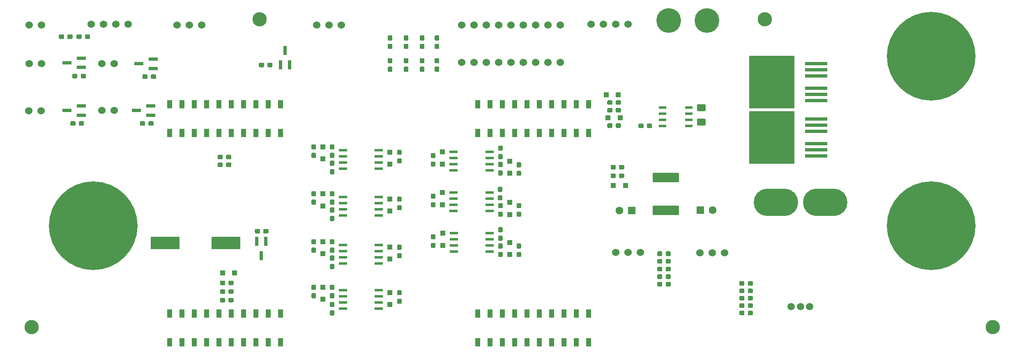
<source format=gbr>
G04 #@! TF.GenerationSoftware,KiCad,Pcbnew,(5.0.0)*
G04 #@! TF.CreationDate,2019-03-04T21:39:05-06:00*
G04 #@! TF.ProjectId,BMS_Hardware,424D535F48617264776172652E6B6963,rev?*
G04 #@! TF.SameCoordinates,Original*
G04 #@! TF.FileFunction,Soldermask,Top*
G04 #@! TF.FilePolarity,Negative*
%FSLAX46Y46*%
G04 Gerber Fmt 4.6, Leading zero omitted, Abs format (unit mm)*
G04 Created by KiCad (PCBNEW (5.0.0)) date 03/04/19 21:39:05*
%MOMM*%
%LPD*%
G01*
G04 APERTURE LIST*
%ADD10R,1.000000X1.000000*%
%ADD11R,1.750000X0.550000*%
%ADD12C,0.100000*%
%ADD13C,0.950000*%
%ADD14R,6.000000X2.500000*%
%ADD15C,1.524000*%
%ADD16C,1.425000*%
%ADD17C,2.946400*%
%ADD18R,1.900000X0.800000*%
%ADD19R,0.800000X1.900000*%
%ADD20R,1.550000X0.600000*%
%ADD21C,18.288000*%
%ADD22C,1.600000*%
%ADD23R,1.600000X1.600000*%
%ADD24C,1.925000*%
%ADD25R,9.400000X10.800000*%
%ADD26R,4.600000X0.800000*%
%ADD27O,9.144000X5.588000*%
%ADD28C,1.501140*%
%ADD29R,0.990600X1.778000*%
%ADD30C,5.080000*%
G04 APERTURE END LIST*
D10*
G04 #@! TO.C,D12*
X165697500Y-73723500D03*
X168197500Y-73723500D03*
G04 #@! TD*
D11*
G04 #@! TO.C,U3*
X141639000Y-85477739D03*
X141639000Y-86747739D03*
X141639000Y-88017739D03*
X141639000Y-89287739D03*
X134239000Y-89287739D03*
X134239000Y-88017739D03*
X134239000Y-86747739D03*
X134239000Y-85477739D03*
G04 #@! TD*
D12*
G04 #@! TO.C,C9*
G36*
X123323779Y-86824144D02*
X123346834Y-86827563D01*
X123369443Y-86833227D01*
X123391387Y-86841079D01*
X123412457Y-86851044D01*
X123432448Y-86863026D01*
X123451168Y-86876910D01*
X123468438Y-86892562D01*
X123484090Y-86909832D01*
X123497974Y-86928552D01*
X123509956Y-86948543D01*
X123519921Y-86969613D01*
X123527773Y-86991557D01*
X123533437Y-87014166D01*
X123536856Y-87037221D01*
X123538000Y-87060500D01*
X123538000Y-87635500D01*
X123536856Y-87658779D01*
X123533437Y-87681834D01*
X123527773Y-87704443D01*
X123519921Y-87726387D01*
X123509956Y-87747457D01*
X123497974Y-87767448D01*
X123484090Y-87786168D01*
X123468438Y-87803438D01*
X123451168Y-87819090D01*
X123432448Y-87832974D01*
X123412457Y-87844956D01*
X123391387Y-87854921D01*
X123369443Y-87862773D01*
X123346834Y-87868437D01*
X123323779Y-87871856D01*
X123300500Y-87873000D01*
X122825500Y-87873000D01*
X122802221Y-87871856D01*
X122779166Y-87868437D01*
X122756557Y-87862773D01*
X122734613Y-87854921D01*
X122713543Y-87844956D01*
X122693552Y-87832974D01*
X122674832Y-87819090D01*
X122657562Y-87803438D01*
X122641910Y-87786168D01*
X122628026Y-87767448D01*
X122616044Y-87747457D01*
X122606079Y-87726387D01*
X122598227Y-87704443D01*
X122592563Y-87681834D01*
X122589144Y-87658779D01*
X122588000Y-87635500D01*
X122588000Y-87060500D01*
X122589144Y-87037221D01*
X122592563Y-87014166D01*
X122598227Y-86991557D01*
X122606079Y-86969613D01*
X122616044Y-86948543D01*
X122628026Y-86928552D01*
X122641910Y-86909832D01*
X122657562Y-86892562D01*
X122674832Y-86876910D01*
X122693552Y-86863026D01*
X122713543Y-86851044D01*
X122734613Y-86841079D01*
X122756557Y-86833227D01*
X122779166Y-86827563D01*
X122802221Y-86824144D01*
X122825500Y-86823000D01*
X123300500Y-86823000D01*
X123323779Y-86824144D01*
X123323779Y-86824144D01*
G37*
D13*
X123063000Y-87348000D03*
D12*
G36*
X123323779Y-85074144D02*
X123346834Y-85077563D01*
X123369443Y-85083227D01*
X123391387Y-85091079D01*
X123412457Y-85101044D01*
X123432448Y-85113026D01*
X123451168Y-85126910D01*
X123468438Y-85142562D01*
X123484090Y-85159832D01*
X123497974Y-85178552D01*
X123509956Y-85198543D01*
X123519921Y-85219613D01*
X123527773Y-85241557D01*
X123533437Y-85264166D01*
X123536856Y-85287221D01*
X123538000Y-85310500D01*
X123538000Y-85885500D01*
X123536856Y-85908779D01*
X123533437Y-85931834D01*
X123527773Y-85954443D01*
X123519921Y-85976387D01*
X123509956Y-85997457D01*
X123497974Y-86017448D01*
X123484090Y-86036168D01*
X123468438Y-86053438D01*
X123451168Y-86069090D01*
X123432448Y-86082974D01*
X123412457Y-86094956D01*
X123391387Y-86104921D01*
X123369443Y-86112773D01*
X123346834Y-86118437D01*
X123323779Y-86121856D01*
X123300500Y-86123000D01*
X122825500Y-86123000D01*
X122802221Y-86121856D01*
X122779166Y-86118437D01*
X122756557Y-86112773D01*
X122734613Y-86104921D01*
X122713543Y-86094956D01*
X122693552Y-86082974D01*
X122674832Y-86069090D01*
X122657562Y-86053438D01*
X122641910Y-86036168D01*
X122628026Y-86017448D01*
X122616044Y-85997457D01*
X122606079Y-85976387D01*
X122598227Y-85954443D01*
X122592563Y-85931834D01*
X122589144Y-85908779D01*
X122588000Y-85885500D01*
X122588000Y-85310500D01*
X122589144Y-85287221D01*
X122592563Y-85264166D01*
X122598227Y-85241557D01*
X122606079Y-85219613D01*
X122616044Y-85198543D01*
X122628026Y-85178552D01*
X122641910Y-85159832D01*
X122657562Y-85142562D01*
X122674832Y-85126910D01*
X122693552Y-85113026D01*
X122713543Y-85101044D01*
X122734613Y-85091079D01*
X122756557Y-85083227D01*
X122779166Y-85077563D01*
X122802221Y-85074144D01*
X122825500Y-85073000D01*
X123300500Y-85073000D01*
X123323779Y-85074144D01*
X123323779Y-85074144D01*
G37*
D13*
X123063000Y-85598000D03*
G04 #@! TD*
D12*
G04 #@! TO.C,R9*
G36*
X94953779Y-67090144D02*
X94976834Y-67093563D01*
X94999443Y-67099227D01*
X95021387Y-67107079D01*
X95042457Y-67117044D01*
X95062448Y-67129026D01*
X95081168Y-67142910D01*
X95098438Y-67158562D01*
X95114090Y-67175832D01*
X95127974Y-67194552D01*
X95139956Y-67214543D01*
X95149921Y-67235613D01*
X95157773Y-67257557D01*
X95163437Y-67280166D01*
X95166856Y-67303221D01*
X95168000Y-67326500D01*
X95168000Y-67801500D01*
X95166856Y-67824779D01*
X95163437Y-67847834D01*
X95157773Y-67870443D01*
X95149921Y-67892387D01*
X95139956Y-67913457D01*
X95127974Y-67933448D01*
X95114090Y-67952168D01*
X95098438Y-67969438D01*
X95081168Y-67985090D01*
X95062448Y-67998974D01*
X95042457Y-68010956D01*
X95021387Y-68020921D01*
X94999443Y-68028773D01*
X94976834Y-68034437D01*
X94953779Y-68037856D01*
X94930500Y-68039000D01*
X94355500Y-68039000D01*
X94332221Y-68037856D01*
X94309166Y-68034437D01*
X94286557Y-68028773D01*
X94264613Y-68020921D01*
X94243543Y-68010956D01*
X94223552Y-67998974D01*
X94204832Y-67985090D01*
X94187562Y-67969438D01*
X94171910Y-67952168D01*
X94158026Y-67933448D01*
X94146044Y-67913457D01*
X94136079Y-67892387D01*
X94128227Y-67870443D01*
X94122563Y-67847834D01*
X94119144Y-67824779D01*
X94118000Y-67801500D01*
X94118000Y-67326500D01*
X94119144Y-67303221D01*
X94122563Y-67280166D01*
X94128227Y-67257557D01*
X94136079Y-67235613D01*
X94146044Y-67214543D01*
X94158026Y-67194552D01*
X94171910Y-67175832D01*
X94187562Y-67158562D01*
X94204832Y-67142910D01*
X94223552Y-67129026D01*
X94243543Y-67117044D01*
X94264613Y-67107079D01*
X94286557Y-67099227D01*
X94309166Y-67093563D01*
X94332221Y-67090144D01*
X94355500Y-67089000D01*
X94930500Y-67089000D01*
X94953779Y-67090144D01*
X94953779Y-67090144D01*
G37*
D13*
X94643000Y-67564000D03*
D12*
G36*
X96703779Y-67090144D02*
X96726834Y-67093563D01*
X96749443Y-67099227D01*
X96771387Y-67107079D01*
X96792457Y-67117044D01*
X96812448Y-67129026D01*
X96831168Y-67142910D01*
X96848438Y-67158562D01*
X96864090Y-67175832D01*
X96877974Y-67194552D01*
X96889956Y-67214543D01*
X96899921Y-67235613D01*
X96907773Y-67257557D01*
X96913437Y-67280166D01*
X96916856Y-67303221D01*
X96918000Y-67326500D01*
X96918000Y-67801500D01*
X96916856Y-67824779D01*
X96913437Y-67847834D01*
X96907773Y-67870443D01*
X96899921Y-67892387D01*
X96889956Y-67913457D01*
X96877974Y-67933448D01*
X96864090Y-67952168D01*
X96848438Y-67969438D01*
X96831168Y-67985090D01*
X96812448Y-67998974D01*
X96792457Y-68010956D01*
X96771387Y-68020921D01*
X96749443Y-68028773D01*
X96726834Y-68034437D01*
X96703779Y-68037856D01*
X96680500Y-68039000D01*
X96105500Y-68039000D01*
X96082221Y-68037856D01*
X96059166Y-68034437D01*
X96036557Y-68028773D01*
X96014613Y-68020921D01*
X95993543Y-68010956D01*
X95973552Y-67998974D01*
X95954832Y-67985090D01*
X95937562Y-67969438D01*
X95921910Y-67952168D01*
X95908026Y-67933448D01*
X95896044Y-67913457D01*
X95886079Y-67892387D01*
X95878227Y-67870443D01*
X95872563Y-67847834D01*
X95869144Y-67824779D01*
X95868000Y-67801500D01*
X95868000Y-67326500D01*
X95869144Y-67303221D01*
X95872563Y-67280166D01*
X95878227Y-67257557D01*
X95886079Y-67235613D01*
X95896044Y-67214543D01*
X95908026Y-67194552D01*
X95921910Y-67175832D01*
X95937562Y-67158562D01*
X95954832Y-67142910D01*
X95973552Y-67129026D01*
X95993543Y-67117044D01*
X96014613Y-67107079D01*
X96036557Y-67099227D01*
X96059166Y-67093563D01*
X96082221Y-67090144D01*
X96105500Y-67089000D01*
X96680500Y-67089000D01*
X96703779Y-67090144D01*
X96703779Y-67090144D01*
G37*
D13*
X96393000Y-67564000D03*
G04 #@! TD*
D14*
G04 #@! TO.C,B1*
X87349000Y-104267000D03*
X74749000Y-104267000D03*
G04 #@! TD*
D15*
G04 #@! TO.C,U18*
X172770800Y-106273600D03*
X170230800Y-106273600D03*
X167690800Y-106273600D03*
G04 #@! TD*
G04 #@! TO.C,U16*
X190119000Y-106299000D03*
X187579000Y-106299000D03*
X185039000Y-106299000D03*
G04 #@! TD*
D11*
G04 #@! TO.C,U9*
X141647400Y-93891100D03*
X141647400Y-95161100D03*
X141647400Y-96431100D03*
X141647400Y-97701100D03*
X134247400Y-97701100D03*
X134247400Y-96431100D03*
X134247400Y-95161100D03*
X134247400Y-93891100D03*
G04 #@! TD*
G04 #@! TO.C,U13*
X141672800Y-102235000D03*
X141672800Y-103505000D03*
X141672800Y-104775000D03*
X141672800Y-106045000D03*
X134272800Y-106045000D03*
X134272800Y-104775000D03*
X134272800Y-103505000D03*
X134272800Y-102235000D03*
G04 #@! TD*
G04 #@! TO.C,U14*
X111404857Y-117870409D03*
X111404857Y-116600409D03*
X111404857Y-115330409D03*
X111404857Y-114060409D03*
X118804857Y-114060409D03*
X118804857Y-115330409D03*
X118804857Y-116600409D03*
X118804857Y-117870409D03*
G04 #@! TD*
G04 #@! TO.C,U15*
X111425500Y-108483400D03*
X111425500Y-107213400D03*
X111425500Y-105943400D03*
X111425500Y-104673400D03*
X118825500Y-104673400D03*
X118825500Y-105943400D03*
X118825500Y-107213400D03*
X118825500Y-108483400D03*
G04 #@! TD*
G04 #@! TO.C,U19*
X111425500Y-98590100D03*
X111425500Y-97320100D03*
X111425500Y-96050100D03*
X111425500Y-94780100D03*
X118825500Y-94780100D03*
X118825500Y-96050100D03*
X118825500Y-97320100D03*
X118825500Y-98590100D03*
G04 #@! TD*
G04 #@! TO.C,U20*
X111425500Y-88963500D03*
X111425500Y-87693500D03*
X111425500Y-86423500D03*
X111425500Y-85153500D03*
X118825500Y-85153500D03*
X118825500Y-86423500D03*
X118825500Y-87693500D03*
X118825500Y-88963500D03*
G04 #@! TD*
D15*
G04 #@! TO.C,Conn2*
X135890000Y-59309000D03*
X138430000Y-59309000D03*
X140970000Y-59309000D03*
X143510000Y-59309000D03*
X146050000Y-59309000D03*
X148590000Y-59309000D03*
X151130000Y-59309000D03*
X153670000Y-59309000D03*
X156210000Y-59309000D03*
G04 #@! TD*
G04 #@! TO.C,Conn1*
X135890000Y-67056000D03*
X138430000Y-67056000D03*
X140970000Y-67056000D03*
X143510000Y-67056000D03*
X146050000Y-67056000D03*
X148590000Y-67056000D03*
X151130000Y-67056000D03*
X153670000Y-67056000D03*
X156210000Y-67056000D03*
G04 #@! TD*
G04 #@! TO.C,U2*
X49276000Y-67310000D03*
X46736000Y-67310000D03*
G04 #@! TD*
G04 #@! TO.C,U4*
X64262000Y-67310000D03*
X61722000Y-67310000D03*
G04 #@! TD*
G04 #@! TO.C,U7*
X46736000Y-59309000D03*
X49276000Y-59309000D03*
G04 #@! TD*
G04 #@! TO.C,U8*
X49225200Y-77012800D03*
X46685200Y-77012800D03*
G04 #@! TD*
G04 #@! TO.C,U12*
X64262000Y-76962000D03*
X61722000Y-76962000D03*
G04 #@! TD*
D12*
G04 #@! TO.C,C10*
G36*
X185942504Y-78627204D02*
X185966773Y-78630804D01*
X185990571Y-78636765D01*
X186013671Y-78645030D01*
X186035849Y-78655520D01*
X186056893Y-78668133D01*
X186076598Y-78682747D01*
X186094777Y-78699223D01*
X186111253Y-78717402D01*
X186125867Y-78737107D01*
X186138480Y-78758151D01*
X186148970Y-78780329D01*
X186157235Y-78803429D01*
X186163196Y-78827227D01*
X186166796Y-78851496D01*
X186168000Y-78876000D01*
X186168000Y-79801000D01*
X186166796Y-79825504D01*
X186163196Y-79849773D01*
X186157235Y-79873571D01*
X186148970Y-79896671D01*
X186138480Y-79918849D01*
X186125867Y-79939893D01*
X186111253Y-79959598D01*
X186094777Y-79977777D01*
X186076598Y-79994253D01*
X186056893Y-80008867D01*
X186035849Y-80021480D01*
X186013671Y-80031970D01*
X185990571Y-80040235D01*
X185966773Y-80046196D01*
X185942504Y-80049796D01*
X185918000Y-80051000D01*
X184668000Y-80051000D01*
X184643496Y-80049796D01*
X184619227Y-80046196D01*
X184595429Y-80040235D01*
X184572329Y-80031970D01*
X184550151Y-80021480D01*
X184529107Y-80008867D01*
X184509402Y-79994253D01*
X184491223Y-79977777D01*
X184474747Y-79959598D01*
X184460133Y-79939893D01*
X184447520Y-79918849D01*
X184437030Y-79896671D01*
X184428765Y-79873571D01*
X184422804Y-79849773D01*
X184419204Y-79825504D01*
X184418000Y-79801000D01*
X184418000Y-78876000D01*
X184419204Y-78851496D01*
X184422804Y-78827227D01*
X184428765Y-78803429D01*
X184437030Y-78780329D01*
X184447520Y-78758151D01*
X184460133Y-78737107D01*
X184474747Y-78717402D01*
X184491223Y-78699223D01*
X184509402Y-78682747D01*
X184529107Y-78668133D01*
X184550151Y-78655520D01*
X184572329Y-78645030D01*
X184595429Y-78636765D01*
X184619227Y-78630804D01*
X184643496Y-78627204D01*
X184668000Y-78626000D01*
X185918000Y-78626000D01*
X185942504Y-78627204D01*
X185942504Y-78627204D01*
G37*
D16*
X185293000Y-79338500D03*
D12*
G36*
X185942504Y-75652204D02*
X185966773Y-75655804D01*
X185990571Y-75661765D01*
X186013671Y-75670030D01*
X186035849Y-75680520D01*
X186056893Y-75693133D01*
X186076598Y-75707747D01*
X186094777Y-75724223D01*
X186111253Y-75742402D01*
X186125867Y-75762107D01*
X186138480Y-75783151D01*
X186148970Y-75805329D01*
X186157235Y-75828429D01*
X186163196Y-75852227D01*
X186166796Y-75876496D01*
X186168000Y-75901000D01*
X186168000Y-76826000D01*
X186166796Y-76850504D01*
X186163196Y-76874773D01*
X186157235Y-76898571D01*
X186148970Y-76921671D01*
X186138480Y-76943849D01*
X186125867Y-76964893D01*
X186111253Y-76984598D01*
X186094777Y-77002777D01*
X186076598Y-77019253D01*
X186056893Y-77033867D01*
X186035849Y-77046480D01*
X186013671Y-77056970D01*
X185990571Y-77065235D01*
X185966773Y-77071196D01*
X185942504Y-77074796D01*
X185918000Y-77076000D01*
X184668000Y-77076000D01*
X184643496Y-77074796D01*
X184619227Y-77071196D01*
X184595429Y-77065235D01*
X184572329Y-77056970D01*
X184550151Y-77046480D01*
X184529107Y-77033867D01*
X184509402Y-77019253D01*
X184491223Y-77002777D01*
X184474747Y-76984598D01*
X184460133Y-76964893D01*
X184447520Y-76943849D01*
X184437030Y-76921671D01*
X184428765Y-76898571D01*
X184422804Y-76874773D01*
X184419204Y-76850504D01*
X184418000Y-76826000D01*
X184418000Y-75901000D01*
X184419204Y-75876496D01*
X184422804Y-75852227D01*
X184428765Y-75828429D01*
X184437030Y-75805329D01*
X184447520Y-75783151D01*
X184460133Y-75762107D01*
X184474747Y-75742402D01*
X184491223Y-75724223D01*
X184509402Y-75707747D01*
X184529107Y-75693133D01*
X184550151Y-75680520D01*
X184572329Y-75670030D01*
X184595429Y-75661765D01*
X184619227Y-75655804D01*
X184643496Y-75652204D01*
X184668000Y-75651000D01*
X185918000Y-75651000D01*
X185942504Y-75652204D01*
X185942504Y-75652204D01*
G37*
D16*
X185293000Y-76363500D03*
G04 #@! TD*
D12*
G04 #@! TO.C,R8*
G36*
X109480779Y-95347144D02*
X109503834Y-95350563D01*
X109526443Y-95356227D01*
X109548387Y-95364079D01*
X109569457Y-95374044D01*
X109589448Y-95386026D01*
X109608168Y-95399910D01*
X109625438Y-95415562D01*
X109641090Y-95432832D01*
X109654974Y-95451552D01*
X109666956Y-95471543D01*
X109676921Y-95492613D01*
X109684773Y-95514557D01*
X109690437Y-95537166D01*
X109693856Y-95560221D01*
X109695000Y-95583500D01*
X109695000Y-96158500D01*
X109693856Y-96181779D01*
X109690437Y-96204834D01*
X109684773Y-96227443D01*
X109676921Y-96249387D01*
X109666956Y-96270457D01*
X109654974Y-96290448D01*
X109641090Y-96309168D01*
X109625438Y-96326438D01*
X109608168Y-96342090D01*
X109589448Y-96355974D01*
X109569457Y-96367956D01*
X109548387Y-96377921D01*
X109526443Y-96385773D01*
X109503834Y-96391437D01*
X109480779Y-96394856D01*
X109457500Y-96396000D01*
X108982500Y-96396000D01*
X108959221Y-96394856D01*
X108936166Y-96391437D01*
X108913557Y-96385773D01*
X108891613Y-96377921D01*
X108870543Y-96367956D01*
X108850552Y-96355974D01*
X108831832Y-96342090D01*
X108814562Y-96326438D01*
X108798910Y-96309168D01*
X108785026Y-96290448D01*
X108773044Y-96270457D01*
X108763079Y-96249387D01*
X108755227Y-96227443D01*
X108749563Y-96204834D01*
X108746144Y-96181779D01*
X108745000Y-96158500D01*
X108745000Y-95583500D01*
X108746144Y-95560221D01*
X108749563Y-95537166D01*
X108755227Y-95514557D01*
X108763079Y-95492613D01*
X108773044Y-95471543D01*
X108785026Y-95451552D01*
X108798910Y-95432832D01*
X108814562Y-95415562D01*
X108831832Y-95399910D01*
X108850552Y-95386026D01*
X108870543Y-95374044D01*
X108891613Y-95364079D01*
X108913557Y-95356227D01*
X108936166Y-95350563D01*
X108959221Y-95347144D01*
X108982500Y-95346000D01*
X109457500Y-95346000D01*
X109480779Y-95347144D01*
X109480779Y-95347144D01*
G37*
D13*
X109220000Y-95871000D03*
D12*
G36*
X109480779Y-93597144D02*
X109503834Y-93600563D01*
X109526443Y-93606227D01*
X109548387Y-93614079D01*
X109569457Y-93624044D01*
X109589448Y-93636026D01*
X109608168Y-93649910D01*
X109625438Y-93665562D01*
X109641090Y-93682832D01*
X109654974Y-93701552D01*
X109666956Y-93721543D01*
X109676921Y-93742613D01*
X109684773Y-93764557D01*
X109690437Y-93787166D01*
X109693856Y-93810221D01*
X109695000Y-93833500D01*
X109695000Y-94408500D01*
X109693856Y-94431779D01*
X109690437Y-94454834D01*
X109684773Y-94477443D01*
X109676921Y-94499387D01*
X109666956Y-94520457D01*
X109654974Y-94540448D01*
X109641090Y-94559168D01*
X109625438Y-94576438D01*
X109608168Y-94592090D01*
X109589448Y-94605974D01*
X109569457Y-94617956D01*
X109548387Y-94627921D01*
X109526443Y-94635773D01*
X109503834Y-94641437D01*
X109480779Y-94644856D01*
X109457500Y-94646000D01*
X108982500Y-94646000D01*
X108959221Y-94644856D01*
X108936166Y-94641437D01*
X108913557Y-94635773D01*
X108891613Y-94627921D01*
X108870543Y-94617956D01*
X108850552Y-94605974D01*
X108831832Y-94592090D01*
X108814562Y-94576438D01*
X108798910Y-94559168D01*
X108785026Y-94540448D01*
X108773044Y-94520457D01*
X108763079Y-94499387D01*
X108755227Y-94477443D01*
X108749563Y-94454834D01*
X108746144Y-94431779D01*
X108745000Y-94408500D01*
X108745000Y-93833500D01*
X108746144Y-93810221D01*
X108749563Y-93787166D01*
X108755227Y-93764557D01*
X108763079Y-93742613D01*
X108773044Y-93721543D01*
X108785026Y-93701552D01*
X108798910Y-93682832D01*
X108814562Y-93665562D01*
X108831832Y-93649910D01*
X108850552Y-93636026D01*
X108870543Y-93624044D01*
X108891613Y-93614079D01*
X108913557Y-93606227D01*
X108936166Y-93600563D01*
X108959221Y-93597144D01*
X108982500Y-93596000D01*
X109457500Y-93596000D01*
X109480779Y-93597144D01*
X109480779Y-93597144D01*
G37*
D13*
X109220000Y-94121000D03*
G04 #@! TD*
D10*
G04 #@! TO.C,D14*
X107315000Y-96627000D03*
X107315000Y-94127000D03*
G04 #@! TD*
G04 #@! TO.C,D15*
X107315000Y-106513000D03*
X107315000Y-104013000D03*
G04 #@! TD*
G04 #@! TO.C,D16*
X107315000Y-115911000D03*
X107315000Y-113411000D03*
G04 #@! TD*
G04 #@! TO.C,D17*
X145796000Y-104180000D03*
X145796000Y-106680000D03*
G04 #@! TD*
G04 #@! TO.C,D18*
X145796000Y-95905000D03*
X145796000Y-98405000D03*
G04 #@! TD*
G04 #@! TO.C,D19*
X145796000Y-87396000D03*
X145796000Y-89896000D03*
G04 #@! TD*
G04 #@! TO.C,D20*
X169652000Y-92456000D03*
X167152000Y-92456000D03*
G04 #@! TD*
D17*
G04 #@! TO.C,REF\002A\002A*
X198374000Y-58166000D03*
G04 #@! TD*
G04 #@! TO.C,REF\002A\002A*
X94234000Y-58166000D03*
G04 #@! TD*
G04 #@! TO.C,REF\002A\002A*
X47244000Y-121666000D03*
G04 #@! TD*
D12*
G04 #@! TO.C,R23*
G36*
X86924779Y-113826144D02*
X86947834Y-113829563D01*
X86970443Y-113835227D01*
X86992387Y-113843079D01*
X87013457Y-113853044D01*
X87033448Y-113865026D01*
X87052168Y-113878910D01*
X87069438Y-113894562D01*
X87085090Y-113911832D01*
X87098974Y-113930552D01*
X87110956Y-113950543D01*
X87120921Y-113971613D01*
X87128773Y-113993557D01*
X87134437Y-114016166D01*
X87137856Y-114039221D01*
X87139000Y-114062500D01*
X87139000Y-114537500D01*
X87137856Y-114560779D01*
X87134437Y-114583834D01*
X87128773Y-114606443D01*
X87120921Y-114628387D01*
X87110956Y-114649457D01*
X87098974Y-114669448D01*
X87085090Y-114688168D01*
X87069438Y-114705438D01*
X87052168Y-114721090D01*
X87033448Y-114734974D01*
X87013457Y-114746956D01*
X86992387Y-114756921D01*
X86970443Y-114764773D01*
X86947834Y-114770437D01*
X86924779Y-114773856D01*
X86901500Y-114775000D01*
X86326500Y-114775000D01*
X86303221Y-114773856D01*
X86280166Y-114770437D01*
X86257557Y-114764773D01*
X86235613Y-114756921D01*
X86214543Y-114746956D01*
X86194552Y-114734974D01*
X86175832Y-114721090D01*
X86158562Y-114705438D01*
X86142910Y-114688168D01*
X86129026Y-114669448D01*
X86117044Y-114649457D01*
X86107079Y-114628387D01*
X86099227Y-114606443D01*
X86093563Y-114583834D01*
X86090144Y-114560779D01*
X86089000Y-114537500D01*
X86089000Y-114062500D01*
X86090144Y-114039221D01*
X86093563Y-114016166D01*
X86099227Y-113993557D01*
X86107079Y-113971613D01*
X86117044Y-113950543D01*
X86129026Y-113930552D01*
X86142910Y-113911832D01*
X86158562Y-113894562D01*
X86175832Y-113878910D01*
X86194552Y-113865026D01*
X86214543Y-113853044D01*
X86235613Y-113843079D01*
X86257557Y-113835227D01*
X86280166Y-113829563D01*
X86303221Y-113826144D01*
X86326500Y-113825000D01*
X86901500Y-113825000D01*
X86924779Y-113826144D01*
X86924779Y-113826144D01*
G37*
D13*
X86614000Y-114300000D03*
D12*
G36*
X88674779Y-113826144D02*
X88697834Y-113829563D01*
X88720443Y-113835227D01*
X88742387Y-113843079D01*
X88763457Y-113853044D01*
X88783448Y-113865026D01*
X88802168Y-113878910D01*
X88819438Y-113894562D01*
X88835090Y-113911832D01*
X88848974Y-113930552D01*
X88860956Y-113950543D01*
X88870921Y-113971613D01*
X88878773Y-113993557D01*
X88884437Y-114016166D01*
X88887856Y-114039221D01*
X88889000Y-114062500D01*
X88889000Y-114537500D01*
X88887856Y-114560779D01*
X88884437Y-114583834D01*
X88878773Y-114606443D01*
X88870921Y-114628387D01*
X88860956Y-114649457D01*
X88848974Y-114669448D01*
X88835090Y-114688168D01*
X88819438Y-114705438D01*
X88802168Y-114721090D01*
X88783448Y-114734974D01*
X88763457Y-114746956D01*
X88742387Y-114756921D01*
X88720443Y-114764773D01*
X88697834Y-114770437D01*
X88674779Y-114773856D01*
X88651500Y-114775000D01*
X88076500Y-114775000D01*
X88053221Y-114773856D01*
X88030166Y-114770437D01*
X88007557Y-114764773D01*
X87985613Y-114756921D01*
X87964543Y-114746956D01*
X87944552Y-114734974D01*
X87925832Y-114721090D01*
X87908562Y-114705438D01*
X87892910Y-114688168D01*
X87879026Y-114669448D01*
X87867044Y-114649457D01*
X87857079Y-114628387D01*
X87849227Y-114606443D01*
X87843563Y-114583834D01*
X87840144Y-114560779D01*
X87839000Y-114537500D01*
X87839000Y-114062500D01*
X87840144Y-114039221D01*
X87843563Y-114016166D01*
X87849227Y-113993557D01*
X87857079Y-113971613D01*
X87867044Y-113950543D01*
X87879026Y-113930552D01*
X87892910Y-113911832D01*
X87908562Y-113894562D01*
X87925832Y-113878910D01*
X87944552Y-113865026D01*
X87964543Y-113853044D01*
X87985613Y-113843079D01*
X88007557Y-113835227D01*
X88030166Y-113829563D01*
X88053221Y-113826144D01*
X88076500Y-113825000D01*
X88651500Y-113825000D01*
X88674779Y-113826144D01*
X88674779Y-113826144D01*
G37*
D13*
X88364000Y-114300000D03*
G04 #@! TD*
D18*
G04 #@! TO.C,Q1*
X54507000Y-67119500D03*
X57507000Y-66169500D03*
X57507000Y-68069500D03*
G04 #@! TD*
D19*
G04 #@! TO.C,Q2*
X99502000Y-64564000D03*
X100452000Y-67564000D03*
X98552000Y-67564000D03*
G04 #@! TD*
G04 #@! TO.C,Q3*
X94615000Y-106935400D03*
X93665000Y-103935400D03*
X95565000Y-103935400D03*
G04 #@! TD*
D18*
G04 #@! TO.C,Q4*
X69366000Y-67310000D03*
X72366000Y-66360000D03*
X72366000Y-68260000D03*
G04 #@! TD*
G04 #@! TO.C,Q5*
X54507000Y-76962000D03*
X57507000Y-76012000D03*
X57507000Y-77912000D03*
G04 #@! TD*
G04 #@! TO.C,Q8*
X68858000Y-76962000D03*
X71858000Y-76012000D03*
X71858000Y-77912000D03*
G04 #@! TD*
D15*
G04 #@! TO.C,U5*
X162560000Y-59182000D03*
X162560000Y-59182000D03*
X165100000Y-59182000D03*
X167640000Y-59182000D03*
X170180000Y-59182000D03*
G04 #@! TD*
D20*
G04 #@! TO.C,U6*
X182697100Y-76314300D03*
X182697100Y-77584300D03*
X182697100Y-78854300D03*
X182697100Y-80124300D03*
X177297100Y-80124300D03*
X177297100Y-78854300D03*
X177297100Y-77584300D03*
X177297100Y-76314300D03*
G04 #@! TD*
D15*
G04 #@! TO.C,U10*
X59563000Y-59182000D03*
X59563000Y-59182000D03*
X62103000Y-59182000D03*
X64643000Y-59182000D03*
X67183000Y-59182000D03*
G04 #@! TD*
G04 #@! TO.C,U11*
X106045000Y-59309000D03*
X108585000Y-59309000D03*
X111125000Y-59309000D03*
G04 #@! TD*
G04 #@! TO.C,U17*
X77216000Y-59309000D03*
X79756000Y-59309000D03*
X82296000Y-59309000D03*
G04 #@! TD*
D21*
G04 #@! TO.C,V1*
X59944000Y-100711000D03*
G04 #@! TD*
G04 #@! TO.C,V2*
X232664000Y-100711000D03*
G04 #@! TD*
G04 #@! TO.C,V3*
X232664000Y-65786000D03*
G04 #@! TD*
D12*
G04 #@! TO.C,C1*
G36*
X166758279Y-79599644D02*
X166781334Y-79603063D01*
X166803943Y-79608727D01*
X166825887Y-79616579D01*
X166846957Y-79626544D01*
X166866948Y-79638526D01*
X166885668Y-79652410D01*
X166902938Y-79668062D01*
X166918590Y-79685332D01*
X166932474Y-79704052D01*
X166944456Y-79724043D01*
X166954421Y-79745113D01*
X166962273Y-79767057D01*
X166967937Y-79789666D01*
X166971356Y-79812721D01*
X166972500Y-79836000D01*
X166972500Y-80311000D01*
X166971356Y-80334279D01*
X166967937Y-80357334D01*
X166962273Y-80379943D01*
X166954421Y-80401887D01*
X166944456Y-80422957D01*
X166932474Y-80442948D01*
X166918590Y-80461668D01*
X166902938Y-80478938D01*
X166885668Y-80494590D01*
X166866948Y-80508474D01*
X166846957Y-80520456D01*
X166825887Y-80530421D01*
X166803943Y-80538273D01*
X166781334Y-80543937D01*
X166758279Y-80547356D01*
X166735000Y-80548500D01*
X166160000Y-80548500D01*
X166136721Y-80547356D01*
X166113666Y-80543937D01*
X166091057Y-80538273D01*
X166069113Y-80530421D01*
X166048043Y-80520456D01*
X166028052Y-80508474D01*
X166009332Y-80494590D01*
X165992062Y-80478938D01*
X165976410Y-80461668D01*
X165962526Y-80442948D01*
X165950544Y-80422957D01*
X165940579Y-80401887D01*
X165932727Y-80379943D01*
X165927063Y-80357334D01*
X165923644Y-80334279D01*
X165922500Y-80311000D01*
X165922500Y-79836000D01*
X165923644Y-79812721D01*
X165927063Y-79789666D01*
X165932727Y-79767057D01*
X165940579Y-79745113D01*
X165950544Y-79724043D01*
X165962526Y-79704052D01*
X165976410Y-79685332D01*
X165992062Y-79668062D01*
X166009332Y-79652410D01*
X166028052Y-79638526D01*
X166048043Y-79626544D01*
X166069113Y-79616579D01*
X166091057Y-79608727D01*
X166113666Y-79603063D01*
X166136721Y-79599644D01*
X166160000Y-79598500D01*
X166735000Y-79598500D01*
X166758279Y-79599644D01*
X166758279Y-79599644D01*
G37*
D13*
X166447500Y-80073500D03*
D12*
G36*
X168508279Y-79599644D02*
X168531334Y-79603063D01*
X168553943Y-79608727D01*
X168575887Y-79616579D01*
X168596957Y-79626544D01*
X168616948Y-79638526D01*
X168635668Y-79652410D01*
X168652938Y-79668062D01*
X168668590Y-79685332D01*
X168682474Y-79704052D01*
X168694456Y-79724043D01*
X168704421Y-79745113D01*
X168712273Y-79767057D01*
X168717937Y-79789666D01*
X168721356Y-79812721D01*
X168722500Y-79836000D01*
X168722500Y-80311000D01*
X168721356Y-80334279D01*
X168717937Y-80357334D01*
X168712273Y-80379943D01*
X168704421Y-80401887D01*
X168694456Y-80422957D01*
X168682474Y-80442948D01*
X168668590Y-80461668D01*
X168652938Y-80478938D01*
X168635668Y-80494590D01*
X168616948Y-80508474D01*
X168596957Y-80520456D01*
X168575887Y-80530421D01*
X168553943Y-80538273D01*
X168531334Y-80543937D01*
X168508279Y-80547356D01*
X168485000Y-80548500D01*
X167910000Y-80548500D01*
X167886721Y-80547356D01*
X167863666Y-80543937D01*
X167841057Y-80538273D01*
X167819113Y-80530421D01*
X167798043Y-80520456D01*
X167778052Y-80508474D01*
X167759332Y-80494590D01*
X167742062Y-80478938D01*
X167726410Y-80461668D01*
X167712526Y-80442948D01*
X167700544Y-80422957D01*
X167690579Y-80401887D01*
X167682727Y-80379943D01*
X167677063Y-80357334D01*
X167673644Y-80334279D01*
X167672500Y-80311000D01*
X167672500Y-79836000D01*
X167673644Y-79812721D01*
X167677063Y-79789666D01*
X167682727Y-79767057D01*
X167690579Y-79745113D01*
X167700544Y-79724043D01*
X167712526Y-79704052D01*
X167726410Y-79685332D01*
X167742062Y-79668062D01*
X167759332Y-79652410D01*
X167778052Y-79638526D01*
X167798043Y-79626544D01*
X167819113Y-79616579D01*
X167841057Y-79608727D01*
X167863666Y-79603063D01*
X167886721Y-79599644D01*
X167910000Y-79598500D01*
X168485000Y-79598500D01*
X168508279Y-79599644D01*
X168508279Y-79599644D01*
G37*
D13*
X168197500Y-80073500D03*
G04 #@! TD*
D12*
G04 #@! TO.C,C2*
G36*
X144151779Y-85949144D02*
X144174834Y-85952563D01*
X144197443Y-85958227D01*
X144219387Y-85966079D01*
X144240457Y-85976044D01*
X144260448Y-85988026D01*
X144279168Y-86001910D01*
X144296438Y-86017562D01*
X144312090Y-86034832D01*
X144325974Y-86053552D01*
X144337956Y-86073543D01*
X144347921Y-86094613D01*
X144355773Y-86116557D01*
X144361437Y-86139166D01*
X144364856Y-86162221D01*
X144366000Y-86185500D01*
X144366000Y-86760500D01*
X144364856Y-86783779D01*
X144361437Y-86806834D01*
X144355773Y-86829443D01*
X144347921Y-86851387D01*
X144337956Y-86872457D01*
X144325974Y-86892448D01*
X144312090Y-86911168D01*
X144296438Y-86928438D01*
X144279168Y-86944090D01*
X144260448Y-86957974D01*
X144240457Y-86969956D01*
X144219387Y-86979921D01*
X144197443Y-86987773D01*
X144174834Y-86993437D01*
X144151779Y-86996856D01*
X144128500Y-86998000D01*
X143653500Y-86998000D01*
X143630221Y-86996856D01*
X143607166Y-86993437D01*
X143584557Y-86987773D01*
X143562613Y-86979921D01*
X143541543Y-86969956D01*
X143521552Y-86957974D01*
X143502832Y-86944090D01*
X143485562Y-86928438D01*
X143469910Y-86911168D01*
X143456026Y-86892448D01*
X143444044Y-86872457D01*
X143434079Y-86851387D01*
X143426227Y-86829443D01*
X143420563Y-86806834D01*
X143417144Y-86783779D01*
X143416000Y-86760500D01*
X143416000Y-86185500D01*
X143417144Y-86162221D01*
X143420563Y-86139166D01*
X143426227Y-86116557D01*
X143434079Y-86094613D01*
X143444044Y-86073543D01*
X143456026Y-86053552D01*
X143469910Y-86034832D01*
X143485562Y-86017562D01*
X143502832Y-86001910D01*
X143521552Y-85988026D01*
X143541543Y-85976044D01*
X143562613Y-85966079D01*
X143584557Y-85958227D01*
X143607166Y-85952563D01*
X143630221Y-85949144D01*
X143653500Y-85948000D01*
X144128500Y-85948000D01*
X144151779Y-85949144D01*
X144151779Y-85949144D01*
G37*
D13*
X143891000Y-86473000D03*
D12*
G36*
X144151779Y-84199144D02*
X144174834Y-84202563D01*
X144197443Y-84208227D01*
X144219387Y-84216079D01*
X144240457Y-84226044D01*
X144260448Y-84238026D01*
X144279168Y-84251910D01*
X144296438Y-84267562D01*
X144312090Y-84284832D01*
X144325974Y-84303552D01*
X144337956Y-84323543D01*
X144347921Y-84344613D01*
X144355773Y-84366557D01*
X144361437Y-84389166D01*
X144364856Y-84412221D01*
X144366000Y-84435500D01*
X144366000Y-85010500D01*
X144364856Y-85033779D01*
X144361437Y-85056834D01*
X144355773Y-85079443D01*
X144347921Y-85101387D01*
X144337956Y-85122457D01*
X144325974Y-85142448D01*
X144312090Y-85161168D01*
X144296438Y-85178438D01*
X144279168Y-85194090D01*
X144260448Y-85207974D01*
X144240457Y-85219956D01*
X144219387Y-85229921D01*
X144197443Y-85237773D01*
X144174834Y-85243437D01*
X144151779Y-85246856D01*
X144128500Y-85248000D01*
X143653500Y-85248000D01*
X143630221Y-85246856D01*
X143607166Y-85243437D01*
X143584557Y-85237773D01*
X143562613Y-85229921D01*
X143541543Y-85219956D01*
X143521552Y-85207974D01*
X143502832Y-85194090D01*
X143485562Y-85178438D01*
X143469910Y-85161168D01*
X143456026Y-85142448D01*
X143444044Y-85122457D01*
X143434079Y-85101387D01*
X143426227Y-85079443D01*
X143420563Y-85056834D01*
X143417144Y-85033779D01*
X143416000Y-85010500D01*
X143416000Y-84435500D01*
X143417144Y-84412221D01*
X143420563Y-84389166D01*
X143426227Y-84366557D01*
X143434079Y-84344613D01*
X143444044Y-84323543D01*
X143456026Y-84303552D01*
X143469910Y-84284832D01*
X143485562Y-84267562D01*
X143502832Y-84251910D01*
X143521552Y-84238026D01*
X143541543Y-84226044D01*
X143562613Y-84216079D01*
X143584557Y-84208227D01*
X143607166Y-84202563D01*
X143630221Y-84199144D01*
X143653500Y-84198000D01*
X144128500Y-84198000D01*
X144151779Y-84199144D01*
X144151779Y-84199144D01*
G37*
D13*
X143891000Y-84723000D03*
G04 #@! TD*
D12*
G04 #@! TO.C,C3*
G36*
X144088279Y-94458144D02*
X144111334Y-94461563D01*
X144133943Y-94467227D01*
X144155887Y-94475079D01*
X144176957Y-94485044D01*
X144196948Y-94497026D01*
X144215668Y-94510910D01*
X144232938Y-94526562D01*
X144248590Y-94543832D01*
X144262474Y-94562552D01*
X144274456Y-94582543D01*
X144284421Y-94603613D01*
X144292273Y-94625557D01*
X144297937Y-94648166D01*
X144301356Y-94671221D01*
X144302500Y-94694500D01*
X144302500Y-95269500D01*
X144301356Y-95292779D01*
X144297937Y-95315834D01*
X144292273Y-95338443D01*
X144284421Y-95360387D01*
X144274456Y-95381457D01*
X144262474Y-95401448D01*
X144248590Y-95420168D01*
X144232938Y-95437438D01*
X144215668Y-95453090D01*
X144196948Y-95466974D01*
X144176957Y-95478956D01*
X144155887Y-95488921D01*
X144133943Y-95496773D01*
X144111334Y-95502437D01*
X144088279Y-95505856D01*
X144065000Y-95507000D01*
X143590000Y-95507000D01*
X143566721Y-95505856D01*
X143543666Y-95502437D01*
X143521057Y-95496773D01*
X143499113Y-95488921D01*
X143478043Y-95478956D01*
X143458052Y-95466974D01*
X143439332Y-95453090D01*
X143422062Y-95437438D01*
X143406410Y-95420168D01*
X143392526Y-95401448D01*
X143380544Y-95381457D01*
X143370579Y-95360387D01*
X143362727Y-95338443D01*
X143357063Y-95315834D01*
X143353644Y-95292779D01*
X143352500Y-95269500D01*
X143352500Y-94694500D01*
X143353644Y-94671221D01*
X143357063Y-94648166D01*
X143362727Y-94625557D01*
X143370579Y-94603613D01*
X143380544Y-94582543D01*
X143392526Y-94562552D01*
X143406410Y-94543832D01*
X143422062Y-94526562D01*
X143439332Y-94510910D01*
X143458052Y-94497026D01*
X143478043Y-94485044D01*
X143499113Y-94475079D01*
X143521057Y-94467227D01*
X143543666Y-94461563D01*
X143566721Y-94458144D01*
X143590000Y-94457000D01*
X144065000Y-94457000D01*
X144088279Y-94458144D01*
X144088279Y-94458144D01*
G37*
D13*
X143827500Y-94982000D03*
D12*
G36*
X144088279Y-92708144D02*
X144111334Y-92711563D01*
X144133943Y-92717227D01*
X144155887Y-92725079D01*
X144176957Y-92735044D01*
X144196948Y-92747026D01*
X144215668Y-92760910D01*
X144232938Y-92776562D01*
X144248590Y-92793832D01*
X144262474Y-92812552D01*
X144274456Y-92832543D01*
X144284421Y-92853613D01*
X144292273Y-92875557D01*
X144297937Y-92898166D01*
X144301356Y-92921221D01*
X144302500Y-92944500D01*
X144302500Y-93519500D01*
X144301356Y-93542779D01*
X144297937Y-93565834D01*
X144292273Y-93588443D01*
X144284421Y-93610387D01*
X144274456Y-93631457D01*
X144262474Y-93651448D01*
X144248590Y-93670168D01*
X144232938Y-93687438D01*
X144215668Y-93703090D01*
X144196948Y-93716974D01*
X144176957Y-93728956D01*
X144155887Y-93738921D01*
X144133943Y-93746773D01*
X144111334Y-93752437D01*
X144088279Y-93755856D01*
X144065000Y-93757000D01*
X143590000Y-93757000D01*
X143566721Y-93755856D01*
X143543666Y-93752437D01*
X143521057Y-93746773D01*
X143499113Y-93738921D01*
X143478043Y-93728956D01*
X143458052Y-93716974D01*
X143439332Y-93703090D01*
X143422062Y-93687438D01*
X143406410Y-93670168D01*
X143392526Y-93651448D01*
X143380544Y-93631457D01*
X143370579Y-93610387D01*
X143362727Y-93588443D01*
X143357063Y-93565834D01*
X143353644Y-93542779D01*
X143352500Y-93519500D01*
X143352500Y-92944500D01*
X143353644Y-92921221D01*
X143357063Y-92898166D01*
X143362727Y-92875557D01*
X143370579Y-92853613D01*
X143380544Y-92832543D01*
X143392526Y-92812552D01*
X143406410Y-92793832D01*
X143422062Y-92776562D01*
X143439332Y-92760910D01*
X143458052Y-92747026D01*
X143478043Y-92735044D01*
X143499113Y-92725079D01*
X143521057Y-92717227D01*
X143543666Y-92711563D01*
X143566721Y-92708144D01*
X143590000Y-92707000D01*
X144065000Y-92707000D01*
X144088279Y-92708144D01*
X144088279Y-92708144D01*
G37*
D13*
X143827500Y-93232000D03*
G04 #@! TD*
D12*
G04 #@! TO.C,C4*
G36*
X144151779Y-102776644D02*
X144174834Y-102780063D01*
X144197443Y-102785727D01*
X144219387Y-102793579D01*
X144240457Y-102803544D01*
X144260448Y-102815526D01*
X144279168Y-102829410D01*
X144296438Y-102845062D01*
X144312090Y-102862332D01*
X144325974Y-102881052D01*
X144337956Y-102901043D01*
X144347921Y-102922113D01*
X144355773Y-102944057D01*
X144361437Y-102966666D01*
X144364856Y-102989721D01*
X144366000Y-103013000D01*
X144366000Y-103588000D01*
X144364856Y-103611279D01*
X144361437Y-103634334D01*
X144355773Y-103656943D01*
X144347921Y-103678887D01*
X144337956Y-103699957D01*
X144325974Y-103719948D01*
X144312090Y-103738668D01*
X144296438Y-103755938D01*
X144279168Y-103771590D01*
X144260448Y-103785474D01*
X144240457Y-103797456D01*
X144219387Y-103807421D01*
X144197443Y-103815273D01*
X144174834Y-103820937D01*
X144151779Y-103824356D01*
X144128500Y-103825500D01*
X143653500Y-103825500D01*
X143630221Y-103824356D01*
X143607166Y-103820937D01*
X143584557Y-103815273D01*
X143562613Y-103807421D01*
X143541543Y-103797456D01*
X143521552Y-103785474D01*
X143502832Y-103771590D01*
X143485562Y-103755938D01*
X143469910Y-103738668D01*
X143456026Y-103719948D01*
X143444044Y-103699957D01*
X143434079Y-103678887D01*
X143426227Y-103656943D01*
X143420563Y-103634334D01*
X143417144Y-103611279D01*
X143416000Y-103588000D01*
X143416000Y-103013000D01*
X143417144Y-102989721D01*
X143420563Y-102966666D01*
X143426227Y-102944057D01*
X143434079Y-102922113D01*
X143444044Y-102901043D01*
X143456026Y-102881052D01*
X143469910Y-102862332D01*
X143485562Y-102845062D01*
X143502832Y-102829410D01*
X143521552Y-102815526D01*
X143541543Y-102803544D01*
X143562613Y-102793579D01*
X143584557Y-102785727D01*
X143607166Y-102780063D01*
X143630221Y-102776644D01*
X143653500Y-102775500D01*
X144128500Y-102775500D01*
X144151779Y-102776644D01*
X144151779Y-102776644D01*
G37*
D13*
X143891000Y-103300500D03*
D12*
G36*
X144151779Y-101026644D02*
X144174834Y-101030063D01*
X144197443Y-101035727D01*
X144219387Y-101043579D01*
X144240457Y-101053544D01*
X144260448Y-101065526D01*
X144279168Y-101079410D01*
X144296438Y-101095062D01*
X144312090Y-101112332D01*
X144325974Y-101131052D01*
X144337956Y-101151043D01*
X144347921Y-101172113D01*
X144355773Y-101194057D01*
X144361437Y-101216666D01*
X144364856Y-101239721D01*
X144366000Y-101263000D01*
X144366000Y-101838000D01*
X144364856Y-101861279D01*
X144361437Y-101884334D01*
X144355773Y-101906943D01*
X144347921Y-101928887D01*
X144337956Y-101949957D01*
X144325974Y-101969948D01*
X144312090Y-101988668D01*
X144296438Y-102005938D01*
X144279168Y-102021590D01*
X144260448Y-102035474D01*
X144240457Y-102047456D01*
X144219387Y-102057421D01*
X144197443Y-102065273D01*
X144174834Y-102070937D01*
X144151779Y-102074356D01*
X144128500Y-102075500D01*
X143653500Y-102075500D01*
X143630221Y-102074356D01*
X143607166Y-102070937D01*
X143584557Y-102065273D01*
X143562613Y-102057421D01*
X143541543Y-102047456D01*
X143521552Y-102035474D01*
X143502832Y-102021590D01*
X143485562Y-102005938D01*
X143469910Y-101988668D01*
X143456026Y-101969948D01*
X143444044Y-101949957D01*
X143434079Y-101928887D01*
X143426227Y-101906943D01*
X143420563Y-101884334D01*
X143417144Y-101861279D01*
X143416000Y-101838000D01*
X143416000Y-101263000D01*
X143417144Y-101239721D01*
X143420563Y-101216666D01*
X143426227Y-101194057D01*
X143434079Y-101172113D01*
X143444044Y-101151043D01*
X143456026Y-101131052D01*
X143469910Y-101112332D01*
X143485562Y-101095062D01*
X143502832Y-101079410D01*
X143521552Y-101065526D01*
X143541543Y-101053544D01*
X143562613Y-101043579D01*
X143584557Y-101035727D01*
X143607166Y-101030063D01*
X143630221Y-101026644D01*
X143653500Y-101025500D01*
X144128500Y-101025500D01*
X144151779Y-101026644D01*
X144151779Y-101026644D01*
G37*
D13*
X143891000Y-101550500D03*
G04 #@! TD*
D12*
G04 #@! TO.C,C5*
G36*
X109480779Y-116457144D02*
X109503834Y-116460563D01*
X109526443Y-116466227D01*
X109548387Y-116474079D01*
X109569457Y-116484044D01*
X109589448Y-116496026D01*
X109608168Y-116509910D01*
X109625438Y-116525562D01*
X109641090Y-116542832D01*
X109654974Y-116561552D01*
X109666956Y-116581543D01*
X109676921Y-116602613D01*
X109684773Y-116624557D01*
X109690437Y-116647166D01*
X109693856Y-116670221D01*
X109695000Y-116693500D01*
X109695000Y-117268500D01*
X109693856Y-117291779D01*
X109690437Y-117314834D01*
X109684773Y-117337443D01*
X109676921Y-117359387D01*
X109666956Y-117380457D01*
X109654974Y-117400448D01*
X109641090Y-117419168D01*
X109625438Y-117436438D01*
X109608168Y-117452090D01*
X109589448Y-117465974D01*
X109569457Y-117477956D01*
X109548387Y-117487921D01*
X109526443Y-117495773D01*
X109503834Y-117501437D01*
X109480779Y-117504856D01*
X109457500Y-117506000D01*
X108982500Y-117506000D01*
X108959221Y-117504856D01*
X108936166Y-117501437D01*
X108913557Y-117495773D01*
X108891613Y-117487921D01*
X108870543Y-117477956D01*
X108850552Y-117465974D01*
X108831832Y-117452090D01*
X108814562Y-117436438D01*
X108798910Y-117419168D01*
X108785026Y-117400448D01*
X108773044Y-117380457D01*
X108763079Y-117359387D01*
X108755227Y-117337443D01*
X108749563Y-117314834D01*
X108746144Y-117291779D01*
X108745000Y-117268500D01*
X108745000Y-116693500D01*
X108746144Y-116670221D01*
X108749563Y-116647166D01*
X108755227Y-116624557D01*
X108763079Y-116602613D01*
X108773044Y-116581543D01*
X108785026Y-116561552D01*
X108798910Y-116542832D01*
X108814562Y-116525562D01*
X108831832Y-116509910D01*
X108850552Y-116496026D01*
X108870543Y-116484044D01*
X108891613Y-116474079D01*
X108913557Y-116466227D01*
X108936166Y-116460563D01*
X108959221Y-116457144D01*
X108982500Y-116456000D01*
X109457500Y-116456000D01*
X109480779Y-116457144D01*
X109480779Y-116457144D01*
G37*
D13*
X109220000Y-116981000D03*
D12*
G36*
X109480779Y-118207144D02*
X109503834Y-118210563D01*
X109526443Y-118216227D01*
X109548387Y-118224079D01*
X109569457Y-118234044D01*
X109589448Y-118246026D01*
X109608168Y-118259910D01*
X109625438Y-118275562D01*
X109641090Y-118292832D01*
X109654974Y-118311552D01*
X109666956Y-118331543D01*
X109676921Y-118352613D01*
X109684773Y-118374557D01*
X109690437Y-118397166D01*
X109693856Y-118420221D01*
X109695000Y-118443500D01*
X109695000Y-119018500D01*
X109693856Y-119041779D01*
X109690437Y-119064834D01*
X109684773Y-119087443D01*
X109676921Y-119109387D01*
X109666956Y-119130457D01*
X109654974Y-119150448D01*
X109641090Y-119169168D01*
X109625438Y-119186438D01*
X109608168Y-119202090D01*
X109589448Y-119215974D01*
X109569457Y-119227956D01*
X109548387Y-119237921D01*
X109526443Y-119245773D01*
X109503834Y-119251437D01*
X109480779Y-119254856D01*
X109457500Y-119256000D01*
X108982500Y-119256000D01*
X108959221Y-119254856D01*
X108936166Y-119251437D01*
X108913557Y-119245773D01*
X108891613Y-119237921D01*
X108870543Y-119227956D01*
X108850552Y-119215974D01*
X108831832Y-119202090D01*
X108814562Y-119186438D01*
X108798910Y-119169168D01*
X108785026Y-119150448D01*
X108773044Y-119130457D01*
X108763079Y-119109387D01*
X108755227Y-119087443D01*
X108749563Y-119064834D01*
X108746144Y-119041779D01*
X108745000Y-119018500D01*
X108745000Y-118443500D01*
X108746144Y-118420221D01*
X108749563Y-118397166D01*
X108755227Y-118374557D01*
X108763079Y-118352613D01*
X108773044Y-118331543D01*
X108785026Y-118311552D01*
X108798910Y-118292832D01*
X108814562Y-118275562D01*
X108831832Y-118259910D01*
X108850552Y-118246026D01*
X108870543Y-118234044D01*
X108891613Y-118224079D01*
X108913557Y-118216227D01*
X108936166Y-118210563D01*
X108959221Y-118207144D01*
X108982500Y-118206000D01*
X109457500Y-118206000D01*
X109480779Y-118207144D01*
X109480779Y-118207144D01*
G37*
D13*
X109220000Y-118731000D03*
G04 #@! TD*
D12*
G04 #@! TO.C,C6*
G36*
X109480779Y-106868644D02*
X109503834Y-106872063D01*
X109526443Y-106877727D01*
X109548387Y-106885579D01*
X109569457Y-106895544D01*
X109589448Y-106907526D01*
X109608168Y-106921410D01*
X109625438Y-106937062D01*
X109641090Y-106954332D01*
X109654974Y-106973052D01*
X109666956Y-106993043D01*
X109676921Y-107014113D01*
X109684773Y-107036057D01*
X109690437Y-107058666D01*
X109693856Y-107081721D01*
X109695000Y-107105000D01*
X109695000Y-107680000D01*
X109693856Y-107703279D01*
X109690437Y-107726334D01*
X109684773Y-107748943D01*
X109676921Y-107770887D01*
X109666956Y-107791957D01*
X109654974Y-107811948D01*
X109641090Y-107830668D01*
X109625438Y-107847938D01*
X109608168Y-107863590D01*
X109589448Y-107877474D01*
X109569457Y-107889456D01*
X109548387Y-107899421D01*
X109526443Y-107907273D01*
X109503834Y-107912937D01*
X109480779Y-107916356D01*
X109457500Y-107917500D01*
X108982500Y-107917500D01*
X108959221Y-107916356D01*
X108936166Y-107912937D01*
X108913557Y-107907273D01*
X108891613Y-107899421D01*
X108870543Y-107889456D01*
X108850552Y-107877474D01*
X108831832Y-107863590D01*
X108814562Y-107847938D01*
X108798910Y-107830668D01*
X108785026Y-107811948D01*
X108773044Y-107791957D01*
X108763079Y-107770887D01*
X108755227Y-107748943D01*
X108749563Y-107726334D01*
X108746144Y-107703279D01*
X108745000Y-107680000D01*
X108745000Y-107105000D01*
X108746144Y-107081721D01*
X108749563Y-107058666D01*
X108755227Y-107036057D01*
X108763079Y-107014113D01*
X108773044Y-106993043D01*
X108785026Y-106973052D01*
X108798910Y-106954332D01*
X108814562Y-106937062D01*
X108831832Y-106921410D01*
X108850552Y-106907526D01*
X108870543Y-106895544D01*
X108891613Y-106885579D01*
X108913557Y-106877727D01*
X108936166Y-106872063D01*
X108959221Y-106868644D01*
X108982500Y-106867500D01*
X109457500Y-106867500D01*
X109480779Y-106868644D01*
X109480779Y-106868644D01*
G37*
D13*
X109220000Y-107392500D03*
D12*
G36*
X109480779Y-108618644D02*
X109503834Y-108622063D01*
X109526443Y-108627727D01*
X109548387Y-108635579D01*
X109569457Y-108645544D01*
X109589448Y-108657526D01*
X109608168Y-108671410D01*
X109625438Y-108687062D01*
X109641090Y-108704332D01*
X109654974Y-108723052D01*
X109666956Y-108743043D01*
X109676921Y-108764113D01*
X109684773Y-108786057D01*
X109690437Y-108808666D01*
X109693856Y-108831721D01*
X109695000Y-108855000D01*
X109695000Y-109430000D01*
X109693856Y-109453279D01*
X109690437Y-109476334D01*
X109684773Y-109498943D01*
X109676921Y-109520887D01*
X109666956Y-109541957D01*
X109654974Y-109561948D01*
X109641090Y-109580668D01*
X109625438Y-109597938D01*
X109608168Y-109613590D01*
X109589448Y-109627474D01*
X109569457Y-109639456D01*
X109548387Y-109649421D01*
X109526443Y-109657273D01*
X109503834Y-109662937D01*
X109480779Y-109666356D01*
X109457500Y-109667500D01*
X108982500Y-109667500D01*
X108959221Y-109666356D01*
X108936166Y-109662937D01*
X108913557Y-109657273D01*
X108891613Y-109649421D01*
X108870543Y-109639456D01*
X108850552Y-109627474D01*
X108831832Y-109613590D01*
X108814562Y-109597938D01*
X108798910Y-109580668D01*
X108785026Y-109561948D01*
X108773044Y-109541957D01*
X108763079Y-109520887D01*
X108755227Y-109498943D01*
X108749563Y-109476334D01*
X108746144Y-109453279D01*
X108745000Y-109430000D01*
X108745000Y-108855000D01*
X108746144Y-108831721D01*
X108749563Y-108808666D01*
X108755227Y-108786057D01*
X108763079Y-108764113D01*
X108773044Y-108743043D01*
X108785026Y-108723052D01*
X108798910Y-108704332D01*
X108814562Y-108687062D01*
X108831832Y-108671410D01*
X108850552Y-108657526D01*
X108870543Y-108645544D01*
X108891613Y-108635579D01*
X108913557Y-108627727D01*
X108936166Y-108622063D01*
X108959221Y-108618644D01*
X108982500Y-108617500D01*
X109457500Y-108617500D01*
X109480779Y-108618644D01*
X109480779Y-108618644D01*
G37*
D13*
X109220000Y-109142500D03*
G04 #@! TD*
D12*
G04 #@! TO.C,C7*
G36*
X109480779Y-96962644D02*
X109503834Y-96966063D01*
X109526443Y-96971727D01*
X109548387Y-96979579D01*
X109569457Y-96989544D01*
X109589448Y-97001526D01*
X109608168Y-97015410D01*
X109625438Y-97031062D01*
X109641090Y-97048332D01*
X109654974Y-97067052D01*
X109666956Y-97087043D01*
X109676921Y-97108113D01*
X109684773Y-97130057D01*
X109690437Y-97152666D01*
X109693856Y-97175721D01*
X109695000Y-97199000D01*
X109695000Y-97774000D01*
X109693856Y-97797279D01*
X109690437Y-97820334D01*
X109684773Y-97842943D01*
X109676921Y-97864887D01*
X109666956Y-97885957D01*
X109654974Y-97905948D01*
X109641090Y-97924668D01*
X109625438Y-97941938D01*
X109608168Y-97957590D01*
X109589448Y-97971474D01*
X109569457Y-97983456D01*
X109548387Y-97993421D01*
X109526443Y-98001273D01*
X109503834Y-98006937D01*
X109480779Y-98010356D01*
X109457500Y-98011500D01*
X108982500Y-98011500D01*
X108959221Y-98010356D01*
X108936166Y-98006937D01*
X108913557Y-98001273D01*
X108891613Y-97993421D01*
X108870543Y-97983456D01*
X108850552Y-97971474D01*
X108831832Y-97957590D01*
X108814562Y-97941938D01*
X108798910Y-97924668D01*
X108785026Y-97905948D01*
X108773044Y-97885957D01*
X108763079Y-97864887D01*
X108755227Y-97842943D01*
X108749563Y-97820334D01*
X108746144Y-97797279D01*
X108745000Y-97774000D01*
X108745000Y-97199000D01*
X108746144Y-97175721D01*
X108749563Y-97152666D01*
X108755227Y-97130057D01*
X108763079Y-97108113D01*
X108773044Y-97087043D01*
X108785026Y-97067052D01*
X108798910Y-97048332D01*
X108814562Y-97031062D01*
X108831832Y-97015410D01*
X108850552Y-97001526D01*
X108870543Y-96989544D01*
X108891613Y-96979579D01*
X108913557Y-96971727D01*
X108936166Y-96966063D01*
X108959221Y-96962644D01*
X108982500Y-96961500D01*
X109457500Y-96961500D01*
X109480779Y-96962644D01*
X109480779Y-96962644D01*
G37*
D13*
X109220000Y-97486500D03*
D12*
G36*
X109480779Y-98712644D02*
X109503834Y-98716063D01*
X109526443Y-98721727D01*
X109548387Y-98729579D01*
X109569457Y-98739544D01*
X109589448Y-98751526D01*
X109608168Y-98765410D01*
X109625438Y-98781062D01*
X109641090Y-98798332D01*
X109654974Y-98817052D01*
X109666956Y-98837043D01*
X109676921Y-98858113D01*
X109684773Y-98880057D01*
X109690437Y-98902666D01*
X109693856Y-98925721D01*
X109695000Y-98949000D01*
X109695000Y-99524000D01*
X109693856Y-99547279D01*
X109690437Y-99570334D01*
X109684773Y-99592943D01*
X109676921Y-99614887D01*
X109666956Y-99635957D01*
X109654974Y-99655948D01*
X109641090Y-99674668D01*
X109625438Y-99691938D01*
X109608168Y-99707590D01*
X109589448Y-99721474D01*
X109569457Y-99733456D01*
X109548387Y-99743421D01*
X109526443Y-99751273D01*
X109503834Y-99756937D01*
X109480779Y-99760356D01*
X109457500Y-99761500D01*
X108982500Y-99761500D01*
X108959221Y-99760356D01*
X108936166Y-99756937D01*
X108913557Y-99751273D01*
X108891613Y-99743421D01*
X108870543Y-99733456D01*
X108850552Y-99721474D01*
X108831832Y-99707590D01*
X108814562Y-99691938D01*
X108798910Y-99674668D01*
X108785026Y-99655948D01*
X108773044Y-99635957D01*
X108763079Y-99614887D01*
X108755227Y-99592943D01*
X108749563Y-99570334D01*
X108746144Y-99547279D01*
X108745000Y-99524000D01*
X108745000Y-98949000D01*
X108746144Y-98925721D01*
X108749563Y-98902666D01*
X108755227Y-98880057D01*
X108763079Y-98858113D01*
X108773044Y-98837043D01*
X108785026Y-98817052D01*
X108798910Y-98798332D01*
X108814562Y-98781062D01*
X108831832Y-98765410D01*
X108850552Y-98751526D01*
X108870543Y-98739544D01*
X108891613Y-98729579D01*
X108913557Y-98721727D01*
X108936166Y-98716063D01*
X108959221Y-98712644D01*
X108982500Y-98711500D01*
X109457500Y-98711500D01*
X109480779Y-98712644D01*
X109480779Y-98712644D01*
G37*
D13*
X109220000Y-99236500D03*
G04 #@! TD*
D12*
G04 #@! TO.C,C8*
G36*
X109480779Y-89060644D02*
X109503834Y-89064063D01*
X109526443Y-89069727D01*
X109548387Y-89077579D01*
X109569457Y-89087544D01*
X109589448Y-89099526D01*
X109608168Y-89113410D01*
X109625438Y-89129062D01*
X109641090Y-89146332D01*
X109654974Y-89165052D01*
X109666956Y-89185043D01*
X109676921Y-89206113D01*
X109684773Y-89228057D01*
X109690437Y-89250666D01*
X109693856Y-89273721D01*
X109695000Y-89297000D01*
X109695000Y-89872000D01*
X109693856Y-89895279D01*
X109690437Y-89918334D01*
X109684773Y-89940943D01*
X109676921Y-89962887D01*
X109666956Y-89983957D01*
X109654974Y-90003948D01*
X109641090Y-90022668D01*
X109625438Y-90039938D01*
X109608168Y-90055590D01*
X109589448Y-90069474D01*
X109569457Y-90081456D01*
X109548387Y-90091421D01*
X109526443Y-90099273D01*
X109503834Y-90104937D01*
X109480779Y-90108356D01*
X109457500Y-90109500D01*
X108982500Y-90109500D01*
X108959221Y-90108356D01*
X108936166Y-90104937D01*
X108913557Y-90099273D01*
X108891613Y-90091421D01*
X108870543Y-90081456D01*
X108850552Y-90069474D01*
X108831832Y-90055590D01*
X108814562Y-90039938D01*
X108798910Y-90022668D01*
X108785026Y-90003948D01*
X108773044Y-89983957D01*
X108763079Y-89962887D01*
X108755227Y-89940943D01*
X108749563Y-89918334D01*
X108746144Y-89895279D01*
X108745000Y-89872000D01*
X108745000Y-89297000D01*
X108746144Y-89273721D01*
X108749563Y-89250666D01*
X108755227Y-89228057D01*
X108763079Y-89206113D01*
X108773044Y-89185043D01*
X108785026Y-89165052D01*
X108798910Y-89146332D01*
X108814562Y-89129062D01*
X108831832Y-89113410D01*
X108850552Y-89099526D01*
X108870543Y-89087544D01*
X108891613Y-89077579D01*
X108913557Y-89069727D01*
X108936166Y-89064063D01*
X108959221Y-89060644D01*
X108982500Y-89059500D01*
X109457500Y-89059500D01*
X109480779Y-89060644D01*
X109480779Y-89060644D01*
G37*
D13*
X109220000Y-89584500D03*
D12*
G36*
X109480779Y-87310644D02*
X109503834Y-87314063D01*
X109526443Y-87319727D01*
X109548387Y-87327579D01*
X109569457Y-87337544D01*
X109589448Y-87349526D01*
X109608168Y-87363410D01*
X109625438Y-87379062D01*
X109641090Y-87396332D01*
X109654974Y-87415052D01*
X109666956Y-87435043D01*
X109676921Y-87456113D01*
X109684773Y-87478057D01*
X109690437Y-87500666D01*
X109693856Y-87523721D01*
X109695000Y-87547000D01*
X109695000Y-88122000D01*
X109693856Y-88145279D01*
X109690437Y-88168334D01*
X109684773Y-88190943D01*
X109676921Y-88212887D01*
X109666956Y-88233957D01*
X109654974Y-88253948D01*
X109641090Y-88272668D01*
X109625438Y-88289938D01*
X109608168Y-88305590D01*
X109589448Y-88319474D01*
X109569457Y-88331456D01*
X109548387Y-88341421D01*
X109526443Y-88349273D01*
X109503834Y-88354937D01*
X109480779Y-88358356D01*
X109457500Y-88359500D01*
X108982500Y-88359500D01*
X108959221Y-88358356D01*
X108936166Y-88354937D01*
X108913557Y-88349273D01*
X108891613Y-88341421D01*
X108870543Y-88331456D01*
X108850552Y-88319474D01*
X108831832Y-88305590D01*
X108814562Y-88289938D01*
X108798910Y-88272668D01*
X108785026Y-88253948D01*
X108773044Y-88233957D01*
X108763079Y-88212887D01*
X108755227Y-88190943D01*
X108749563Y-88168334D01*
X108746144Y-88145279D01*
X108745000Y-88122000D01*
X108745000Y-87547000D01*
X108746144Y-87523721D01*
X108749563Y-87500666D01*
X108755227Y-87478057D01*
X108763079Y-87456113D01*
X108773044Y-87435043D01*
X108785026Y-87415052D01*
X108798910Y-87396332D01*
X108814562Y-87379062D01*
X108831832Y-87363410D01*
X108850552Y-87349526D01*
X108870543Y-87337544D01*
X108891613Y-87327579D01*
X108913557Y-87319727D01*
X108936166Y-87314063D01*
X108959221Y-87310644D01*
X108982500Y-87309500D01*
X109457500Y-87309500D01*
X109480779Y-87310644D01*
X109480779Y-87310644D01*
G37*
D13*
X109220000Y-87834500D03*
G04 #@! TD*
D12*
G04 #@! TO.C,C11*
G36*
X123323779Y-94726144D02*
X123346834Y-94729563D01*
X123369443Y-94735227D01*
X123391387Y-94743079D01*
X123412457Y-94753044D01*
X123432448Y-94765026D01*
X123451168Y-94778910D01*
X123468438Y-94794562D01*
X123484090Y-94811832D01*
X123497974Y-94830552D01*
X123509956Y-94850543D01*
X123519921Y-94871613D01*
X123527773Y-94893557D01*
X123533437Y-94916166D01*
X123536856Y-94939221D01*
X123538000Y-94962500D01*
X123538000Y-95537500D01*
X123536856Y-95560779D01*
X123533437Y-95583834D01*
X123527773Y-95606443D01*
X123519921Y-95628387D01*
X123509956Y-95649457D01*
X123497974Y-95669448D01*
X123484090Y-95688168D01*
X123468438Y-95705438D01*
X123451168Y-95721090D01*
X123432448Y-95734974D01*
X123412457Y-95746956D01*
X123391387Y-95756921D01*
X123369443Y-95764773D01*
X123346834Y-95770437D01*
X123323779Y-95773856D01*
X123300500Y-95775000D01*
X122825500Y-95775000D01*
X122802221Y-95773856D01*
X122779166Y-95770437D01*
X122756557Y-95764773D01*
X122734613Y-95756921D01*
X122713543Y-95746956D01*
X122693552Y-95734974D01*
X122674832Y-95721090D01*
X122657562Y-95705438D01*
X122641910Y-95688168D01*
X122628026Y-95669448D01*
X122616044Y-95649457D01*
X122606079Y-95628387D01*
X122598227Y-95606443D01*
X122592563Y-95583834D01*
X122589144Y-95560779D01*
X122588000Y-95537500D01*
X122588000Y-94962500D01*
X122589144Y-94939221D01*
X122592563Y-94916166D01*
X122598227Y-94893557D01*
X122606079Y-94871613D01*
X122616044Y-94850543D01*
X122628026Y-94830552D01*
X122641910Y-94811832D01*
X122657562Y-94794562D01*
X122674832Y-94778910D01*
X122693552Y-94765026D01*
X122713543Y-94753044D01*
X122734613Y-94743079D01*
X122756557Y-94735227D01*
X122779166Y-94729563D01*
X122802221Y-94726144D01*
X122825500Y-94725000D01*
X123300500Y-94725000D01*
X123323779Y-94726144D01*
X123323779Y-94726144D01*
G37*
D13*
X123063000Y-95250000D03*
D12*
G36*
X123323779Y-96476144D02*
X123346834Y-96479563D01*
X123369443Y-96485227D01*
X123391387Y-96493079D01*
X123412457Y-96503044D01*
X123432448Y-96515026D01*
X123451168Y-96528910D01*
X123468438Y-96544562D01*
X123484090Y-96561832D01*
X123497974Y-96580552D01*
X123509956Y-96600543D01*
X123519921Y-96621613D01*
X123527773Y-96643557D01*
X123533437Y-96666166D01*
X123536856Y-96689221D01*
X123538000Y-96712500D01*
X123538000Y-97287500D01*
X123536856Y-97310779D01*
X123533437Y-97333834D01*
X123527773Y-97356443D01*
X123519921Y-97378387D01*
X123509956Y-97399457D01*
X123497974Y-97419448D01*
X123484090Y-97438168D01*
X123468438Y-97455438D01*
X123451168Y-97471090D01*
X123432448Y-97484974D01*
X123412457Y-97496956D01*
X123391387Y-97506921D01*
X123369443Y-97514773D01*
X123346834Y-97520437D01*
X123323779Y-97523856D01*
X123300500Y-97525000D01*
X122825500Y-97525000D01*
X122802221Y-97523856D01*
X122779166Y-97520437D01*
X122756557Y-97514773D01*
X122734613Y-97506921D01*
X122713543Y-97496956D01*
X122693552Y-97484974D01*
X122674832Y-97471090D01*
X122657562Y-97455438D01*
X122641910Y-97438168D01*
X122628026Y-97419448D01*
X122616044Y-97399457D01*
X122606079Y-97378387D01*
X122598227Y-97356443D01*
X122592563Y-97333834D01*
X122589144Y-97310779D01*
X122588000Y-97287500D01*
X122588000Y-96712500D01*
X122589144Y-96689221D01*
X122592563Y-96666166D01*
X122598227Y-96643557D01*
X122606079Y-96621613D01*
X122616044Y-96600543D01*
X122628026Y-96580552D01*
X122641910Y-96561832D01*
X122657562Y-96544562D01*
X122674832Y-96528910D01*
X122693552Y-96515026D01*
X122713543Y-96503044D01*
X122734613Y-96493079D01*
X122756557Y-96485227D01*
X122779166Y-96479563D01*
X122802221Y-96476144D01*
X122825500Y-96475000D01*
X123300500Y-96475000D01*
X123323779Y-96476144D01*
X123323779Y-96476144D01*
G37*
D13*
X123063000Y-97000000D03*
G04 #@! TD*
D12*
G04 #@! TO.C,C12*
G36*
X123323779Y-106396144D02*
X123346834Y-106399563D01*
X123369443Y-106405227D01*
X123391387Y-106413079D01*
X123412457Y-106423044D01*
X123432448Y-106435026D01*
X123451168Y-106448910D01*
X123468438Y-106464562D01*
X123484090Y-106481832D01*
X123497974Y-106500552D01*
X123509956Y-106520543D01*
X123519921Y-106541613D01*
X123527773Y-106563557D01*
X123533437Y-106586166D01*
X123536856Y-106609221D01*
X123538000Y-106632500D01*
X123538000Y-107207500D01*
X123536856Y-107230779D01*
X123533437Y-107253834D01*
X123527773Y-107276443D01*
X123519921Y-107298387D01*
X123509956Y-107319457D01*
X123497974Y-107339448D01*
X123484090Y-107358168D01*
X123468438Y-107375438D01*
X123451168Y-107391090D01*
X123432448Y-107404974D01*
X123412457Y-107416956D01*
X123391387Y-107426921D01*
X123369443Y-107434773D01*
X123346834Y-107440437D01*
X123323779Y-107443856D01*
X123300500Y-107445000D01*
X122825500Y-107445000D01*
X122802221Y-107443856D01*
X122779166Y-107440437D01*
X122756557Y-107434773D01*
X122734613Y-107426921D01*
X122713543Y-107416956D01*
X122693552Y-107404974D01*
X122674832Y-107391090D01*
X122657562Y-107375438D01*
X122641910Y-107358168D01*
X122628026Y-107339448D01*
X122616044Y-107319457D01*
X122606079Y-107298387D01*
X122598227Y-107276443D01*
X122592563Y-107253834D01*
X122589144Y-107230779D01*
X122588000Y-107207500D01*
X122588000Y-106632500D01*
X122589144Y-106609221D01*
X122592563Y-106586166D01*
X122598227Y-106563557D01*
X122606079Y-106541613D01*
X122616044Y-106520543D01*
X122628026Y-106500552D01*
X122641910Y-106481832D01*
X122657562Y-106464562D01*
X122674832Y-106448910D01*
X122693552Y-106435026D01*
X122713543Y-106423044D01*
X122734613Y-106413079D01*
X122756557Y-106405227D01*
X122779166Y-106399563D01*
X122802221Y-106396144D01*
X122825500Y-106395000D01*
X123300500Y-106395000D01*
X123323779Y-106396144D01*
X123323779Y-106396144D01*
G37*
D13*
X123063000Y-106920000D03*
D12*
G36*
X123323779Y-104646144D02*
X123346834Y-104649563D01*
X123369443Y-104655227D01*
X123391387Y-104663079D01*
X123412457Y-104673044D01*
X123432448Y-104685026D01*
X123451168Y-104698910D01*
X123468438Y-104714562D01*
X123484090Y-104731832D01*
X123497974Y-104750552D01*
X123509956Y-104770543D01*
X123519921Y-104791613D01*
X123527773Y-104813557D01*
X123533437Y-104836166D01*
X123536856Y-104859221D01*
X123538000Y-104882500D01*
X123538000Y-105457500D01*
X123536856Y-105480779D01*
X123533437Y-105503834D01*
X123527773Y-105526443D01*
X123519921Y-105548387D01*
X123509956Y-105569457D01*
X123497974Y-105589448D01*
X123484090Y-105608168D01*
X123468438Y-105625438D01*
X123451168Y-105641090D01*
X123432448Y-105654974D01*
X123412457Y-105666956D01*
X123391387Y-105676921D01*
X123369443Y-105684773D01*
X123346834Y-105690437D01*
X123323779Y-105693856D01*
X123300500Y-105695000D01*
X122825500Y-105695000D01*
X122802221Y-105693856D01*
X122779166Y-105690437D01*
X122756557Y-105684773D01*
X122734613Y-105676921D01*
X122713543Y-105666956D01*
X122693552Y-105654974D01*
X122674832Y-105641090D01*
X122657562Y-105625438D01*
X122641910Y-105608168D01*
X122628026Y-105589448D01*
X122616044Y-105569457D01*
X122606079Y-105548387D01*
X122598227Y-105526443D01*
X122592563Y-105503834D01*
X122589144Y-105480779D01*
X122588000Y-105457500D01*
X122588000Y-104882500D01*
X122589144Y-104859221D01*
X122592563Y-104836166D01*
X122598227Y-104813557D01*
X122606079Y-104791613D01*
X122616044Y-104770543D01*
X122628026Y-104750552D01*
X122641910Y-104731832D01*
X122657562Y-104714562D01*
X122674832Y-104698910D01*
X122693552Y-104685026D01*
X122713543Y-104673044D01*
X122734613Y-104663079D01*
X122756557Y-104655227D01*
X122779166Y-104649563D01*
X122802221Y-104646144D01*
X122825500Y-104645000D01*
X123300500Y-104645000D01*
X123323779Y-104646144D01*
X123323779Y-104646144D01*
G37*
D13*
X123063000Y-105170000D03*
G04 #@! TD*
D12*
G04 #@! TO.C,C13*
G36*
X123323779Y-115780144D02*
X123346834Y-115783563D01*
X123369443Y-115789227D01*
X123391387Y-115797079D01*
X123412457Y-115807044D01*
X123432448Y-115819026D01*
X123451168Y-115832910D01*
X123468438Y-115848562D01*
X123484090Y-115865832D01*
X123497974Y-115884552D01*
X123509956Y-115904543D01*
X123519921Y-115925613D01*
X123527773Y-115947557D01*
X123533437Y-115970166D01*
X123536856Y-115993221D01*
X123538000Y-116016500D01*
X123538000Y-116591500D01*
X123536856Y-116614779D01*
X123533437Y-116637834D01*
X123527773Y-116660443D01*
X123519921Y-116682387D01*
X123509956Y-116703457D01*
X123497974Y-116723448D01*
X123484090Y-116742168D01*
X123468438Y-116759438D01*
X123451168Y-116775090D01*
X123432448Y-116788974D01*
X123412457Y-116800956D01*
X123391387Y-116810921D01*
X123369443Y-116818773D01*
X123346834Y-116824437D01*
X123323779Y-116827856D01*
X123300500Y-116829000D01*
X122825500Y-116829000D01*
X122802221Y-116827856D01*
X122779166Y-116824437D01*
X122756557Y-116818773D01*
X122734613Y-116810921D01*
X122713543Y-116800956D01*
X122693552Y-116788974D01*
X122674832Y-116775090D01*
X122657562Y-116759438D01*
X122641910Y-116742168D01*
X122628026Y-116723448D01*
X122616044Y-116703457D01*
X122606079Y-116682387D01*
X122598227Y-116660443D01*
X122592563Y-116637834D01*
X122589144Y-116614779D01*
X122588000Y-116591500D01*
X122588000Y-116016500D01*
X122589144Y-115993221D01*
X122592563Y-115970166D01*
X122598227Y-115947557D01*
X122606079Y-115925613D01*
X122616044Y-115904543D01*
X122628026Y-115884552D01*
X122641910Y-115865832D01*
X122657562Y-115848562D01*
X122674832Y-115832910D01*
X122693552Y-115819026D01*
X122713543Y-115807044D01*
X122734613Y-115797079D01*
X122756557Y-115789227D01*
X122779166Y-115783563D01*
X122802221Y-115780144D01*
X122825500Y-115779000D01*
X123300500Y-115779000D01*
X123323779Y-115780144D01*
X123323779Y-115780144D01*
G37*
D13*
X123063000Y-116304000D03*
D12*
G36*
X123323779Y-114030144D02*
X123346834Y-114033563D01*
X123369443Y-114039227D01*
X123391387Y-114047079D01*
X123412457Y-114057044D01*
X123432448Y-114069026D01*
X123451168Y-114082910D01*
X123468438Y-114098562D01*
X123484090Y-114115832D01*
X123497974Y-114134552D01*
X123509956Y-114154543D01*
X123519921Y-114175613D01*
X123527773Y-114197557D01*
X123533437Y-114220166D01*
X123536856Y-114243221D01*
X123538000Y-114266500D01*
X123538000Y-114841500D01*
X123536856Y-114864779D01*
X123533437Y-114887834D01*
X123527773Y-114910443D01*
X123519921Y-114932387D01*
X123509956Y-114953457D01*
X123497974Y-114973448D01*
X123484090Y-114992168D01*
X123468438Y-115009438D01*
X123451168Y-115025090D01*
X123432448Y-115038974D01*
X123412457Y-115050956D01*
X123391387Y-115060921D01*
X123369443Y-115068773D01*
X123346834Y-115074437D01*
X123323779Y-115077856D01*
X123300500Y-115079000D01*
X122825500Y-115079000D01*
X122802221Y-115077856D01*
X122779166Y-115074437D01*
X122756557Y-115068773D01*
X122734613Y-115060921D01*
X122713543Y-115050956D01*
X122693552Y-115038974D01*
X122674832Y-115025090D01*
X122657562Y-115009438D01*
X122641910Y-114992168D01*
X122628026Y-114973448D01*
X122616044Y-114953457D01*
X122606079Y-114932387D01*
X122598227Y-114910443D01*
X122592563Y-114887834D01*
X122589144Y-114864779D01*
X122588000Y-114841500D01*
X122588000Y-114266500D01*
X122589144Y-114243221D01*
X122592563Y-114220166D01*
X122598227Y-114197557D01*
X122606079Y-114175613D01*
X122616044Y-114154543D01*
X122628026Y-114134552D01*
X122641910Y-114115832D01*
X122657562Y-114098562D01*
X122674832Y-114082910D01*
X122693552Y-114069026D01*
X122713543Y-114057044D01*
X122734613Y-114047079D01*
X122756557Y-114039227D01*
X122779166Y-114033563D01*
X122802221Y-114030144D01*
X122825500Y-114029000D01*
X123300500Y-114029000D01*
X123323779Y-114030144D01*
X123323779Y-114030144D01*
G37*
D13*
X123063000Y-114554000D03*
G04 #@! TD*
D12*
G04 #@! TO.C,C14*
G36*
X130308779Y-102501144D02*
X130331834Y-102504563D01*
X130354443Y-102510227D01*
X130376387Y-102518079D01*
X130397457Y-102528044D01*
X130417448Y-102540026D01*
X130436168Y-102553910D01*
X130453438Y-102569562D01*
X130469090Y-102586832D01*
X130482974Y-102605552D01*
X130494956Y-102625543D01*
X130504921Y-102646613D01*
X130512773Y-102668557D01*
X130518437Y-102691166D01*
X130521856Y-102714221D01*
X130523000Y-102737500D01*
X130523000Y-103312500D01*
X130521856Y-103335779D01*
X130518437Y-103358834D01*
X130512773Y-103381443D01*
X130504921Y-103403387D01*
X130494956Y-103424457D01*
X130482974Y-103444448D01*
X130469090Y-103463168D01*
X130453438Y-103480438D01*
X130436168Y-103496090D01*
X130417448Y-103509974D01*
X130397457Y-103521956D01*
X130376387Y-103531921D01*
X130354443Y-103539773D01*
X130331834Y-103545437D01*
X130308779Y-103548856D01*
X130285500Y-103550000D01*
X129810500Y-103550000D01*
X129787221Y-103548856D01*
X129764166Y-103545437D01*
X129741557Y-103539773D01*
X129719613Y-103531921D01*
X129698543Y-103521956D01*
X129678552Y-103509974D01*
X129659832Y-103496090D01*
X129642562Y-103480438D01*
X129626910Y-103463168D01*
X129613026Y-103444448D01*
X129601044Y-103424457D01*
X129591079Y-103403387D01*
X129583227Y-103381443D01*
X129577563Y-103358834D01*
X129574144Y-103335779D01*
X129573000Y-103312500D01*
X129573000Y-102737500D01*
X129574144Y-102714221D01*
X129577563Y-102691166D01*
X129583227Y-102668557D01*
X129591079Y-102646613D01*
X129601044Y-102625543D01*
X129613026Y-102605552D01*
X129626910Y-102586832D01*
X129642562Y-102569562D01*
X129659832Y-102553910D01*
X129678552Y-102540026D01*
X129698543Y-102528044D01*
X129719613Y-102518079D01*
X129741557Y-102510227D01*
X129764166Y-102504563D01*
X129787221Y-102501144D01*
X129810500Y-102500000D01*
X130285500Y-102500000D01*
X130308779Y-102501144D01*
X130308779Y-102501144D01*
G37*
D13*
X130048000Y-103025000D03*
D12*
G36*
X130308779Y-104251144D02*
X130331834Y-104254563D01*
X130354443Y-104260227D01*
X130376387Y-104268079D01*
X130397457Y-104278044D01*
X130417448Y-104290026D01*
X130436168Y-104303910D01*
X130453438Y-104319562D01*
X130469090Y-104336832D01*
X130482974Y-104355552D01*
X130494956Y-104375543D01*
X130504921Y-104396613D01*
X130512773Y-104418557D01*
X130518437Y-104441166D01*
X130521856Y-104464221D01*
X130523000Y-104487500D01*
X130523000Y-105062500D01*
X130521856Y-105085779D01*
X130518437Y-105108834D01*
X130512773Y-105131443D01*
X130504921Y-105153387D01*
X130494956Y-105174457D01*
X130482974Y-105194448D01*
X130469090Y-105213168D01*
X130453438Y-105230438D01*
X130436168Y-105246090D01*
X130417448Y-105259974D01*
X130397457Y-105271956D01*
X130376387Y-105281921D01*
X130354443Y-105289773D01*
X130331834Y-105295437D01*
X130308779Y-105298856D01*
X130285500Y-105300000D01*
X129810500Y-105300000D01*
X129787221Y-105298856D01*
X129764166Y-105295437D01*
X129741557Y-105289773D01*
X129719613Y-105281921D01*
X129698543Y-105271956D01*
X129678552Y-105259974D01*
X129659832Y-105246090D01*
X129642562Y-105230438D01*
X129626910Y-105213168D01*
X129613026Y-105194448D01*
X129601044Y-105174457D01*
X129591079Y-105153387D01*
X129583227Y-105131443D01*
X129577563Y-105108834D01*
X129574144Y-105085779D01*
X129573000Y-105062500D01*
X129573000Y-104487500D01*
X129574144Y-104464221D01*
X129577563Y-104441166D01*
X129583227Y-104418557D01*
X129591079Y-104396613D01*
X129601044Y-104375543D01*
X129613026Y-104355552D01*
X129626910Y-104336832D01*
X129642562Y-104319562D01*
X129659832Y-104303910D01*
X129678552Y-104290026D01*
X129698543Y-104278044D01*
X129719613Y-104268079D01*
X129741557Y-104260227D01*
X129764166Y-104254563D01*
X129787221Y-104251144D01*
X129810500Y-104250000D01*
X130285500Y-104250000D01*
X130308779Y-104251144D01*
X130308779Y-104251144D01*
G37*
D13*
X130048000Y-104775000D03*
G04 #@! TD*
D12*
G04 #@! TO.C,C15*
G36*
X130308779Y-94119144D02*
X130331834Y-94122563D01*
X130354443Y-94128227D01*
X130376387Y-94136079D01*
X130397457Y-94146044D01*
X130417448Y-94158026D01*
X130436168Y-94171910D01*
X130453438Y-94187562D01*
X130469090Y-94204832D01*
X130482974Y-94223552D01*
X130494956Y-94243543D01*
X130504921Y-94264613D01*
X130512773Y-94286557D01*
X130518437Y-94309166D01*
X130521856Y-94332221D01*
X130523000Y-94355500D01*
X130523000Y-94930500D01*
X130521856Y-94953779D01*
X130518437Y-94976834D01*
X130512773Y-94999443D01*
X130504921Y-95021387D01*
X130494956Y-95042457D01*
X130482974Y-95062448D01*
X130469090Y-95081168D01*
X130453438Y-95098438D01*
X130436168Y-95114090D01*
X130417448Y-95127974D01*
X130397457Y-95139956D01*
X130376387Y-95149921D01*
X130354443Y-95157773D01*
X130331834Y-95163437D01*
X130308779Y-95166856D01*
X130285500Y-95168000D01*
X129810500Y-95168000D01*
X129787221Y-95166856D01*
X129764166Y-95163437D01*
X129741557Y-95157773D01*
X129719613Y-95149921D01*
X129698543Y-95139956D01*
X129678552Y-95127974D01*
X129659832Y-95114090D01*
X129642562Y-95098438D01*
X129626910Y-95081168D01*
X129613026Y-95062448D01*
X129601044Y-95042457D01*
X129591079Y-95021387D01*
X129583227Y-94999443D01*
X129577563Y-94976834D01*
X129574144Y-94953779D01*
X129573000Y-94930500D01*
X129573000Y-94355500D01*
X129574144Y-94332221D01*
X129577563Y-94309166D01*
X129583227Y-94286557D01*
X129591079Y-94264613D01*
X129601044Y-94243543D01*
X129613026Y-94223552D01*
X129626910Y-94204832D01*
X129642562Y-94187562D01*
X129659832Y-94171910D01*
X129678552Y-94158026D01*
X129698543Y-94146044D01*
X129719613Y-94136079D01*
X129741557Y-94128227D01*
X129764166Y-94122563D01*
X129787221Y-94119144D01*
X129810500Y-94118000D01*
X130285500Y-94118000D01*
X130308779Y-94119144D01*
X130308779Y-94119144D01*
G37*
D13*
X130048000Y-94643000D03*
D12*
G36*
X130308779Y-95869144D02*
X130331834Y-95872563D01*
X130354443Y-95878227D01*
X130376387Y-95886079D01*
X130397457Y-95896044D01*
X130417448Y-95908026D01*
X130436168Y-95921910D01*
X130453438Y-95937562D01*
X130469090Y-95954832D01*
X130482974Y-95973552D01*
X130494956Y-95993543D01*
X130504921Y-96014613D01*
X130512773Y-96036557D01*
X130518437Y-96059166D01*
X130521856Y-96082221D01*
X130523000Y-96105500D01*
X130523000Y-96680500D01*
X130521856Y-96703779D01*
X130518437Y-96726834D01*
X130512773Y-96749443D01*
X130504921Y-96771387D01*
X130494956Y-96792457D01*
X130482974Y-96812448D01*
X130469090Y-96831168D01*
X130453438Y-96848438D01*
X130436168Y-96864090D01*
X130417448Y-96877974D01*
X130397457Y-96889956D01*
X130376387Y-96899921D01*
X130354443Y-96907773D01*
X130331834Y-96913437D01*
X130308779Y-96916856D01*
X130285500Y-96918000D01*
X129810500Y-96918000D01*
X129787221Y-96916856D01*
X129764166Y-96913437D01*
X129741557Y-96907773D01*
X129719613Y-96899921D01*
X129698543Y-96889956D01*
X129678552Y-96877974D01*
X129659832Y-96864090D01*
X129642562Y-96848438D01*
X129626910Y-96831168D01*
X129613026Y-96812448D01*
X129601044Y-96792457D01*
X129591079Y-96771387D01*
X129583227Y-96749443D01*
X129577563Y-96726834D01*
X129574144Y-96703779D01*
X129573000Y-96680500D01*
X129573000Y-96105500D01*
X129574144Y-96082221D01*
X129577563Y-96059166D01*
X129583227Y-96036557D01*
X129591079Y-96014613D01*
X129601044Y-95993543D01*
X129613026Y-95973552D01*
X129626910Y-95954832D01*
X129642562Y-95937562D01*
X129659832Y-95921910D01*
X129678552Y-95908026D01*
X129698543Y-95896044D01*
X129719613Y-95886079D01*
X129741557Y-95878227D01*
X129764166Y-95872563D01*
X129787221Y-95869144D01*
X129810500Y-95868000D01*
X130285500Y-95868000D01*
X130308779Y-95869144D01*
X130308779Y-95869144D01*
G37*
D13*
X130048000Y-96393000D03*
G04 #@! TD*
D12*
G04 #@! TO.C,C16*
G36*
X130308779Y-85737144D02*
X130331834Y-85740563D01*
X130354443Y-85746227D01*
X130376387Y-85754079D01*
X130397457Y-85764044D01*
X130417448Y-85776026D01*
X130436168Y-85789910D01*
X130453438Y-85805562D01*
X130469090Y-85822832D01*
X130482974Y-85841552D01*
X130494956Y-85861543D01*
X130504921Y-85882613D01*
X130512773Y-85904557D01*
X130518437Y-85927166D01*
X130521856Y-85950221D01*
X130523000Y-85973500D01*
X130523000Y-86548500D01*
X130521856Y-86571779D01*
X130518437Y-86594834D01*
X130512773Y-86617443D01*
X130504921Y-86639387D01*
X130494956Y-86660457D01*
X130482974Y-86680448D01*
X130469090Y-86699168D01*
X130453438Y-86716438D01*
X130436168Y-86732090D01*
X130417448Y-86745974D01*
X130397457Y-86757956D01*
X130376387Y-86767921D01*
X130354443Y-86775773D01*
X130331834Y-86781437D01*
X130308779Y-86784856D01*
X130285500Y-86786000D01*
X129810500Y-86786000D01*
X129787221Y-86784856D01*
X129764166Y-86781437D01*
X129741557Y-86775773D01*
X129719613Y-86767921D01*
X129698543Y-86757956D01*
X129678552Y-86745974D01*
X129659832Y-86732090D01*
X129642562Y-86716438D01*
X129626910Y-86699168D01*
X129613026Y-86680448D01*
X129601044Y-86660457D01*
X129591079Y-86639387D01*
X129583227Y-86617443D01*
X129577563Y-86594834D01*
X129574144Y-86571779D01*
X129573000Y-86548500D01*
X129573000Y-85973500D01*
X129574144Y-85950221D01*
X129577563Y-85927166D01*
X129583227Y-85904557D01*
X129591079Y-85882613D01*
X129601044Y-85861543D01*
X129613026Y-85841552D01*
X129626910Y-85822832D01*
X129642562Y-85805562D01*
X129659832Y-85789910D01*
X129678552Y-85776026D01*
X129698543Y-85764044D01*
X129719613Y-85754079D01*
X129741557Y-85746227D01*
X129764166Y-85740563D01*
X129787221Y-85737144D01*
X129810500Y-85736000D01*
X130285500Y-85736000D01*
X130308779Y-85737144D01*
X130308779Y-85737144D01*
G37*
D13*
X130048000Y-86261000D03*
D12*
G36*
X130308779Y-87487144D02*
X130331834Y-87490563D01*
X130354443Y-87496227D01*
X130376387Y-87504079D01*
X130397457Y-87514044D01*
X130417448Y-87526026D01*
X130436168Y-87539910D01*
X130453438Y-87555562D01*
X130469090Y-87572832D01*
X130482974Y-87591552D01*
X130494956Y-87611543D01*
X130504921Y-87632613D01*
X130512773Y-87654557D01*
X130518437Y-87677166D01*
X130521856Y-87700221D01*
X130523000Y-87723500D01*
X130523000Y-88298500D01*
X130521856Y-88321779D01*
X130518437Y-88344834D01*
X130512773Y-88367443D01*
X130504921Y-88389387D01*
X130494956Y-88410457D01*
X130482974Y-88430448D01*
X130469090Y-88449168D01*
X130453438Y-88466438D01*
X130436168Y-88482090D01*
X130417448Y-88495974D01*
X130397457Y-88507956D01*
X130376387Y-88517921D01*
X130354443Y-88525773D01*
X130331834Y-88531437D01*
X130308779Y-88534856D01*
X130285500Y-88536000D01*
X129810500Y-88536000D01*
X129787221Y-88534856D01*
X129764166Y-88531437D01*
X129741557Y-88525773D01*
X129719613Y-88517921D01*
X129698543Y-88507956D01*
X129678552Y-88495974D01*
X129659832Y-88482090D01*
X129642562Y-88466438D01*
X129626910Y-88449168D01*
X129613026Y-88430448D01*
X129601044Y-88410457D01*
X129591079Y-88389387D01*
X129583227Y-88367443D01*
X129577563Y-88344834D01*
X129574144Y-88321779D01*
X129573000Y-88298500D01*
X129573000Y-87723500D01*
X129574144Y-87700221D01*
X129577563Y-87677166D01*
X129583227Y-87654557D01*
X129591079Y-87632613D01*
X129601044Y-87611543D01*
X129613026Y-87591552D01*
X129626910Y-87572832D01*
X129642562Y-87555562D01*
X129659832Y-87539910D01*
X129678552Y-87526026D01*
X129698543Y-87514044D01*
X129719613Y-87504079D01*
X129741557Y-87496227D01*
X129764166Y-87490563D01*
X129787221Y-87487144D01*
X129810500Y-87486000D01*
X130285500Y-87486000D01*
X130308779Y-87487144D01*
X130308779Y-87487144D01*
G37*
D13*
X130048000Y-88011000D03*
G04 #@! TD*
D22*
G04 #@! TO.C,C26*
X168442000Y-97599500D03*
D23*
X170942000Y-97599500D03*
G04 #@! TD*
D12*
G04 #@! TO.C,C27*
G36*
X178795279Y-112302144D02*
X178818334Y-112305563D01*
X178840943Y-112311227D01*
X178862887Y-112319079D01*
X178883957Y-112329044D01*
X178903948Y-112341026D01*
X178922668Y-112354910D01*
X178939938Y-112370562D01*
X178955590Y-112387832D01*
X178969474Y-112406552D01*
X178981456Y-112426543D01*
X178991421Y-112447613D01*
X178999273Y-112469557D01*
X179004937Y-112492166D01*
X179008356Y-112515221D01*
X179009500Y-112538500D01*
X179009500Y-113013500D01*
X179008356Y-113036779D01*
X179004937Y-113059834D01*
X178999273Y-113082443D01*
X178991421Y-113104387D01*
X178981456Y-113125457D01*
X178969474Y-113145448D01*
X178955590Y-113164168D01*
X178939938Y-113181438D01*
X178922668Y-113197090D01*
X178903948Y-113210974D01*
X178883957Y-113222956D01*
X178862887Y-113232921D01*
X178840943Y-113240773D01*
X178818334Y-113246437D01*
X178795279Y-113249856D01*
X178772000Y-113251000D01*
X178197000Y-113251000D01*
X178173721Y-113249856D01*
X178150666Y-113246437D01*
X178128057Y-113240773D01*
X178106113Y-113232921D01*
X178085043Y-113222956D01*
X178065052Y-113210974D01*
X178046332Y-113197090D01*
X178029062Y-113181438D01*
X178013410Y-113164168D01*
X177999526Y-113145448D01*
X177987544Y-113125457D01*
X177977579Y-113104387D01*
X177969727Y-113082443D01*
X177964063Y-113059834D01*
X177960644Y-113036779D01*
X177959500Y-113013500D01*
X177959500Y-112538500D01*
X177960644Y-112515221D01*
X177964063Y-112492166D01*
X177969727Y-112469557D01*
X177977579Y-112447613D01*
X177987544Y-112426543D01*
X177999526Y-112406552D01*
X178013410Y-112387832D01*
X178029062Y-112370562D01*
X178046332Y-112354910D01*
X178065052Y-112341026D01*
X178085043Y-112329044D01*
X178106113Y-112319079D01*
X178128057Y-112311227D01*
X178150666Y-112305563D01*
X178173721Y-112302144D01*
X178197000Y-112301000D01*
X178772000Y-112301000D01*
X178795279Y-112302144D01*
X178795279Y-112302144D01*
G37*
D13*
X178484500Y-112776000D03*
D12*
G36*
X177045279Y-112302144D02*
X177068334Y-112305563D01*
X177090943Y-112311227D01*
X177112887Y-112319079D01*
X177133957Y-112329044D01*
X177153948Y-112341026D01*
X177172668Y-112354910D01*
X177189938Y-112370562D01*
X177205590Y-112387832D01*
X177219474Y-112406552D01*
X177231456Y-112426543D01*
X177241421Y-112447613D01*
X177249273Y-112469557D01*
X177254937Y-112492166D01*
X177258356Y-112515221D01*
X177259500Y-112538500D01*
X177259500Y-113013500D01*
X177258356Y-113036779D01*
X177254937Y-113059834D01*
X177249273Y-113082443D01*
X177241421Y-113104387D01*
X177231456Y-113125457D01*
X177219474Y-113145448D01*
X177205590Y-113164168D01*
X177189938Y-113181438D01*
X177172668Y-113197090D01*
X177153948Y-113210974D01*
X177133957Y-113222956D01*
X177112887Y-113232921D01*
X177090943Y-113240773D01*
X177068334Y-113246437D01*
X177045279Y-113249856D01*
X177022000Y-113251000D01*
X176447000Y-113251000D01*
X176423721Y-113249856D01*
X176400666Y-113246437D01*
X176378057Y-113240773D01*
X176356113Y-113232921D01*
X176335043Y-113222956D01*
X176315052Y-113210974D01*
X176296332Y-113197090D01*
X176279062Y-113181438D01*
X176263410Y-113164168D01*
X176249526Y-113145448D01*
X176237544Y-113125457D01*
X176227579Y-113104387D01*
X176219727Y-113082443D01*
X176214063Y-113059834D01*
X176210644Y-113036779D01*
X176209500Y-113013500D01*
X176209500Y-112538500D01*
X176210644Y-112515221D01*
X176214063Y-112492166D01*
X176219727Y-112469557D01*
X176227579Y-112447613D01*
X176237544Y-112426543D01*
X176249526Y-112406552D01*
X176263410Y-112387832D01*
X176279062Y-112370562D01*
X176296332Y-112354910D01*
X176315052Y-112341026D01*
X176335043Y-112329044D01*
X176356113Y-112319079D01*
X176378057Y-112311227D01*
X176400666Y-112305563D01*
X176423721Y-112302144D01*
X176447000Y-112301000D01*
X177022000Y-112301000D01*
X177045279Y-112302144D01*
X177045279Y-112302144D01*
G37*
D13*
X176734500Y-112776000D03*
G04 #@! TD*
D12*
G04 #@! TO.C,C28*
G36*
X178795279Y-110752744D02*
X178818334Y-110756163D01*
X178840943Y-110761827D01*
X178862887Y-110769679D01*
X178883957Y-110779644D01*
X178903948Y-110791626D01*
X178922668Y-110805510D01*
X178939938Y-110821162D01*
X178955590Y-110838432D01*
X178969474Y-110857152D01*
X178981456Y-110877143D01*
X178991421Y-110898213D01*
X178999273Y-110920157D01*
X179004937Y-110942766D01*
X179008356Y-110965821D01*
X179009500Y-110989100D01*
X179009500Y-111464100D01*
X179008356Y-111487379D01*
X179004937Y-111510434D01*
X178999273Y-111533043D01*
X178991421Y-111554987D01*
X178981456Y-111576057D01*
X178969474Y-111596048D01*
X178955590Y-111614768D01*
X178939938Y-111632038D01*
X178922668Y-111647690D01*
X178903948Y-111661574D01*
X178883957Y-111673556D01*
X178862887Y-111683521D01*
X178840943Y-111691373D01*
X178818334Y-111697037D01*
X178795279Y-111700456D01*
X178772000Y-111701600D01*
X178197000Y-111701600D01*
X178173721Y-111700456D01*
X178150666Y-111697037D01*
X178128057Y-111691373D01*
X178106113Y-111683521D01*
X178085043Y-111673556D01*
X178065052Y-111661574D01*
X178046332Y-111647690D01*
X178029062Y-111632038D01*
X178013410Y-111614768D01*
X177999526Y-111596048D01*
X177987544Y-111576057D01*
X177977579Y-111554987D01*
X177969727Y-111533043D01*
X177964063Y-111510434D01*
X177960644Y-111487379D01*
X177959500Y-111464100D01*
X177959500Y-110989100D01*
X177960644Y-110965821D01*
X177964063Y-110942766D01*
X177969727Y-110920157D01*
X177977579Y-110898213D01*
X177987544Y-110877143D01*
X177999526Y-110857152D01*
X178013410Y-110838432D01*
X178029062Y-110821162D01*
X178046332Y-110805510D01*
X178065052Y-110791626D01*
X178085043Y-110779644D01*
X178106113Y-110769679D01*
X178128057Y-110761827D01*
X178150666Y-110756163D01*
X178173721Y-110752744D01*
X178197000Y-110751600D01*
X178772000Y-110751600D01*
X178795279Y-110752744D01*
X178795279Y-110752744D01*
G37*
D13*
X178484500Y-111226600D03*
D12*
G36*
X177045279Y-110752744D02*
X177068334Y-110756163D01*
X177090943Y-110761827D01*
X177112887Y-110769679D01*
X177133957Y-110779644D01*
X177153948Y-110791626D01*
X177172668Y-110805510D01*
X177189938Y-110821162D01*
X177205590Y-110838432D01*
X177219474Y-110857152D01*
X177231456Y-110877143D01*
X177241421Y-110898213D01*
X177249273Y-110920157D01*
X177254937Y-110942766D01*
X177258356Y-110965821D01*
X177259500Y-110989100D01*
X177259500Y-111464100D01*
X177258356Y-111487379D01*
X177254937Y-111510434D01*
X177249273Y-111533043D01*
X177241421Y-111554987D01*
X177231456Y-111576057D01*
X177219474Y-111596048D01*
X177205590Y-111614768D01*
X177189938Y-111632038D01*
X177172668Y-111647690D01*
X177153948Y-111661574D01*
X177133957Y-111673556D01*
X177112887Y-111683521D01*
X177090943Y-111691373D01*
X177068334Y-111697037D01*
X177045279Y-111700456D01*
X177022000Y-111701600D01*
X176447000Y-111701600D01*
X176423721Y-111700456D01*
X176400666Y-111697037D01*
X176378057Y-111691373D01*
X176356113Y-111683521D01*
X176335043Y-111673556D01*
X176315052Y-111661574D01*
X176296332Y-111647690D01*
X176279062Y-111632038D01*
X176263410Y-111614768D01*
X176249526Y-111596048D01*
X176237544Y-111576057D01*
X176227579Y-111554987D01*
X176219727Y-111533043D01*
X176214063Y-111510434D01*
X176210644Y-111487379D01*
X176209500Y-111464100D01*
X176209500Y-110989100D01*
X176210644Y-110965821D01*
X176214063Y-110942766D01*
X176219727Y-110920157D01*
X176227579Y-110898213D01*
X176237544Y-110877143D01*
X176249526Y-110857152D01*
X176263410Y-110838432D01*
X176279062Y-110821162D01*
X176296332Y-110805510D01*
X176315052Y-110791626D01*
X176335043Y-110779644D01*
X176356113Y-110769679D01*
X176378057Y-110761827D01*
X176400666Y-110756163D01*
X176423721Y-110752744D01*
X176447000Y-110751600D01*
X177022000Y-110751600D01*
X177045279Y-110752744D01*
X177045279Y-110752744D01*
G37*
D13*
X176734500Y-111226600D03*
G04 #@! TD*
D12*
G04 #@! TO.C,C29*
G36*
X178795279Y-109190644D02*
X178818334Y-109194063D01*
X178840943Y-109199727D01*
X178862887Y-109207579D01*
X178883957Y-109217544D01*
X178903948Y-109229526D01*
X178922668Y-109243410D01*
X178939938Y-109259062D01*
X178955590Y-109276332D01*
X178969474Y-109295052D01*
X178981456Y-109315043D01*
X178991421Y-109336113D01*
X178999273Y-109358057D01*
X179004937Y-109380666D01*
X179008356Y-109403721D01*
X179009500Y-109427000D01*
X179009500Y-109902000D01*
X179008356Y-109925279D01*
X179004937Y-109948334D01*
X178999273Y-109970943D01*
X178991421Y-109992887D01*
X178981456Y-110013957D01*
X178969474Y-110033948D01*
X178955590Y-110052668D01*
X178939938Y-110069938D01*
X178922668Y-110085590D01*
X178903948Y-110099474D01*
X178883957Y-110111456D01*
X178862887Y-110121421D01*
X178840943Y-110129273D01*
X178818334Y-110134937D01*
X178795279Y-110138356D01*
X178772000Y-110139500D01*
X178197000Y-110139500D01*
X178173721Y-110138356D01*
X178150666Y-110134937D01*
X178128057Y-110129273D01*
X178106113Y-110121421D01*
X178085043Y-110111456D01*
X178065052Y-110099474D01*
X178046332Y-110085590D01*
X178029062Y-110069938D01*
X178013410Y-110052668D01*
X177999526Y-110033948D01*
X177987544Y-110013957D01*
X177977579Y-109992887D01*
X177969727Y-109970943D01*
X177964063Y-109948334D01*
X177960644Y-109925279D01*
X177959500Y-109902000D01*
X177959500Y-109427000D01*
X177960644Y-109403721D01*
X177964063Y-109380666D01*
X177969727Y-109358057D01*
X177977579Y-109336113D01*
X177987544Y-109315043D01*
X177999526Y-109295052D01*
X178013410Y-109276332D01*
X178029062Y-109259062D01*
X178046332Y-109243410D01*
X178065052Y-109229526D01*
X178085043Y-109217544D01*
X178106113Y-109207579D01*
X178128057Y-109199727D01*
X178150666Y-109194063D01*
X178173721Y-109190644D01*
X178197000Y-109189500D01*
X178772000Y-109189500D01*
X178795279Y-109190644D01*
X178795279Y-109190644D01*
G37*
D13*
X178484500Y-109664500D03*
D12*
G36*
X177045279Y-109190644D02*
X177068334Y-109194063D01*
X177090943Y-109199727D01*
X177112887Y-109207579D01*
X177133957Y-109217544D01*
X177153948Y-109229526D01*
X177172668Y-109243410D01*
X177189938Y-109259062D01*
X177205590Y-109276332D01*
X177219474Y-109295052D01*
X177231456Y-109315043D01*
X177241421Y-109336113D01*
X177249273Y-109358057D01*
X177254937Y-109380666D01*
X177258356Y-109403721D01*
X177259500Y-109427000D01*
X177259500Y-109902000D01*
X177258356Y-109925279D01*
X177254937Y-109948334D01*
X177249273Y-109970943D01*
X177241421Y-109992887D01*
X177231456Y-110013957D01*
X177219474Y-110033948D01*
X177205590Y-110052668D01*
X177189938Y-110069938D01*
X177172668Y-110085590D01*
X177153948Y-110099474D01*
X177133957Y-110111456D01*
X177112887Y-110121421D01*
X177090943Y-110129273D01*
X177068334Y-110134937D01*
X177045279Y-110138356D01*
X177022000Y-110139500D01*
X176447000Y-110139500D01*
X176423721Y-110138356D01*
X176400666Y-110134937D01*
X176378057Y-110129273D01*
X176356113Y-110121421D01*
X176335043Y-110111456D01*
X176315052Y-110099474D01*
X176296332Y-110085590D01*
X176279062Y-110069938D01*
X176263410Y-110052668D01*
X176249526Y-110033948D01*
X176237544Y-110013957D01*
X176227579Y-109992887D01*
X176219727Y-109970943D01*
X176214063Y-109948334D01*
X176210644Y-109925279D01*
X176209500Y-109902000D01*
X176209500Y-109427000D01*
X176210644Y-109403721D01*
X176214063Y-109380666D01*
X176219727Y-109358057D01*
X176227579Y-109336113D01*
X176237544Y-109315043D01*
X176249526Y-109295052D01*
X176263410Y-109276332D01*
X176279062Y-109259062D01*
X176296332Y-109243410D01*
X176315052Y-109229526D01*
X176335043Y-109217544D01*
X176356113Y-109207579D01*
X176378057Y-109199727D01*
X176400666Y-109194063D01*
X176423721Y-109190644D01*
X176447000Y-109189500D01*
X177022000Y-109189500D01*
X177045279Y-109190644D01*
X177045279Y-109190644D01*
G37*
D13*
X176734500Y-109664500D03*
G04 #@! TD*
D12*
G04 #@! TO.C,C30*
G36*
X178795279Y-107603144D02*
X178818334Y-107606563D01*
X178840943Y-107612227D01*
X178862887Y-107620079D01*
X178883957Y-107630044D01*
X178903948Y-107642026D01*
X178922668Y-107655910D01*
X178939938Y-107671562D01*
X178955590Y-107688832D01*
X178969474Y-107707552D01*
X178981456Y-107727543D01*
X178991421Y-107748613D01*
X178999273Y-107770557D01*
X179004937Y-107793166D01*
X179008356Y-107816221D01*
X179009500Y-107839500D01*
X179009500Y-108314500D01*
X179008356Y-108337779D01*
X179004937Y-108360834D01*
X178999273Y-108383443D01*
X178991421Y-108405387D01*
X178981456Y-108426457D01*
X178969474Y-108446448D01*
X178955590Y-108465168D01*
X178939938Y-108482438D01*
X178922668Y-108498090D01*
X178903948Y-108511974D01*
X178883957Y-108523956D01*
X178862887Y-108533921D01*
X178840943Y-108541773D01*
X178818334Y-108547437D01*
X178795279Y-108550856D01*
X178772000Y-108552000D01*
X178197000Y-108552000D01*
X178173721Y-108550856D01*
X178150666Y-108547437D01*
X178128057Y-108541773D01*
X178106113Y-108533921D01*
X178085043Y-108523956D01*
X178065052Y-108511974D01*
X178046332Y-108498090D01*
X178029062Y-108482438D01*
X178013410Y-108465168D01*
X177999526Y-108446448D01*
X177987544Y-108426457D01*
X177977579Y-108405387D01*
X177969727Y-108383443D01*
X177964063Y-108360834D01*
X177960644Y-108337779D01*
X177959500Y-108314500D01*
X177959500Y-107839500D01*
X177960644Y-107816221D01*
X177964063Y-107793166D01*
X177969727Y-107770557D01*
X177977579Y-107748613D01*
X177987544Y-107727543D01*
X177999526Y-107707552D01*
X178013410Y-107688832D01*
X178029062Y-107671562D01*
X178046332Y-107655910D01*
X178065052Y-107642026D01*
X178085043Y-107630044D01*
X178106113Y-107620079D01*
X178128057Y-107612227D01*
X178150666Y-107606563D01*
X178173721Y-107603144D01*
X178197000Y-107602000D01*
X178772000Y-107602000D01*
X178795279Y-107603144D01*
X178795279Y-107603144D01*
G37*
D13*
X178484500Y-108077000D03*
D12*
G36*
X177045279Y-107603144D02*
X177068334Y-107606563D01*
X177090943Y-107612227D01*
X177112887Y-107620079D01*
X177133957Y-107630044D01*
X177153948Y-107642026D01*
X177172668Y-107655910D01*
X177189938Y-107671562D01*
X177205590Y-107688832D01*
X177219474Y-107707552D01*
X177231456Y-107727543D01*
X177241421Y-107748613D01*
X177249273Y-107770557D01*
X177254937Y-107793166D01*
X177258356Y-107816221D01*
X177259500Y-107839500D01*
X177259500Y-108314500D01*
X177258356Y-108337779D01*
X177254937Y-108360834D01*
X177249273Y-108383443D01*
X177241421Y-108405387D01*
X177231456Y-108426457D01*
X177219474Y-108446448D01*
X177205590Y-108465168D01*
X177189938Y-108482438D01*
X177172668Y-108498090D01*
X177153948Y-108511974D01*
X177133957Y-108523956D01*
X177112887Y-108533921D01*
X177090943Y-108541773D01*
X177068334Y-108547437D01*
X177045279Y-108550856D01*
X177022000Y-108552000D01*
X176447000Y-108552000D01*
X176423721Y-108550856D01*
X176400666Y-108547437D01*
X176378057Y-108541773D01*
X176356113Y-108533921D01*
X176335043Y-108523956D01*
X176315052Y-108511974D01*
X176296332Y-108498090D01*
X176279062Y-108482438D01*
X176263410Y-108465168D01*
X176249526Y-108446448D01*
X176237544Y-108426457D01*
X176227579Y-108405387D01*
X176219727Y-108383443D01*
X176214063Y-108360834D01*
X176210644Y-108337779D01*
X176209500Y-108314500D01*
X176209500Y-107839500D01*
X176210644Y-107816221D01*
X176214063Y-107793166D01*
X176219727Y-107770557D01*
X176227579Y-107748613D01*
X176237544Y-107727543D01*
X176249526Y-107707552D01*
X176263410Y-107688832D01*
X176279062Y-107671562D01*
X176296332Y-107655910D01*
X176315052Y-107642026D01*
X176335043Y-107630044D01*
X176356113Y-107620079D01*
X176378057Y-107612227D01*
X176400666Y-107606563D01*
X176423721Y-107603144D01*
X176447000Y-107602000D01*
X177022000Y-107602000D01*
X177045279Y-107603144D01*
X177045279Y-107603144D01*
G37*
D13*
X176734500Y-108077000D03*
G04 #@! TD*
D12*
G04 #@! TO.C,C31*
G36*
X178795279Y-106015644D02*
X178818334Y-106019063D01*
X178840943Y-106024727D01*
X178862887Y-106032579D01*
X178883957Y-106042544D01*
X178903948Y-106054526D01*
X178922668Y-106068410D01*
X178939938Y-106084062D01*
X178955590Y-106101332D01*
X178969474Y-106120052D01*
X178981456Y-106140043D01*
X178991421Y-106161113D01*
X178999273Y-106183057D01*
X179004937Y-106205666D01*
X179008356Y-106228721D01*
X179009500Y-106252000D01*
X179009500Y-106727000D01*
X179008356Y-106750279D01*
X179004937Y-106773334D01*
X178999273Y-106795943D01*
X178991421Y-106817887D01*
X178981456Y-106838957D01*
X178969474Y-106858948D01*
X178955590Y-106877668D01*
X178939938Y-106894938D01*
X178922668Y-106910590D01*
X178903948Y-106924474D01*
X178883957Y-106936456D01*
X178862887Y-106946421D01*
X178840943Y-106954273D01*
X178818334Y-106959937D01*
X178795279Y-106963356D01*
X178772000Y-106964500D01*
X178197000Y-106964500D01*
X178173721Y-106963356D01*
X178150666Y-106959937D01*
X178128057Y-106954273D01*
X178106113Y-106946421D01*
X178085043Y-106936456D01*
X178065052Y-106924474D01*
X178046332Y-106910590D01*
X178029062Y-106894938D01*
X178013410Y-106877668D01*
X177999526Y-106858948D01*
X177987544Y-106838957D01*
X177977579Y-106817887D01*
X177969727Y-106795943D01*
X177964063Y-106773334D01*
X177960644Y-106750279D01*
X177959500Y-106727000D01*
X177959500Y-106252000D01*
X177960644Y-106228721D01*
X177964063Y-106205666D01*
X177969727Y-106183057D01*
X177977579Y-106161113D01*
X177987544Y-106140043D01*
X177999526Y-106120052D01*
X178013410Y-106101332D01*
X178029062Y-106084062D01*
X178046332Y-106068410D01*
X178065052Y-106054526D01*
X178085043Y-106042544D01*
X178106113Y-106032579D01*
X178128057Y-106024727D01*
X178150666Y-106019063D01*
X178173721Y-106015644D01*
X178197000Y-106014500D01*
X178772000Y-106014500D01*
X178795279Y-106015644D01*
X178795279Y-106015644D01*
G37*
D13*
X178484500Y-106489500D03*
D12*
G36*
X177045279Y-106015644D02*
X177068334Y-106019063D01*
X177090943Y-106024727D01*
X177112887Y-106032579D01*
X177133957Y-106042544D01*
X177153948Y-106054526D01*
X177172668Y-106068410D01*
X177189938Y-106084062D01*
X177205590Y-106101332D01*
X177219474Y-106120052D01*
X177231456Y-106140043D01*
X177241421Y-106161113D01*
X177249273Y-106183057D01*
X177254937Y-106205666D01*
X177258356Y-106228721D01*
X177259500Y-106252000D01*
X177259500Y-106727000D01*
X177258356Y-106750279D01*
X177254937Y-106773334D01*
X177249273Y-106795943D01*
X177241421Y-106817887D01*
X177231456Y-106838957D01*
X177219474Y-106858948D01*
X177205590Y-106877668D01*
X177189938Y-106894938D01*
X177172668Y-106910590D01*
X177153948Y-106924474D01*
X177133957Y-106936456D01*
X177112887Y-106946421D01*
X177090943Y-106954273D01*
X177068334Y-106959937D01*
X177045279Y-106963356D01*
X177022000Y-106964500D01*
X176447000Y-106964500D01*
X176423721Y-106963356D01*
X176400666Y-106959937D01*
X176378057Y-106954273D01*
X176356113Y-106946421D01*
X176335043Y-106936456D01*
X176315052Y-106924474D01*
X176296332Y-106910590D01*
X176279062Y-106894938D01*
X176263410Y-106877668D01*
X176249526Y-106858948D01*
X176237544Y-106838957D01*
X176227579Y-106817887D01*
X176219727Y-106795943D01*
X176214063Y-106773334D01*
X176210644Y-106750279D01*
X176209500Y-106727000D01*
X176209500Y-106252000D01*
X176210644Y-106228721D01*
X176214063Y-106205666D01*
X176219727Y-106183057D01*
X176227579Y-106161113D01*
X176237544Y-106140043D01*
X176249526Y-106120052D01*
X176263410Y-106101332D01*
X176279062Y-106084062D01*
X176296332Y-106068410D01*
X176315052Y-106054526D01*
X176335043Y-106042544D01*
X176356113Y-106032579D01*
X176378057Y-106024727D01*
X176400666Y-106019063D01*
X176423721Y-106015644D01*
X176447000Y-106014500D01*
X177022000Y-106014500D01*
X177045279Y-106015644D01*
X177045279Y-106015644D01*
G37*
D13*
X176734500Y-106489500D03*
G04 #@! TD*
D12*
G04 #@! TO.C,D9*
G36*
X131070779Y-61466144D02*
X131093834Y-61469563D01*
X131116443Y-61475227D01*
X131138387Y-61483079D01*
X131159457Y-61493044D01*
X131179448Y-61505026D01*
X131198168Y-61518910D01*
X131215438Y-61534562D01*
X131231090Y-61551832D01*
X131244974Y-61570552D01*
X131256956Y-61590543D01*
X131266921Y-61611613D01*
X131274773Y-61633557D01*
X131280437Y-61656166D01*
X131283856Y-61679221D01*
X131285000Y-61702500D01*
X131285000Y-62277500D01*
X131283856Y-62300779D01*
X131280437Y-62323834D01*
X131274773Y-62346443D01*
X131266921Y-62368387D01*
X131256956Y-62389457D01*
X131244974Y-62409448D01*
X131231090Y-62428168D01*
X131215438Y-62445438D01*
X131198168Y-62461090D01*
X131179448Y-62474974D01*
X131159457Y-62486956D01*
X131138387Y-62496921D01*
X131116443Y-62504773D01*
X131093834Y-62510437D01*
X131070779Y-62513856D01*
X131047500Y-62515000D01*
X130572500Y-62515000D01*
X130549221Y-62513856D01*
X130526166Y-62510437D01*
X130503557Y-62504773D01*
X130481613Y-62496921D01*
X130460543Y-62486956D01*
X130440552Y-62474974D01*
X130421832Y-62461090D01*
X130404562Y-62445438D01*
X130388910Y-62428168D01*
X130375026Y-62409448D01*
X130363044Y-62389457D01*
X130353079Y-62368387D01*
X130345227Y-62346443D01*
X130339563Y-62323834D01*
X130336144Y-62300779D01*
X130335000Y-62277500D01*
X130335000Y-61702500D01*
X130336144Y-61679221D01*
X130339563Y-61656166D01*
X130345227Y-61633557D01*
X130353079Y-61611613D01*
X130363044Y-61590543D01*
X130375026Y-61570552D01*
X130388910Y-61551832D01*
X130404562Y-61534562D01*
X130421832Y-61518910D01*
X130440552Y-61505026D01*
X130460543Y-61493044D01*
X130481613Y-61483079D01*
X130503557Y-61475227D01*
X130526166Y-61469563D01*
X130549221Y-61466144D01*
X130572500Y-61465000D01*
X131047500Y-61465000D01*
X131070779Y-61466144D01*
X131070779Y-61466144D01*
G37*
D13*
X130810000Y-61990000D03*
D12*
G36*
X131070779Y-63216144D02*
X131093834Y-63219563D01*
X131116443Y-63225227D01*
X131138387Y-63233079D01*
X131159457Y-63243044D01*
X131179448Y-63255026D01*
X131198168Y-63268910D01*
X131215438Y-63284562D01*
X131231090Y-63301832D01*
X131244974Y-63320552D01*
X131256956Y-63340543D01*
X131266921Y-63361613D01*
X131274773Y-63383557D01*
X131280437Y-63406166D01*
X131283856Y-63429221D01*
X131285000Y-63452500D01*
X131285000Y-64027500D01*
X131283856Y-64050779D01*
X131280437Y-64073834D01*
X131274773Y-64096443D01*
X131266921Y-64118387D01*
X131256956Y-64139457D01*
X131244974Y-64159448D01*
X131231090Y-64178168D01*
X131215438Y-64195438D01*
X131198168Y-64211090D01*
X131179448Y-64224974D01*
X131159457Y-64236956D01*
X131138387Y-64246921D01*
X131116443Y-64254773D01*
X131093834Y-64260437D01*
X131070779Y-64263856D01*
X131047500Y-64265000D01*
X130572500Y-64265000D01*
X130549221Y-64263856D01*
X130526166Y-64260437D01*
X130503557Y-64254773D01*
X130481613Y-64246921D01*
X130460543Y-64236956D01*
X130440552Y-64224974D01*
X130421832Y-64211090D01*
X130404562Y-64195438D01*
X130388910Y-64178168D01*
X130375026Y-64159448D01*
X130363044Y-64139457D01*
X130353079Y-64118387D01*
X130345227Y-64096443D01*
X130339563Y-64073834D01*
X130336144Y-64050779D01*
X130335000Y-64027500D01*
X130335000Y-63452500D01*
X130336144Y-63429221D01*
X130339563Y-63406166D01*
X130345227Y-63383557D01*
X130353079Y-63361613D01*
X130363044Y-63340543D01*
X130375026Y-63320552D01*
X130388910Y-63301832D01*
X130404562Y-63284562D01*
X130421832Y-63268910D01*
X130440552Y-63255026D01*
X130460543Y-63243044D01*
X130481613Y-63233079D01*
X130503557Y-63225227D01*
X130526166Y-63219563D01*
X130549221Y-63216144D01*
X130572500Y-63215000D01*
X131047500Y-63215000D01*
X131070779Y-63216144D01*
X131070779Y-63216144D01*
G37*
D13*
X130810000Y-63740000D03*
G04 #@! TD*
D12*
G04 #@! TO.C,D10*
G36*
X128022779Y-61466144D02*
X128045834Y-61469563D01*
X128068443Y-61475227D01*
X128090387Y-61483079D01*
X128111457Y-61493044D01*
X128131448Y-61505026D01*
X128150168Y-61518910D01*
X128167438Y-61534562D01*
X128183090Y-61551832D01*
X128196974Y-61570552D01*
X128208956Y-61590543D01*
X128218921Y-61611613D01*
X128226773Y-61633557D01*
X128232437Y-61656166D01*
X128235856Y-61679221D01*
X128237000Y-61702500D01*
X128237000Y-62277500D01*
X128235856Y-62300779D01*
X128232437Y-62323834D01*
X128226773Y-62346443D01*
X128218921Y-62368387D01*
X128208956Y-62389457D01*
X128196974Y-62409448D01*
X128183090Y-62428168D01*
X128167438Y-62445438D01*
X128150168Y-62461090D01*
X128131448Y-62474974D01*
X128111457Y-62486956D01*
X128090387Y-62496921D01*
X128068443Y-62504773D01*
X128045834Y-62510437D01*
X128022779Y-62513856D01*
X127999500Y-62515000D01*
X127524500Y-62515000D01*
X127501221Y-62513856D01*
X127478166Y-62510437D01*
X127455557Y-62504773D01*
X127433613Y-62496921D01*
X127412543Y-62486956D01*
X127392552Y-62474974D01*
X127373832Y-62461090D01*
X127356562Y-62445438D01*
X127340910Y-62428168D01*
X127327026Y-62409448D01*
X127315044Y-62389457D01*
X127305079Y-62368387D01*
X127297227Y-62346443D01*
X127291563Y-62323834D01*
X127288144Y-62300779D01*
X127287000Y-62277500D01*
X127287000Y-61702500D01*
X127288144Y-61679221D01*
X127291563Y-61656166D01*
X127297227Y-61633557D01*
X127305079Y-61611613D01*
X127315044Y-61590543D01*
X127327026Y-61570552D01*
X127340910Y-61551832D01*
X127356562Y-61534562D01*
X127373832Y-61518910D01*
X127392552Y-61505026D01*
X127412543Y-61493044D01*
X127433613Y-61483079D01*
X127455557Y-61475227D01*
X127478166Y-61469563D01*
X127501221Y-61466144D01*
X127524500Y-61465000D01*
X127999500Y-61465000D01*
X128022779Y-61466144D01*
X128022779Y-61466144D01*
G37*
D13*
X127762000Y-61990000D03*
D12*
G36*
X128022779Y-63216144D02*
X128045834Y-63219563D01*
X128068443Y-63225227D01*
X128090387Y-63233079D01*
X128111457Y-63243044D01*
X128131448Y-63255026D01*
X128150168Y-63268910D01*
X128167438Y-63284562D01*
X128183090Y-63301832D01*
X128196974Y-63320552D01*
X128208956Y-63340543D01*
X128218921Y-63361613D01*
X128226773Y-63383557D01*
X128232437Y-63406166D01*
X128235856Y-63429221D01*
X128237000Y-63452500D01*
X128237000Y-64027500D01*
X128235856Y-64050779D01*
X128232437Y-64073834D01*
X128226773Y-64096443D01*
X128218921Y-64118387D01*
X128208956Y-64139457D01*
X128196974Y-64159448D01*
X128183090Y-64178168D01*
X128167438Y-64195438D01*
X128150168Y-64211090D01*
X128131448Y-64224974D01*
X128111457Y-64236956D01*
X128090387Y-64246921D01*
X128068443Y-64254773D01*
X128045834Y-64260437D01*
X128022779Y-64263856D01*
X127999500Y-64265000D01*
X127524500Y-64265000D01*
X127501221Y-64263856D01*
X127478166Y-64260437D01*
X127455557Y-64254773D01*
X127433613Y-64246921D01*
X127412543Y-64236956D01*
X127392552Y-64224974D01*
X127373832Y-64211090D01*
X127356562Y-64195438D01*
X127340910Y-64178168D01*
X127327026Y-64159448D01*
X127315044Y-64139457D01*
X127305079Y-64118387D01*
X127297227Y-64096443D01*
X127291563Y-64073834D01*
X127288144Y-64050779D01*
X127287000Y-64027500D01*
X127287000Y-63452500D01*
X127288144Y-63429221D01*
X127291563Y-63406166D01*
X127297227Y-63383557D01*
X127305079Y-63361613D01*
X127315044Y-63340543D01*
X127327026Y-63320552D01*
X127340910Y-63301832D01*
X127356562Y-63284562D01*
X127373832Y-63268910D01*
X127392552Y-63255026D01*
X127412543Y-63243044D01*
X127433613Y-63233079D01*
X127455557Y-63225227D01*
X127478166Y-63219563D01*
X127501221Y-63216144D01*
X127524500Y-63215000D01*
X127999500Y-63215000D01*
X128022779Y-63216144D01*
X128022779Y-63216144D01*
G37*
D13*
X127762000Y-63740000D03*
G04 #@! TD*
D12*
G04 #@! TO.C,F1*
G36*
X180490005Y-89821704D02*
X180514273Y-89825304D01*
X180538072Y-89831265D01*
X180561171Y-89839530D01*
X180583350Y-89850020D01*
X180604393Y-89862632D01*
X180624099Y-89877247D01*
X180642277Y-89893723D01*
X180658753Y-89911901D01*
X180673368Y-89931607D01*
X180685980Y-89952650D01*
X180696470Y-89974829D01*
X180704735Y-89997928D01*
X180710696Y-90021727D01*
X180714296Y-90045995D01*
X180715500Y-90070499D01*
X180715500Y-91495501D01*
X180714296Y-91520005D01*
X180710696Y-91544273D01*
X180704735Y-91568072D01*
X180696470Y-91591171D01*
X180685980Y-91613350D01*
X180673368Y-91634393D01*
X180658753Y-91654099D01*
X180642277Y-91672277D01*
X180624099Y-91688753D01*
X180604393Y-91703368D01*
X180583350Y-91715980D01*
X180561171Y-91726470D01*
X180538072Y-91734735D01*
X180514273Y-91740696D01*
X180490005Y-91744296D01*
X180465501Y-91745500D01*
X175515499Y-91745500D01*
X175490995Y-91744296D01*
X175466727Y-91740696D01*
X175442928Y-91734735D01*
X175419829Y-91726470D01*
X175397650Y-91715980D01*
X175376607Y-91703368D01*
X175356901Y-91688753D01*
X175338723Y-91672277D01*
X175322247Y-91654099D01*
X175307632Y-91634393D01*
X175295020Y-91613350D01*
X175284530Y-91591171D01*
X175276265Y-91568072D01*
X175270304Y-91544273D01*
X175266704Y-91520005D01*
X175265500Y-91495501D01*
X175265500Y-90070499D01*
X175266704Y-90045995D01*
X175270304Y-90021727D01*
X175276265Y-89997928D01*
X175284530Y-89974829D01*
X175295020Y-89952650D01*
X175307632Y-89931607D01*
X175322247Y-89911901D01*
X175338723Y-89893723D01*
X175356901Y-89877247D01*
X175376607Y-89862632D01*
X175397650Y-89850020D01*
X175419829Y-89839530D01*
X175442928Y-89831265D01*
X175466727Y-89825304D01*
X175490995Y-89821704D01*
X175515499Y-89820500D01*
X180465501Y-89820500D01*
X180490005Y-89821704D01*
X180490005Y-89821704D01*
G37*
D24*
X177990500Y-90783000D03*
D12*
G36*
X180490005Y-96596704D02*
X180514273Y-96600304D01*
X180538072Y-96606265D01*
X180561171Y-96614530D01*
X180583350Y-96625020D01*
X180604393Y-96637632D01*
X180624099Y-96652247D01*
X180642277Y-96668723D01*
X180658753Y-96686901D01*
X180673368Y-96706607D01*
X180685980Y-96727650D01*
X180696470Y-96749829D01*
X180704735Y-96772928D01*
X180710696Y-96796727D01*
X180714296Y-96820995D01*
X180715500Y-96845499D01*
X180715500Y-98270501D01*
X180714296Y-98295005D01*
X180710696Y-98319273D01*
X180704735Y-98343072D01*
X180696470Y-98366171D01*
X180685980Y-98388350D01*
X180673368Y-98409393D01*
X180658753Y-98429099D01*
X180642277Y-98447277D01*
X180624099Y-98463753D01*
X180604393Y-98478368D01*
X180583350Y-98490980D01*
X180561171Y-98501470D01*
X180538072Y-98509735D01*
X180514273Y-98515696D01*
X180490005Y-98519296D01*
X180465501Y-98520500D01*
X175515499Y-98520500D01*
X175490995Y-98519296D01*
X175466727Y-98515696D01*
X175442928Y-98509735D01*
X175419829Y-98501470D01*
X175397650Y-98490980D01*
X175376607Y-98478368D01*
X175356901Y-98463753D01*
X175338723Y-98447277D01*
X175322247Y-98429099D01*
X175307632Y-98409393D01*
X175295020Y-98388350D01*
X175284530Y-98366171D01*
X175276265Y-98343072D01*
X175270304Y-98319273D01*
X175266704Y-98295005D01*
X175265500Y-98270501D01*
X175265500Y-96845499D01*
X175266704Y-96820995D01*
X175270304Y-96796727D01*
X175276265Y-96772928D01*
X175284530Y-96749829D01*
X175295020Y-96727650D01*
X175307632Y-96706607D01*
X175322247Y-96686901D01*
X175338723Y-96668723D01*
X175356901Y-96652247D01*
X175376607Y-96637632D01*
X175397650Y-96625020D01*
X175419829Y-96614530D01*
X175442928Y-96606265D01*
X175466727Y-96600304D01*
X175490995Y-96596704D01*
X175515499Y-96595500D01*
X180465501Y-96595500D01*
X180490005Y-96596704D01*
X180490005Y-96596704D01*
G37*
D24*
X177990500Y-97558000D03*
G04 #@! TD*
D25*
G04 #@! TO.C,Q6*
X199825000Y-71120000D03*
D26*
X208975000Y-67310000D03*
X208975000Y-68580000D03*
X208975000Y-69850000D03*
X208975000Y-72390000D03*
X208975000Y-73660000D03*
X208975000Y-74930000D03*
G04 #@! TD*
D25*
G04 #@! TO.C,Q7*
X199825000Y-82550000D03*
D26*
X208975000Y-78740000D03*
X208975000Y-80010000D03*
X208975000Y-81280000D03*
X208975000Y-83820000D03*
X208975000Y-85090000D03*
X208975000Y-86360000D03*
G04 #@! TD*
D12*
G04 #@! TO.C,R1*
G36*
X166758279Y-76424644D02*
X166781334Y-76428063D01*
X166803943Y-76433727D01*
X166825887Y-76441579D01*
X166846957Y-76451544D01*
X166866948Y-76463526D01*
X166885668Y-76477410D01*
X166902938Y-76493062D01*
X166918590Y-76510332D01*
X166932474Y-76529052D01*
X166944456Y-76549043D01*
X166954421Y-76570113D01*
X166962273Y-76592057D01*
X166967937Y-76614666D01*
X166971356Y-76637721D01*
X166972500Y-76661000D01*
X166972500Y-77136000D01*
X166971356Y-77159279D01*
X166967937Y-77182334D01*
X166962273Y-77204943D01*
X166954421Y-77226887D01*
X166944456Y-77247957D01*
X166932474Y-77267948D01*
X166918590Y-77286668D01*
X166902938Y-77303938D01*
X166885668Y-77319590D01*
X166866948Y-77333474D01*
X166846957Y-77345456D01*
X166825887Y-77355421D01*
X166803943Y-77363273D01*
X166781334Y-77368937D01*
X166758279Y-77372356D01*
X166735000Y-77373500D01*
X166160000Y-77373500D01*
X166136721Y-77372356D01*
X166113666Y-77368937D01*
X166091057Y-77363273D01*
X166069113Y-77355421D01*
X166048043Y-77345456D01*
X166028052Y-77333474D01*
X166009332Y-77319590D01*
X165992062Y-77303938D01*
X165976410Y-77286668D01*
X165962526Y-77267948D01*
X165950544Y-77247957D01*
X165940579Y-77226887D01*
X165932727Y-77204943D01*
X165927063Y-77182334D01*
X165923644Y-77159279D01*
X165922500Y-77136000D01*
X165922500Y-76661000D01*
X165923644Y-76637721D01*
X165927063Y-76614666D01*
X165932727Y-76592057D01*
X165940579Y-76570113D01*
X165950544Y-76549043D01*
X165962526Y-76529052D01*
X165976410Y-76510332D01*
X165992062Y-76493062D01*
X166009332Y-76477410D01*
X166028052Y-76463526D01*
X166048043Y-76451544D01*
X166069113Y-76441579D01*
X166091057Y-76433727D01*
X166113666Y-76428063D01*
X166136721Y-76424644D01*
X166160000Y-76423500D01*
X166735000Y-76423500D01*
X166758279Y-76424644D01*
X166758279Y-76424644D01*
G37*
D13*
X166447500Y-76898500D03*
D12*
G36*
X168508279Y-76424644D02*
X168531334Y-76428063D01*
X168553943Y-76433727D01*
X168575887Y-76441579D01*
X168596957Y-76451544D01*
X168616948Y-76463526D01*
X168635668Y-76477410D01*
X168652938Y-76493062D01*
X168668590Y-76510332D01*
X168682474Y-76529052D01*
X168694456Y-76549043D01*
X168704421Y-76570113D01*
X168712273Y-76592057D01*
X168717937Y-76614666D01*
X168721356Y-76637721D01*
X168722500Y-76661000D01*
X168722500Y-77136000D01*
X168721356Y-77159279D01*
X168717937Y-77182334D01*
X168712273Y-77204943D01*
X168704421Y-77226887D01*
X168694456Y-77247957D01*
X168682474Y-77267948D01*
X168668590Y-77286668D01*
X168652938Y-77303938D01*
X168635668Y-77319590D01*
X168616948Y-77333474D01*
X168596957Y-77345456D01*
X168575887Y-77355421D01*
X168553943Y-77363273D01*
X168531334Y-77368937D01*
X168508279Y-77372356D01*
X168485000Y-77373500D01*
X167910000Y-77373500D01*
X167886721Y-77372356D01*
X167863666Y-77368937D01*
X167841057Y-77363273D01*
X167819113Y-77355421D01*
X167798043Y-77345456D01*
X167778052Y-77333474D01*
X167759332Y-77319590D01*
X167742062Y-77303938D01*
X167726410Y-77286668D01*
X167712526Y-77267948D01*
X167700544Y-77247957D01*
X167690579Y-77226887D01*
X167682727Y-77204943D01*
X167677063Y-77182334D01*
X167673644Y-77159279D01*
X167672500Y-77136000D01*
X167672500Y-76661000D01*
X167673644Y-76637721D01*
X167677063Y-76614666D01*
X167682727Y-76592057D01*
X167690579Y-76570113D01*
X167700544Y-76549043D01*
X167712526Y-76529052D01*
X167726410Y-76510332D01*
X167742062Y-76493062D01*
X167759332Y-76477410D01*
X167778052Y-76463526D01*
X167798043Y-76451544D01*
X167819113Y-76441579D01*
X167841057Y-76433727D01*
X167863666Y-76428063D01*
X167886721Y-76424644D01*
X167910000Y-76423500D01*
X168485000Y-76423500D01*
X168508279Y-76424644D01*
X168508279Y-76424644D01*
G37*
D13*
X168197500Y-76898500D03*
G04 #@! TD*
D12*
G04 #@! TO.C,R2*
G36*
X166758279Y-74837144D02*
X166781334Y-74840563D01*
X166803943Y-74846227D01*
X166825887Y-74854079D01*
X166846957Y-74864044D01*
X166866948Y-74876026D01*
X166885668Y-74889910D01*
X166902938Y-74905562D01*
X166918590Y-74922832D01*
X166932474Y-74941552D01*
X166944456Y-74961543D01*
X166954421Y-74982613D01*
X166962273Y-75004557D01*
X166967937Y-75027166D01*
X166971356Y-75050221D01*
X166972500Y-75073500D01*
X166972500Y-75548500D01*
X166971356Y-75571779D01*
X166967937Y-75594834D01*
X166962273Y-75617443D01*
X166954421Y-75639387D01*
X166944456Y-75660457D01*
X166932474Y-75680448D01*
X166918590Y-75699168D01*
X166902938Y-75716438D01*
X166885668Y-75732090D01*
X166866948Y-75745974D01*
X166846957Y-75757956D01*
X166825887Y-75767921D01*
X166803943Y-75775773D01*
X166781334Y-75781437D01*
X166758279Y-75784856D01*
X166735000Y-75786000D01*
X166160000Y-75786000D01*
X166136721Y-75784856D01*
X166113666Y-75781437D01*
X166091057Y-75775773D01*
X166069113Y-75767921D01*
X166048043Y-75757956D01*
X166028052Y-75745974D01*
X166009332Y-75732090D01*
X165992062Y-75716438D01*
X165976410Y-75699168D01*
X165962526Y-75680448D01*
X165950544Y-75660457D01*
X165940579Y-75639387D01*
X165932727Y-75617443D01*
X165927063Y-75594834D01*
X165923644Y-75571779D01*
X165922500Y-75548500D01*
X165922500Y-75073500D01*
X165923644Y-75050221D01*
X165927063Y-75027166D01*
X165932727Y-75004557D01*
X165940579Y-74982613D01*
X165950544Y-74961543D01*
X165962526Y-74941552D01*
X165976410Y-74922832D01*
X165992062Y-74905562D01*
X166009332Y-74889910D01*
X166028052Y-74876026D01*
X166048043Y-74864044D01*
X166069113Y-74854079D01*
X166091057Y-74846227D01*
X166113666Y-74840563D01*
X166136721Y-74837144D01*
X166160000Y-74836000D01*
X166735000Y-74836000D01*
X166758279Y-74837144D01*
X166758279Y-74837144D01*
G37*
D13*
X166447500Y-75311000D03*
D12*
G36*
X168508279Y-74837144D02*
X168531334Y-74840563D01*
X168553943Y-74846227D01*
X168575887Y-74854079D01*
X168596957Y-74864044D01*
X168616948Y-74876026D01*
X168635668Y-74889910D01*
X168652938Y-74905562D01*
X168668590Y-74922832D01*
X168682474Y-74941552D01*
X168694456Y-74961543D01*
X168704421Y-74982613D01*
X168712273Y-75004557D01*
X168717937Y-75027166D01*
X168721356Y-75050221D01*
X168722500Y-75073500D01*
X168722500Y-75548500D01*
X168721356Y-75571779D01*
X168717937Y-75594834D01*
X168712273Y-75617443D01*
X168704421Y-75639387D01*
X168694456Y-75660457D01*
X168682474Y-75680448D01*
X168668590Y-75699168D01*
X168652938Y-75716438D01*
X168635668Y-75732090D01*
X168616948Y-75745974D01*
X168596957Y-75757956D01*
X168575887Y-75767921D01*
X168553943Y-75775773D01*
X168531334Y-75781437D01*
X168508279Y-75784856D01*
X168485000Y-75786000D01*
X167910000Y-75786000D01*
X167886721Y-75784856D01*
X167863666Y-75781437D01*
X167841057Y-75775773D01*
X167819113Y-75767921D01*
X167798043Y-75757956D01*
X167778052Y-75745974D01*
X167759332Y-75732090D01*
X167742062Y-75716438D01*
X167726410Y-75699168D01*
X167712526Y-75680448D01*
X167700544Y-75660457D01*
X167690579Y-75639387D01*
X167682727Y-75617443D01*
X167677063Y-75594834D01*
X167673644Y-75571779D01*
X167672500Y-75548500D01*
X167672500Y-75073500D01*
X167673644Y-75050221D01*
X167677063Y-75027166D01*
X167682727Y-75004557D01*
X167690579Y-74982613D01*
X167700544Y-74961543D01*
X167712526Y-74941552D01*
X167726410Y-74922832D01*
X167742062Y-74905562D01*
X167759332Y-74889910D01*
X167778052Y-74876026D01*
X167798043Y-74864044D01*
X167819113Y-74854079D01*
X167841057Y-74846227D01*
X167863666Y-74840563D01*
X167886721Y-74837144D01*
X167910000Y-74836000D01*
X168485000Y-74836000D01*
X168508279Y-74837144D01*
X168508279Y-74837144D01*
G37*
D13*
X168197500Y-75311000D03*
G04 #@! TD*
D12*
G04 #@! TO.C,R3*
G36*
X144151779Y-87564644D02*
X144174834Y-87568063D01*
X144197443Y-87573727D01*
X144219387Y-87581579D01*
X144240457Y-87591544D01*
X144260448Y-87603526D01*
X144279168Y-87617410D01*
X144296438Y-87633062D01*
X144312090Y-87650332D01*
X144325974Y-87669052D01*
X144337956Y-87689043D01*
X144347921Y-87710113D01*
X144355773Y-87732057D01*
X144361437Y-87754666D01*
X144364856Y-87777721D01*
X144366000Y-87801000D01*
X144366000Y-88376000D01*
X144364856Y-88399279D01*
X144361437Y-88422334D01*
X144355773Y-88444943D01*
X144347921Y-88466887D01*
X144337956Y-88487957D01*
X144325974Y-88507948D01*
X144312090Y-88526668D01*
X144296438Y-88543938D01*
X144279168Y-88559590D01*
X144260448Y-88573474D01*
X144240457Y-88585456D01*
X144219387Y-88595421D01*
X144197443Y-88603273D01*
X144174834Y-88608937D01*
X144151779Y-88612356D01*
X144128500Y-88613500D01*
X143653500Y-88613500D01*
X143630221Y-88612356D01*
X143607166Y-88608937D01*
X143584557Y-88603273D01*
X143562613Y-88595421D01*
X143541543Y-88585456D01*
X143521552Y-88573474D01*
X143502832Y-88559590D01*
X143485562Y-88543938D01*
X143469910Y-88526668D01*
X143456026Y-88507948D01*
X143444044Y-88487957D01*
X143434079Y-88466887D01*
X143426227Y-88444943D01*
X143420563Y-88422334D01*
X143417144Y-88399279D01*
X143416000Y-88376000D01*
X143416000Y-87801000D01*
X143417144Y-87777721D01*
X143420563Y-87754666D01*
X143426227Y-87732057D01*
X143434079Y-87710113D01*
X143444044Y-87689043D01*
X143456026Y-87669052D01*
X143469910Y-87650332D01*
X143485562Y-87633062D01*
X143502832Y-87617410D01*
X143521552Y-87603526D01*
X143541543Y-87591544D01*
X143562613Y-87581579D01*
X143584557Y-87573727D01*
X143607166Y-87568063D01*
X143630221Y-87564644D01*
X143653500Y-87563500D01*
X144128500Y-87563500D01*
X144151779Y-87564644D01*
X144151779Y-87564644D01*
G37*
D13*
X143891000Y-88088500D03*
D12*
G36*
X144151779Y-89314644D02*
X144174834Y-89318063D01*
X144197443Y-89323727D01*
X144219387Y-89331579D01*
X144240457Y-89341544D01*
X144260448Y-89353526D01*
X144279168Y-89367410D01*
X144296438Y-89383062D01*
X144312090Y-89400332D01*
X144325974Y-89419052D01*
X144337956Y-89439043D01*
X144347921Y-89460113D01*
X144355773Y-89482057D01*
X144361437Y-89504666D01*
X144364856Y-89527721D01*
X144366000Y-89551000D01*
X144366000Y-90126000D01*
X144364856Y-90149279D01*
X144361437Y-90172334D01*
X144355773Y-90194943D01*
X144347921Y-90216887D01*
X144337956Y-90237957D01*
X144325974Y-90257948D01*
X144312090Y-90276668D01*
X144296438Y-90293938D01*
X144279168Y-90309590D01*
X144260448Y-90323474D01*
X144240457Y-90335456D01*
X144219387Y-90345421D01*
X144197443Y-90353273D01*
X144174834Y-90358937D01*
X144151779Y-90362356D01*
X144128500Y-90363500D01*
X143653500Y-90363500D01*
X143630221Y-90362356D01*
X143607166Y-90358937D01*
X143584557Y-90353273D01*
X143562613Y-90345421D01*
X143541543Y-90335456D01*
X143521552Y-90323474D01*
X143502832Y-90309590D01*
X143485562Y-90293938D01*
X143469910Y-90276668D01*
X143456026Y-90257948D01*
X143444044Y-90237957D01*
X143434079Y-90216887D01*
X143426227Y-90194943D01*
X143420563Y-90172334D01*
X143417144Y-90149279D01*
X143416000Y-90126000D01*
X143416000Y-89551000D01*
X143417144Y-89527721D01*
X143420563Y-89504666D01*
X143426227Y-89482057D01*
X143434079Y-89460113D01*
X143444044Y-89439043D01*
X143456026Y-89419052D01*
X143469910Y-89400332D01*
X143485562Y-89383062D01*
X143502832Y-89367410D01*
X143521552Y-89353526D01*
X143541543Y-89341544D01*
X143562613Y-89331579D01*
X143584557Y-89323727D01*
X143607166Y-89318063D01*
X143630221Y-89314644D01*
X143653500Y-89313500D01*
X144128500Y-89313500D01*
X144151779Y-89314644D01*
X144151779Y-89314644D01*
G37*
D13*
X143891000Y-89838500D03*
G04 #@! TD*
D12*
G04 #@! TO.C,R4*
G36*
X144151779Y-96073644D02*
X144174834Y-96077063D01*
X144197443Y-96082727D01*
X144219387Y-96090579D01*
X144240457Y-96100544D01*
X144260448Y-96112526D01*
X144279168Y-96126410D01*
X144296438Y-96142062D01*
X144312090Y-96159332D01*
X144325974Y-96178052D01*
X144337956Y-96198043D01*
X144347921Y-96219113D01*
X144355773Y-96241057D01*
X144361437Y-96263666D01*
X144364856Y-96286721D01*
X144366000Y-96310000D01*
X144366000Y-96885000D01*
X144364856Y-96908279D01*
X144361437Y-96931334D01*
X144355773Y-96953943D01*
X144347921Y-96975887D01*
X144337956Y-96996957D01*
X144325974Y-97016948D01*
X144312090Y-97035668D01*
X144296438Y-97052938D01*
X144279168Y-97068590D01*
X144260448Y-97082474D01*
X144240457Y-97094456D01*
X144219387Y-97104421D01*
X144197443Y-97112273D01*
X144174834Y-97117937D01*
X144151779Y-97121356D01*
X144128500Y-97122500D01*
X143653500Y-97122500D01*
X143630221Y-97121356D01*
X143607166Y-97117937D01*
X143584557Y-97112273D01*
X143562613Y-97104421D01*
X143541543Y-97094456D01*
X143521552Y-97082474D01*
X143502832Y-97068590D01*
X143485562Y-97052938D01*
X143469910Y-97035668D01*
X143456026Y-97016948D01*
X143444044Y-96996957D01*
X143434079Y-96975887D01*
X143426227Y-96953943D01*
X143420563Y-96931334D01*
X143417144Y-96908279D01*
X143416000Y-96885000D01*
X143416000Y-96310000D01*
X143417144Y-96286721D01*
X143420563Y-96263666D01*
X143426227Y-96241057D01*
X143434079Y-96219113D01*
X143444044Y-96198043D01*
X143456026Y-96178052D01*
X143469910Y-96159332D01*
X143485562Y-96142062D01*
X143502832Y-96126410D01*
X143521552Y-96112526D01*
X143541543Y-96100544D01*
X143562613Y-96090579D01*
X143584557Y-96082727D01*
X143607166Y-96077063D01*
X143630221Y-96073644D01*
X143653500Y-96072500D01*
X144128500Y-96072500D01*
X144151779Y-96073644D01*
X144151779Y-96073644D01*
G37*
D13*
X143891000Y-96597500D03*
D12*
G36*
X144151779Y-97823644D02*
X144174834Y-97827063D01*
X144197443Y-97832727D01*
X144219387Y-97840579D01*
X144240457Y-97850544D01*
X144260448Y-97862526D01*
X144279168Y-97876410D01*
X144296438Y-97892062D01*
X144312090Y-97909332D01*
X144325974Y-97928052D01*
X144337956Y-97948043D01*
X144347921Y-97969113D01*
X144355773Y-97991057D01*
X144361437Y-98013666D01*
X144364856Y-98036721D01*
X144366000Y-98060000D01*
X144366000Y-98635000D01*
X144364856Y-98658279D01*
X144361437Y-98681334D01*
X144355773Y-98703943D01*
X144347921Y-98725887D01*
X144337956Y-98746957D01*
X144325974Y-98766948D01*
X144312090Y-98785668D01*
X144296438Y-98802938D01*
X144279168Y-98818590D01*
X144260448Y-98832474D01*
X144240457Y-98844456D01*
X144219387Y-98854421D01*
X144197443Y-98862273D01*
X144174834Y-98867937D01*
X144151779Y-98871356D01*
X144128500Y-98872500D01*
X143653500Y-98872500D01*
X143630221Y-98871356D01*
X143607166Y-98867937D01*
X143584557Y-98862273D01*
X143562613Y-98854421D01*
X143541543Y-98844456D01*
X143521552Y-98832474D01*
X143502832Y-98818590D01*
X143485562Y-98802938D01*
X143469910Y-98785668D01*
X143456026Y-98766948D01*
X143444044Y-98746957D01*
X143434079Y-98725887D01*
X143426227Y-98703943D01*
X143420563Y-98681334D01*
X143417144Y-98658279D01*
X143416000Y-98635000D01*
X143416000Y-98060000D01*
X143417144Y-98036721D01*
X143420563Y-98013666D01*
X143426227Y-97991057D01*
X143434079Y-97969113D01*
X143444044Y-97948043D01*
X143456026Y-97928052D01*
X143469910Y-97909332D01*
X143485562Y-97892062D01*
X143502832Y-97876410D01*
X143521552Y-97862526D01*
X143541543Y-97850544D01*
X143562613Y-97840579D01*
X143584557Y-97832727D01*
X143607166Y-97827063D01*
X143630221Y-97823644D01*
X143653500Y-97822500D01*
X144128500Y-97822500D01*
X144151779Y-97823644D01*
X144151779Y-97823644D01*
G37*
D13*
X143891000Y-98347500D03*
G04 #@! TD*
D12*
G04 #@! TO.C,R5*
G36*
X144151779Y-104392144D02*
X144174834Y-104395563D01*
X144197443Y-104401227D01*
X144219387Y-104409079D01*
X144240457Y-104419044D01*
X144260448Y-104431026D01*
X144279168Y-104444910D01*
X144296438Y-104460562D01*
X144312090Y-104477832D01*
X144325974Y-104496552D01*
X144337956Y-104516543D01*
X144347921Y-104537613D01*
X144355773Y-104559557D01*
X144361437Y-104582166D01*
X144364856Y-104605221D01*
X144366000Y-104628500D01*
X144366000Y-105203500D01*
X144364856Y-105226779D01*
X144361437Y-105249834D01*
X144355773Y-105272443D01*
X144347921Y-105294387D01*
X144337956Y-105315457D01*
X144325974Y-105335448D01*
X144312090Y-105354168D01*
X144296438Y-105371438D01*
X144279168Y-105387090D01*
X144260448Y-105400974D01*
X144240457Y-105412956D01*
X144219387Y-105422921D01*
X144197443Y-105430773D01*
X144174834Y-105436437D01*
X144151779Y-105439856D01*
X144128500Y-105441000D01*
X143653500Y-105441000D01*
X143630221Y-105439856D01*
X143607166Y-105436437D01*
X143584557Y-105430773D01*
X143562613Y-105422921D01*
X143541543Y-105412956D01*
X143521552Y-105400974D01*
X143502832Y-105387090D01*
X143485562Y-105371438D01*
X143469910Y-105354168D01*
X143456026Y-105335448D01*
X143444044Y-105315457D01*
X143434079Y-105294387D01*
X143426227Y-105272443D01*
X143420563Y-105249834D01*
X143417144Y-105226779D01*
X143416000Y-105203500D01*
X143416000Y-104628500D01*
X143417144Y-104605221D01*
X143420563Y-104582166D01*
X143426227Y-104559557D01*
X143434079Y-104537613D01*
X143444044Y-104516543D01*
X143456026Y-104496552D01*
X143469910Y-104477832D01*
X143485562Y-104460562D01*
X143502832Y-104444910D01*
X143521552Y-104431026D01*
X143541543Y-104419044D01*
X143562613Y-104409079D01*
X143584557Y-104401227D01*
X143607166Y-104395563D01*
X143630221Y-104392144D01*
X143653500Y-104391000D01*
X144128500Y-104391000D01*
X144151779Y-104392144D01*
X144151779Y-104392144D01*
G37*
D13*
X143891000Y-104916000D03*
D12*
G36*
X144151779Y-106142144D02*
X144174834Y-106145563D01*
X144197443Y-106151227D01*
X144219387Y-106159079D01*
X144240457Y-106169044D01*
X144260448Y-106181026D01*
X144279168Y-106194910D01*
X144296438Y-106210562D01*
X144312090Y-106227832D01*
X144325974Y-106246552D01*
X144337956Y-106266543D01*
X144347921Y-106287613D01*
X144355773Y-106309557D01*
X144361437Y-106332166D01*
X144364856Y-106355221D01*
X144366000Y-106378500D01*
X144366000Y-106953500D01*
X144364856Y-106976779D01*
X144361437Y-106999834D01*
X144355773Y-107022443D01*
X144347921Y-107044387D01*
X144337956Y-107065457D01*
X144325974Y-107085448D01*
X144312090Y-107104168D01*
X144296438Y-107121438D01*
X144279168Y-107137090D01*
X144260448Y-107150974D01*
X144240457Y-107162956D01*
X144219387Y-107172921D01*
X144197443Y-107180773D01*
X144174834Y-107186437D01*
X144151779Y-107189856D01*
X144128500Y-107191000D01*
X143653500Y-107191000D01*
X143630221Y-107189856D01*
X143607166Y-107186437D01*
X143584557Y-107180773D01*
X143562613Y-107172921D01*
X143541543Y-107162956D01*
X143521552Y-107150974D01*
X143502832Y-107137090D01*
X143485562Y-107121438D01*
X143469910Y-107104168D01*
X143456026Y-107085448D01*
X143444044Y-107065457D01*
X143434079Y-107044387D01*
X143426227Y-107022443D01*
X143420563Y-106999834D01*
X143417144Y-106976779D01*
X143416000Y-106953500D01*
X143416000Y-106378500D01*
X143417144Y-106355221D01*
X143420563Y-106332166D01*
X143426227Y-106309557D01*
X143434079Y-106287613D01*
X143444044Y-106266543D01*
X143456026Y-106246552D01*
X143469910Y-106227832D01*
X143485562Y-106210562D01*
X143502832Y-106194910D01*
X143521552Y-106181026D01*
X143541543Y-106169044D01*
X143562613Y-106159079D01*
X143584557Y-106151227D01*
X143607166Y-106145563D01*
X143630221Y-106142144D01*
X143653500Y-106141000D01*
X144128500Y-106141000D01*
X144151779Y-106142144D01*
X144151779Y-106142144D01*
G37*
D13*
X143891000Y-106666000D03*
G04 #@! TD*
D12*
G04 #@! TO.C,R6*
G36*
X109480779Y-114651144D02*
X109503834Y-114654563D01*
X109526443Y-114660227D01*
X109548387Y-114668079D01*
X109569457Y-114678044D01*
X109589448Y-114690026D01*
X109608168Y-114703910D01*
X109625438Y-114719562D01*
X109641090Y-114736832D01*
X109654974Y-114755552D01*
X109666956Y-114775543D01*
X109676921Y-114796613D01*
X109684773Y-114818557D01*
X109690437Y-114841166D01*
X109693856Y-114864221D01*
X109695000Y-114887500D01*
X109695000Y-115462500D01*
X109693856Y-115485779D01*
X109690437Y-115508834D01*
X109684773Y-115531443D01*
X109676921Y-115553387D01*
X109666956Y-115574457D01*
X109654974Y-115594448D01*
X109641090Y-115613168D01*
X109625438Y-115630438D01*
X109608168Y-115646090D01*
X109589448Y-115659974D01*
X109569457Y-115671956D01*
X109548387Y-115681921D01*
X109526443Y-115689773D01*
X109503834Y-115695437D01*
X109480779Y-115698856D01*
X109457500Y-115700000D01*
X108982500Y-115700000D01*
X108959221Y-115698856D01*
X108936166Y-115695437D01*
X108913557Y-115689773D01*
X108891613Y-115681921D01*
X108870543Y-115671956D01*
X108850552Y-115659974D01*
X108831832Y-115646090D01*
X108814562Y-115630438D01*
X108798910Y-115613168D01*
X108785026Y-115594448D01*
X108773044Y-115574457D01*
X108763079Y-115553387D01*
X108755227Y-115531443D01*
X108749563Y-115508834D01*
X108746144Y-115485779D01*
X108745000Y-115462500D01*
X108745000Y-114887500D01*
X108746144Y-114864221D01*
X108749563Y-114841166D01*
X108755227Y-114818557D01*
X108763079Y-114796613D01*
X108773044Y-114775543D01*
X108785026Y-114755552D01*
X108798910Y-114736832D01*
X108814562Y-114719562D01*
X108831832Y-114703910D01*
X108850552Y-114690026D01*
X108870543Y-114678044D01*
X108891613Y-114668079D01*
X108913557Y-114660227D01*
X108936166Y-114654563D01*
X108959221Y-114651144D01*
X108982500Y-114650000D01*
X109457500Y-114650000D01*
X109480779Y-114651144D01*
X109480779Y-114651144D01*
G37*
D13*
X109220000Y-115175000D03*
D12*
G36*
X109480779Y-112901144D02*
X109503834Y-112904563D01*
X109526443Y-112910227D01*
X109548387Y-112918079D01*
X109569457Y-112928044D01*
X109589448Y-112940026D01*
X109608168Y-112953910D01*
X109625438Y-112969562D01*
X109641090Y-112986832D01*
X109654974Y-113005552D01*
X109666956Y-113025543D01*
X109676921Y-113046613D01*
X109684773Y-113068557D01*
X109690437Y-113091166D01*
X109693856Y-113114221D01*
X109695000Y-113137500D01*
X109695000Y-113712500D01*
X109693856Y-113735779D01*
X109690437Y-113758834D01*
X109684773Y-113781443D01*
X109676921Y-113803387D01*
X109666956Y-113824457D01*
X109654974Y-113844448D01*
X109641090Y-113863168D01*
X109625438Y-113880438D01*
X109608168Y-113896090D01*
X109589448Y-113909974D01*
X109569457Y-113921956D01*
X109548387Y-113931921D01*
X109526443Y-113939773D01*
X109503834Y-113945437D01*
X109480779Y-113948856D01*
X109457500Y-113950000D01*
X108982500Y-113950000D01*
X108959221Y-113948856D01*
X108936166Y-113945437D01*
X108913557Y-113939773D01*
X108891613Y-113931921D01*
X108870543Y-113921956D01*
X108850552Y-113909974D01*
X108831832Y-113896090D01*
X108814562Y-113880438D01*
X108798910Y-113863168D01*
X108785026Y-113844448D01*
X108773044Y-113824457D01*
X108763079Y-113803387D01*
X108755227Y-113781443D01*
X108749563Y-113758834D01*
X108746144Y-113735779D01*
X108745000Y-113712500D01*
X108745000Y-113137500D01*
X108746144Y-113114221D01*
X108749563Y-113091166D01*
X108755227Y-113068557D01*
X108763079Y-113046613D01*
X108773044Y-113025543D01*
X108785026Y-113005552D01*
X108798910Y-112986832D01*
X108814562Y-112969562D01*
X108831832Y-112953910D01*
X108850552Y-112940026D01*
X108870543Y-112928044D01*
X108891613Y-112918079D01*
X108913557Y-112910227D01*
X108936166Y-112904563D01*
X108959221Y-112901144D01*
X108982500Y-112900000D01*
X109457500Y-112900000D01*
X109480779Y-112901144D01*
X109480779Y-112901144D01*
G37*
D13*
X109220000Y-113425000D03*
G04 #@! TD*
D12*
G04 #@! TO.C,R7*
G36*
X109480779Y-105253144D02*
X109503834Y-105256563D01*
X109526443Y-105262227D01*
X109548387Y-105270079D01*
X109569457Y-105280044D01*
X109589448Y-105292026D01*
X109608168Y-105305910D01*
X109625438Y-105321562D01*
X109641090Y-105338832D01*
X109654974Y-105357552D01*
X109666956Y-105377543D01*
X109676921Y-105398613D01*
X109684773Y-105420557D01*
X109690437Y-105443166D01*
X109693856Y-105466221D01*
X109695000Y-105489500D01*
X109695000Y-106064500D01*
X109693856Y-106087779D01*
X109690437Y-106110834D01*
X109684773Y-106133443D01*
X109676921Y-106155387D01*
X109666956Y-106176457D01*
X109654974Y-106196448D01*
X109641090Y-106215168D01*
X109625438Y-106232438D01*
X109608168Y-106248090D01*
X109589448Y-106261974D01*
X109569457Y-106273956D01*
X109548387Y-106283921D01*
X109526443Y-106291773D01*
X109503834Y-106297437D01*
X109480779Y-106300856D01*
X109457500Y-106302000D01*
X108982500Y-106302000D01*
X108959221Y-106300856D01*
X108936166Y-106297437D01*
X108913557Y-106291773D01*
X108891613Y-106283921D01*
X108870543Y-106273956D01*
X108850552Y-106261974D01*
X108831832Y-106248090D01*
X108814562Y-106232438D01*
X108798910Y-106215168D01*
X108785026Y-106196448D01*
X108773044Y-106176457D01*
X108763079Y-106155387D01*
X108755227Y-106133443D01*
X108749563Y-106110834D01*
X108746144Y-106087779D01*
X108745000Y-106064500D01*
X108745000Y-105489500D01*
X108746144Y-105466221D01*
X108749563Y-105443166D01*
X108755227Y-105420557D01*
X108763079Y-105398613D01*
X108773044Y-105377543D01*
X108785026Y-105357552D01*
X108798910Y-105338832D01*
X108814562Y-105321562D01*
X108831832Y-105305910D01*
X108850552Y-105292026D01*
X108870543Y-105280044D01*
X108891613Y-105270079D01*
X108913557Y-105262227D01*
X108936166Y-105256563D01*
X108959221Y-105253144D01*
X108982500Y-105252000D01*
X109457500Y-105252000D01*
X109480779Y-105253144D01*
X109480779Y-105253144D01*
G37*
D13*
X109220000Y-105777000D03*
D12*
G36*
X109480779Y-103503144D02*
X109503834Y-103506563D01*
X109526443Y-103512227D01*
X109548387Y-103520079D01*
X109569457Y-103530044D01*
X109589448Y-103542026D01*
X109608168Y-103555910D01*
X109625438Y-103571562D01*
X109641090Y-103588832D01*
X109654974Y-103607552D01*
X109666956Y-103627543D01*
X109676921Y-103648613D01*
X109684773Y-103670557D01*
X109690437Y-103693166D01*
X109693856Y-103716221D01*
X109695000Y-103739500D01*
X109695000Y-104314500D01*
X109693856Y-104337779D01*
X109690437Y-104360834D01*
X109684773Y-104383443D01*
X109676921Y-104405387D01*
X109666956Y-104426457D01*
X109654974Y-104446448D01*
X109641090Y-104465168D01*
X109625438Y-104482438D01*
X109608168Y-104498090D01*
X109589448Y-104511974D01*
X109569457Y-104523956D01*
X109548387Y-104533921D01*
X109526443Y-104541773D01*
X109503834Y-104547437D01*
X109480779Y-104550856D01*
X109457500Y-104552000D01*
X108982500Y-104552000D01*
X108959221Y-104550856D01*
X108936166Y-104547437D01*
X108913557Y-104541773D01*
X108891613Y-104533921D01*
X108870543Y-104523956D01*
X108850552Y-104511974D01*
X108831832Y-104498090D01*
X108814562Y-104482438D01*
X108798910Y-104465168D01*
X108785026Y-104446448D01*
X108773044Y-104426457D01*
X108763079Y-104405387D01*
X108755227Y-104383443D01*
X108749563Y-104360834D01*
X108746144Y-104337779D01*
X108745000Y-104314500D01*
X108745000Y-103739500D01*
X108746144Y-103716221D01*
X108749563Y-103693166D01*
X108755227Y-103670557D01*
X108763079Y-103648613D01*
X108773044Y-103627543D01*
X108785026Y-103607552D01*
X108798910Y-103588832D01*
X108814562Y-103571562D01*
X108831832Y-103555910D01*
X108850552Y-103542026D01*
X108870543Y-103530044D01*
X108891613Y-103520079D01*
X108913557Y-103512227D01*
X108936166Y-103506563D01*
X108959221Y-103503144D01*
X108982500Y-103502000D01*
X109457500Y-103502000D01*
X109480779Y-103503144D01*
X109480779Y-103503144D01*
G37*
D13*
X109220000Y-104027000D03*
G04 #@! TD*
D12*
G04 #@! TO.C,R10*
G36*
X58222779Y-69376144D02*
X58245834Y-69379563D01*
X58268443Y-69385227D01*
X58290387Y-69393079D01*
X58311457Y-69403044D01*
X58331448Y-69415026D01*
X58350168Y-69428910D01*
X58367438Y-69444562D01*
X58383090Y-69461832D01*
X58396974Y-69480552D01*
X58408956Y-69500543D01*
X58418921Y-69521613D01*
X58426773Y-69543557D01*
X58432437Y-69566166D01*
X58435856Y-69589221D01*
X58437000Y-69612500D01*
X58437000Y-70087500D01*
X58435856Y-70110779D01*
X58432437Y-70133834D01*
X58426773Y-70156443D01*
X58418921Y-70178387D01*
X58408956Y-70199457D01*
X58396974Y-70219448D01*
X58383090Y-70238168D01*
X58367438Y-70255438D01*
X58350168Y-70271090D01*
X58331448Y-70284974D01*
X58311457Y-70296956D01*
X58290387Y-70306921D01*
X58268443Y-70314773D01*
X58245834Y-70320437D01*
X58222779Y-70323856D01*
X58199500Y-70325000D01*
X57624500Y-70325000D01*
X57601221Y-70323856D01*
X57578166Y-70320437D01*
X57555557Y-70314773D01*
X57533613Y-70306921D01*
X57512543Y-70296956D01*
X57492552Y-70284974D01*
X57473832Y-70271090D01*
X57456562Y-70255438D01*
X57440910Y-70238168D01*
X57427026Y-70219448D01*
X57415044Y-70199457D01*
X57405079Y-70178387D01*
X57397227Y-70156443D01*
X57391563Y-70133834D01*
X57388144Y-70110779D01*
X57387000Y-70087500D01*
X57387000Y-69612500D01*
X57388144Y-69589221D01*
X57391563Y-69566166D01*
X57397227Y-69543557D01*
X57405079Y-69521613D01*
X57415044Y-69500543D01*
X57427026Y-69480552D01*
X57440910Y-69461832D01*
X57456562Y-69444562D01*
X57473832Y-69428910D01*
X57492552Y-69415026D01*
X57512543Y-69403044D01*
X57533613Y-69393079D01*
X57555557Y-69385227D01*
X57578166Y-69379563D01*
X57601221Y-69376144D01*
X57624500Y-69375000D01*
X58199500Y-69375000D01*
X58222779Y-69376144D01*
X58222779Y-69376144D01*
G37*
D13*
X57912000Y-69850000D03*
D12*
G36*
X56472779Y-69376144D02*
X56495834Y-69379563D01*
X56518443Y-69385227D01*
X56540387Y-69393079D01*
X56561457Y-69403044D01*
X56581448Y-69415026D01*
X56600168Y-69428910D01*
X56617438Y-69444562D01*
X56633090Y-69461832D01*
X56646974Y-69480552D01*
X56658956Y-69500543D01*
X56668921Y-69521613D01*
X56676773Y-69543557D01*
X56682437Y-69566166D01*
X56685856Y-69589221D01*
X56687000Y-69612500D01*
X56687000Y-70087500D01*
X56685856Y-70110779D01*
X56682437Y-70133834D01*
X56676773Y-70156443D01*
X56668921Y-70178387D01*
X56658956Y-70199457D01*
X56646974Y-70219448D01*
X56633090Y-70238168D01*
X56617438Y-70255438D01*
X56600168Y-70271090D01*
X56581448Y-70284974D01*
X56561457Y-70296956D01*
X56540387Y-70306921D01*
X56518443Y-70314773D01*
X56495834Y-70320437D01*
X56472779Y-70323856D01*
X56449500Y-70325000D01*
X55874500Y-70325000D01*
X55851221Y-70323856D01*
X55828166Y-70320437D01*
X55805557Y-70314773D01*
X55783613Y-70306921D01*
X55762543Y-70296956D01*
X55742552Y-70284974D01*
X55723832Y-70271090D01*
X55706562Y-70255438D01*
X55690910Y-70238168D01*
X55677026Y-70219448D01*
X55665044Y-70199457D01*
X55655079Y-70178387D01*
X55647227Y-70156443D01*
X55641563Y-70133834D01*
X55638144Y-70110779D01*
X55637000Y-70087500D01*
X55637000Y-69612500D01*
X55638144Y-69589221D01*
X55641563Y-69566166D01*
X55647227Y-69543557D01*
X55655079Y-69521613D01*
X55665044Y-69500543D01*
X55677026Y-69480552D01*
X55690910Y-69461832D01*
X55706562Y-69444562D01*
X55723832Y-69428910D01*
X55742552Y-69415026D01*
X55762543Y-69403044D01*
X55783613Y-69393079D01*
X55805557Y-69385227D01*
X55828166Y-69379563D01*
X55851221Y-69376144D01*
X55874500Y-69375000D01*
X56449500Y-69375000D01*
X56472779Y-69376144D01*
X56472779Y-69376144D01*
G37*
D13*
X56162000Y-69850000D03*
G04 #@! TD*
D12*
G04 #@! TO.C,R11*
G36*
X95864279Y-101380144D02*
X95887334Y-101383563D01*
X95909943Y-101389227D01*
X95931887Y-101397079D01*
X95952957Y-101407044D01*
X95972948Y-101419026D01*
X95991668Y-101432910D01*
X96008938Y-101448562D01*
X96024590Y-101465832D01*
X96038474Y-101484552D01*
X96050456Y-101504543D01*
X96060421Y-101525613D01*
X96068273Y-101547557D01*
X96073937Y-101570166D01*
X96077356Y-101593221D01*
X96078500Y-101616500D01*
X96078500Y-102091500D01*
X96077356Y-102114779D01*
X96073937Y-102137834D01*
X96068273Y-102160443D01*
X96060421Y-102182387D01*
X96050456Y-102203457D01*
X96038474Y-102223448D01*
X96024590Y-102242168D01*
X96008938Y-102259438D01*
X95991668Y-102275090D01*
X95972948Y-102288974D01*
X95952957Y-102300956D01*
X95931887Y-102310921D01*
X95909943Y-102318773D01*
X95887334Y-102324437D01*
X95864279Y-102327856D01*
X95841000Y-102329000D01*
X95266000Y-102329000D01*
X95242721Y-102327856D01*
X95219666Y-102324437D01*
X95197057Y-102318773D01*
X95175113Y-102310921D01*
X95154043Y-102300956D01*
X95134052Y-102288974D01*
X95115332Y-102275090D01*
X95098062Y-102259438D01*
X95082410Y-102242168D01*
X95068526Y-102223448D01*
X95056544Y-102203457D01*
X95046579Y-102182387D01*
X95038727Y-102160443D01*
X95033063Y-102137834D01*
X95029644Y-102114779D01*
X95028500Y-102091500D01*
X95028500Y-101616500D01*
X95029644Y-101593221D01*
X95033063Y-101570166D01*
X95038727Y-101547557D01*
X95046579Y-101525613D01*
X95056544Y-101504543D01*
X95068526Y-101484552D01*
X95082410Y-101465832D01*
X95098062Y-101448562D01*
X95115332Y-101432910D01*
X95134052Y-101419026D01*
X95154043Y-101407044D01*
X95175113Y-101397079D01*
X95197057Y-101389227D01*
X95219666Y-101383563D01*
X95242721Y-101380144D01*
X95266000Y-101379000D01*
X95841000Y-101379000D01*
X95864279Y-101380144D01*
X95864279Y-101380144D01*
G37*
D13*
X95553500Y-101854000D03*
D12*
G36*
X94114279Y-101380144D02*
X94137334Y-101383563D01*
X94159943Y-101389227D01*
X94181887Y-101397079D01*
X94202957Y-101407044D01*
X94222948Y-101419026D01*
X94241668Y-101432910D01*
X94258938Y-101448562D01*
X94274590Y-101465832D01*
X94288474Y-101484552D01*
X94300456Y-101504543D01*
X94310421Y-101525613D01*
X94318273Y-101547557D01*
X94323937Y-101570166D01*
X94327356Y-101593221D01*
X94328500Y-101616500D01*
X94328500Y-102091500D01*
X94327356Y-102114779D01*
X94323937Y-102137834D01*
X94318273Y-102160443D01*
X94310421Y-102182387D01*
X94300456Y-102203457D01*
X94288474Y-102223448D01*
X94274590Y-102242168D01*
X94258938Y-102259438D01*
X94241668Y-102275090D01*
X94222948Y-102288974D01*
X94202957Y-102300956D01*
X94181887Y-102310921D01*
X94159943Y-102318773D01*
X94137334Y-102324437D01*
X94114279Y-102327856D01*
X94091000Y-102329000D01*
X93516000Y-102329000D01*
X93492721Y-102327856D01*
X93469666Y-102324437D01*
X93447057Y-102318773D01*
X93425113Y-102310921D01*
X93404043Y-102300956D01*
X93384052Y-102288974D01*
X93365332Y-102275090D01*
X93348062Y-102259438D01*
X93332410Y-102242168D01*
X93318526Y-102223448D01*
X93306544Y-102203457D01*
X93296579Y-102182387D01*
X93288727Y-102160443D01*
X93283063Y-102137834D01*
X93279644Y-102114779D01*
X93278500Y-102091500D01*
X93278500Y-101616500D01*
X93279644Y-101593221D01*
X93283063Y-101570166D01*
X93288727Y-101547557D01*
X93296579Y-101525613D01*
X93306544Y-101504543D01*
X93318526Y-101484552D01*
X93332410Y-101465832D01*
X93348062Y-101448562D01*
X93365332Y-101432910D01*
X93384052Y-101419026D01*
X93404043Y-101407044D01*
X93425113Y-101397079D01*
X93447057Y-101389227D01*
X93469666Y-101383563D01*
X93492721Y-101380144D01*
X93516000Y-101379000D01*
X94091000Y-101379000D01*
X94114279Y-101380144D01*
X94114279Y-101380144D01*
G37*
D13*
X93803500Y-101854000D03*
G04 #@! TD*
D12*
G04 #@! TO.C,R12*
G36*
X72686779Y-69503144D02*
X72709834Y-69506563D01*
X72732443Y-69512227D01*
X72754387Y-69520079D01*
X72775457Y-69530044D01*
X72795448Y-69542026D01*
X72814168Y-69555910D01*
X72831438Y-69571562D01*
X72847090Y-69588832D01*
X72860974Y-69607552D01*
X72872956Y-69627543D01*
X72882921Y-69648613D01*
X72890773Y-69670557D01*
X72896437Y-69693166D01*
X72899856Y-69716221D01*
X72901000Y-69739500D01*
X72901000Y-70214500D01*
X72899856Y-70237779D01*
X72896437Y-70260834D01*
X72890773Y-70283443D01*
X72882921Y-70305387D01*
X72872956Y-70326457D01*
X72860974Y-70346448D01*
X72847090Y-70365168D01*
X72831438Y-70382438D01*
X72814168Y-70398090D01*
X72795448Y-70411974D01*
X72775457Y-70423956D01*
X72754387Y-70433921D01*
X72732443Y-70441773D01*
X72709834Y-70447437D01*
X72686779Y-70450856D01*
X72663500Y-70452000D01*
X72088500Y-70452000D01*
X72065221Y-70450856D01*
X72042166Y-70447437D01*
X72019557Y-70441773D01*
X71997613Y-70433921D01*
X71976543Y-70423956D01*
X71956552Y-70411974D01*
X71937832Y-70398090D01*
X71920562Y-70382438D01*
X71904910Y-70365168D01*
X71891026Y-70346448D01*
X71879044Y-70326457D01*
X71869079Y-70305387D01*
X71861227Y-70283443D01*
X71855563Y-70260834D01*
X71852144Y-70237779D01*
X71851000Y-70214500D01*
X71851000Y-69739500D01*
X71852144Y-69716221D01*
X71855563Y-69693166D01*
X71861227Y-69670557D01*
X71869079Y-69648613D01*
X71879044Y-69627543D01*
X71891026Y-69607552D01*
X71904910Y-69588832D01*
X71920562Y-69571562D01*
X71937832Y-69555910D01*
X71956552Y-69542026D01*
X71976543Y-69530044D01*
X71997613Y-69520079D01*
X72019557Y-69512227D01*
X72042166Y-69506563D01*
X72065221Y-69503144D01*
X72088500Y-69502000D01*
X72663500Y-69502000D01*
X72686779Y-69503144D01*
X72686779Y-69503144D01*
G37*
D13*
X72376000Y-69977000D03*
D12*
G36*
X70936779Y-69503144D02*
X70959834Y-69506563D01*
X70982443Y-69512227D01*
X71004387Y-69520079D01*
X71025457Y-69530044D01*
X71045448Y-69542026D01*
X71064168Y-69555910D01*
X71081438Y-69571562D01*
X71097090Y-69588832D01*
X71110974Y-69607552D01*
X71122956Y-69627543D01*
X71132921Y-69648613D01*
X71140773Y-69670557D01*
X71146437Y-69693166D01*
X71149856Y-69716221D01*
X71151000Y-69739500D01*
X71151000Y-70214500D01*
X71149856Y-70237779D01*
X71146437Y-70260834D01*
X71140773Y-70283443D01*
X71132921Y-70305387D01*
X71122956Y-70326457D01*
X71110974Y-70346448D01*
X71097090Y-70365168D01*
X71081438Y-70382438D01*
X71064168Y-70398090D01*
X71045448Y-70411974D01*
X71025457Y-70423956D01*
X71004387Y-70433921D01*
X70982443Y-70441773D01*
X70959834Y-70447437D01*
X70936779Y-70450856D01*
X70913500Y-70452000D01*
X70338500Y-70452000D01*
X70315221Y-70450856D01*
X70292166Y-70447437D01*
X70269557Y-70441773D01*
X70247613Y-70433921D01*
X70226543Y-70423956D01*
X70206552Y-70411974D01*
X70187832Y-70398090D01*
X70170562Y-70382438D01*
X70154910Y-70365168D01*
X70141026Y-70346448D01*
X70129044Y-70326457D01*
X70119079Y-70305387D01*
X70111227Y-70283443D01*
X70105563Y-70260834D01*
X70102144Y-70237779D01*
X70101000Y-70214500D01*
X70101000Y-69739500D01*
X70102144Y-69716221D01*
X70105563Y-69693166D01*
X70111227Y-69670557D01*
X70119079Y-69648613D01*
X70129044Y-69627543D01*
X70141026Y-69607552D01*
X70154910Y-69588832D01*
X70170562Y-69571562D01*
X70187832Y-69555910D01*
X70206552Y-69542026D01*
X70226543Y-69530044D01*
X70247613Y-69520079D01*
X70269557Y-69512227D01*
X70292166Y-69506563D01*
X70315221Y-69503144D01*
X70338500Y-69502000D01*
X70913500Y-69502000D01*
X70936779Y-69503144D01*
X70936779Y-69503144D01*
G37*
D13*
X70626000Y-69977000D03*
G04 #@! TD*
D12*
G04 #@! TO.C,R13*
G36*
X173185779Y-79649144D02*
X173208834Y-79652563D01*
X173231443Y-79658227D01*
X173253387Y-79666079D01*
X173274457Y-79676044D01*
X173294448Y-79688026D01*
X173313168Y-79701910D01*
X173330438Y-79717562D01*
X173346090Y-79734832D01*
X173359974Y-79753552D01*
X173371956Y-79773543D01*
X173381921Y-79794613D01*
X173389773Y-79816557D01*
X173395437Y-79839166D01*
X173398856Y-79862221D01*
X173400000Y-79885500D01*
X173400000Y-80360500D01*
X173398856Y-80383779D01*
X173395437Y-80406834D01*
X173389773Y-80429443D01*
X173381921Y-80451387D01*
X173371956Y-80472457D01*
X173359974Y-80492448D01*
X173346090Y-80511168D01*
X173330438Y-80528438D01*
X173313168Y-80544090D01*
X173294448Y-80557974D01*
X173274457Y-80569956D01*
X173253387Y-80579921D01*
X173231443Y-80587773D01*
X173208834Y-80593437D01*
X173185779Y-80596856D01*
X173162500Y-80598000D01*
X172587500Y-80598000D01*
X172564221Y-80596856D01*
X172541166Y-80593437D01*
X172518557Y-80587773D01*
X172496613Y-80579921D01*
X172475543Y-80569956D01*
X172455552Y-80557974D01*
X172436832Y-80544090D01*
X172419562Y-80528438D01*
X172403910Y-80511168D01*
X172390026Y-80492448D01*
X172378044Y-80472457D01*
X172368079Y-80451387D01*
X172360227Y-80429443D01*
X172354563Y-80406834D01*
X172351144Y-80383779D01*
X172350000Y-80360500D01*
X172350000Y-79885500D01*
X172351144Y-79862221D01*
X172354563Y-79839166D01*
X172360227Y-79816557D01*
X172368079Y-79794613D01*
X172378044Y-79773543D01*
X172390026Y-79753552D01*
X172403910Y-79734832D01*
X172419562Y-79717562D01*
X172436832Y-79701910D01*
X172455552Y-79688026D01*
X172475543Y-79676044D01*
X172496613Y-79666079D01*
X172518557Y-79658227D01*
X172541166Y-79652563D01*
X172564221Y-79649144D01*
X172587500Y-79648000D01*
X173162500Y-79648000D01*
X173185779Y-79649144D01*
X173185779Y-79649144D01*
G37*
D13*
X172875000Y-80123000D03*
D12*
G36*
X174935779Y-79649144D02*
X174958834Y-79652563D01*
X174981443Y-79658227D01*
X175003387Y-79666079D01*
X175024457Y-79676044D01*
X175044448Y-79688026D01*
X175063168Y-79701910D01*
X175080438Y-79717562D01*
X175096090Y-79734832D01*
X175109974Y-79753552D01*
X175121956Y-79773543D01*
X175131921Y-79794613D01*
X175139773Y-79816557D01*
X175145437Y-79839166D01*
X175148856Y-79862221D01*
X175150000Y-79885500D01*
X175150000Y-80360500D01*
X175148856Y-80383779D01*
X175145437Y-80406834D01*
X175139773Y-80429443D01*
X175131921Y-80451387D01*
X175121956Y-80472457D01*
X175109974Y-80492448D01*
X175096090Y-80511168D01*
X175080438Y-80528438D01*
X175063168Y-80544090D01*
X175044448Y-80557974D01*
X175024457Y-80569956D01*
X175003387Y-80579921D01*
X174981443Y-80587773D01*
X174958834Y-80593437D01*
X174935779Y-80596856D01*
X174912500Y-80598000D01*
X174337500Y-80598000D01*
X174314221Y-80596856D01*
X174291166Y-80593437D01*
X174268557Y-80587773D01*
X174246613Y-80579921D01*
X174225543Y-80569956D01*
X174205552Y-80557974D01*
X174186832Y-80544090D01*
X174169562Y-80528438D01*
X174153910Y-80511168D01*
X174140026Y-80492448D01*
X174128044Y-80472457D01*
X174118079Y-80451387D01*
X174110227Y-80429443D01*
X174104563Y-80406834D01*
X174101144Y-80383779D01*
X174100000Y-80360500D01*
X174100000Y-79885500D01*
X174101144Y-79862221D01*
X174104563Y-79839166D01*
X174110227Y-79816557D01*
X174118079Y-79794613D01*
X174128044Y-79773543D01*
X174140026Y-79753552D01*
X174153910Y-79734832D01*
X174169562Y-79717562D01*
X174186832Y-79701910D01*
X174205552Y-79688026D01*
X174225543Y-79676044D01*
X174246613Y-79666079D01*
X174268557Y-79658227D01*
X174291166Y-79652563D01*
X174314221Y-79649144D01*
X174337500Y-79648000D01*
X174912500Y-79648000D01*
X174935779Y-79649144D01*
X174935779Y-79649144D01*
G37*
D13*
X174625000Y-80123000D03*
G04 #@! TD*
D12*
G04 #@! TO.C,R14*
G36*
X167442779Y-89950144D02*
X167465834Y-89953563D01*
X167488443Y-89959227D01*
X167510387Y-89967079D01*
X167531457Y-89977044D01*
X167551448Y-89989026D01*
X167570168Y-90002910D01*
X167587438Y-90018562D01*
X167603090Y-90035832D01*
X167616974Y-90054552D01*
X167628956Y-90074543D01*
X167638921Y-90095613D01*
X167646773Y-90117557D01*
X167652437Y-90140166D01*
X167655856Y-90163221D01*
X167657000Y-90186500D01*
X167657000Y-90661500D01*
X167655856Y-90684779D01*
X167652437Y-90707834D01*
X167646773Y-90730443D01*
X167638921Y-90752387D01*
X167628956Y-90773457D01*
X167616974Y-90793448D01*
X167603090Y-90812168D01*
X167587438Y-90829438D01*
X167570168Y-90845090D01*
X167551448Y-90858974D01*
X167531457Y-90870956D01*
X167510387Y-90880921D01*
X167488443Y-90888773D01*
X167465834Y-90894437D01*
X167442779Y-90897856D01*
X167419500Y-90899000D01*
X166844500Y-90899000D01*
X166821221Y-90897856D01*
X166798166Y-90894437D01*
X166775557Y-90888773D01*
X166753613Y-90880921D01*
X166732543Y-90870956D01*
X166712552Y-90858974D01*
X166693832Y-90845090D01*
X166676562Y-90829438D01*
X166660910Y-90812168D01*
X166647026Y-90793448D01*
X166635044Y-90773457D01*
X166625079Y-90752387D01*
X166617227Y-90730443D01*
X166611563Y-90707834D01*
X166608144Y-90684779D01*
X166607000Y-90661500D01*
X166607000Y-90186500D01*
X166608144Y-90163221D01*
X166611563Y-90140166D01*
X166617227Y-90117557D01*
X166625079Y-90095613D01*
X166635044Y-90074543D01*
X166647026Y-90054552D01*
X166660910Y-90035832D01*
X166676562Y-90018562D01*
X166693832Y-90002910D01*
X166712552Y-89989026D01*
X166732543Y-89977044D01*
X166753613Y-89967079D01*
X166775557Y-89959227D01*
X166798166Y-89953563D01*
X166821221Y-89950144D01*
X166844500Y-89949000D01*
X167419500Y-89949000D01*
X167442779Y-89950144D01*
X167442779Y-89950144D01*
G37*
D13*
X167132000Y-90424000D03*
D12*
G36*
X169192779Y-89950144D02*
X169215834Y-89953563D01*
X169238443Y-89959227D01*
X169260387Y-89967079D01*
X169281457Y-89977044D01*
X169301448Y-89989026D01*
X169320168Y-90002910D01*
X169337438Y-90018562D01*
X169353090Y-90035832D01*
X169366974Y-90054552D01*
X169378956Y-90074543D01*
X169388921Y-90095613D01*
X169396773Y-90117557D01*
X169402437Y-90140166D01*
X169405856Y-90163221D01*
X169407000Y-90186500D01*
X169407000Y-90661500D01*
X169405856Y-90684779D01*
X169402437Y-90707834D01*
X169396773Y-90730443D01*
X169388921Y-90752387D01*
X169378956Y-90773457D01*
X169366974Y-90793448D01*
X169353090Y-90812168D01*
X169337438Y-90829438D01*
X169320168Y-90845090D01*
X169301448Y-90858974D01*
X169281457Y-90870956D01*
X169260387Y-90880921D01*
X169238443Y-90888773D01*
X169215834Y-90894437D01*
X169192779Y-90897856D01*
X169169500Y-90899000D01*
X168594500Y-90899000D01*
X168571221Y-90897856D01*
X168548166Y-90894437D01*
X168525557Y-90888773D01*
X168503613Y-90880921D01*
X168482543Y-90870956D01*
X168462552Y-90858974D01*
X168443832Y-90845090D01*
X168426562Y-90829438D01*
X168410910Y-90812168D01*
X168397026Y-90793448D01*
X168385044Y-90773457D01*
X168375079Y-90752387D01*
X168367227Y-90730443D01*
X168361563Y-90707834D01*
X168358144Y-90684779D01*
X168357000Y-90661500D01*
X168357000Y-90186500D01*
X168358144Y-90163221D01*
X168361563Y-90140166D01*
X168367227Y-90117557D01*
X168375079Y-90095613D01*
X168385044Y-90074543D01*
X168397026Y-90054552D01*
X168410910Y-90035832D01*
X168426562Y-90018562D01*
X168443832Y-90002910D01*
X168462552Y-89989026D01*
X168482543Y-89977044D01*
X168503613Y-89967079D01*
X168525557Y-89959227D01*
X168548166Y-89953563D01*
X168571221Y-89950144D01*
X168594500Y-89949000D01*
X169169500Y-89949000D01*
X169192779Y-89950144D01*
X169192779Y-89950144D01*
G37*
D13*
X168882000Y-90424000D03*
G04 #@! TD*
D12*
G04 #@! TO.C,R15*
G36*
X169192779Y-88172144D02*
X169215834Y-88175563D01*
X169238443Y-88181227D01*
X169260387Y-88189079D01*
X169281457Y-88199044D01*
X169301448Y-88211026D01*
X169320168Y-88224910D01*
X169337438Y-88240562D01*
X169353090Y-88257832D01*
X169366974Y-88276552D01*
X169378956Y-88296543D01*
X169388921Y-88317613D01*
X169396773Y-88339557D01*
X169402437Y-88362166D01*
X169405856Y-88385221D01*
X169407000Y-88408500D01*
X169407000Y-88883500D01*
X169405856Y-88906779D01*
X169402437Y-88929834D01*
X169396773Y-88952443D01*
X169388921Y-88974387D01*
X169378956Y-88995457D01*
X169366974Y-89015448D01*
X169353090Y-89034168D01*
X169337438Y-89051438D01*
X169320168Y-89067090D01*
X169301448Y-89080974D01*
X169281457Y-89092956D01*
X169260387Y-89102921D01*
X169238443Y-89110773D01*
X169215834Y-89116437D01*
X169192779Y-89119856D01*
X169169500Y-89121000D01*
X168594500Y-89121000D01*
X168571221Y-89119856D01*
X168548166Y-89116437D01*
X168525557Y-89110773D01*
X168503613Y-89102921D01*
X168482543Y-89092956D01*
X168462552Y-89080974D01*
X168443832Y-89067090D01*
X168426562Y-89051438D01*
X168410910Y-89034168D01*
X168397026Y-89015448D01*
X168385044Y-88995457D01*
X168375079Y-88974387D01*
X168367227Y-88952443D01*
X168361563Y-88929834D01*
X168358144Y-88906779D01*
X168357000Y-88883500D01*
X168357000Y-88408500D01*
X168358144Y-88385221D01*
X168361563Y-88362166D01*
X168367227Y-88339557D01*
X168375079Y-88317613D01*
X168385044Y-88296543D01*
X168397026Y-88276552D01*
X168410910Y-88257832D01*
X168426562Y-88240562D01*
X168443832Y-88224910D01*
X168462552Y-88211026D01*
X168482543Y-88199044D01*
X168503613Y-88189079D01*
X168525557Y-88181227D01*
X168548166Y-88175563D01*
X168571221Y-88172144D01*
X168594500Y-88171000D01*
X169169500Y-88171000D01*
X169192779Y-88172144D01*
X169192779Y-88172144D01*
G37*
D13*
X168882000Y-88646000D03*
D12*
G36*
X167442779Y-88172144D02*
X167465834Y-88175563D01*
X167488443Y-88181227D01*
X167510387Y-88189079D01*
X167531457Y-88199044D01*
X167551448Y-88211026D01*
X167570168Y-88224910D01*
X167587438Y-88240562D01*
X167603090Y-88257832D01*
X167616974Y-88276552D01*
X167628956Y-88296543D01*
X167638921Y-88317613D01*
X167646773Y-88339557D01*
X167652437Y-88362166D01*
X167655856Y-88385221D01*
X167657000Y-88408500D01*
X167657000Y-88883500D01*
X167655856Y-88906779D01*
X167652437Y-88929834D01*
X167646773Y-88952443D01*
X167638921Y-88974387D01*
X167628956Y-88995457D01*
X167616974Y-89015448D01*
X167603090Y-89034168D01*
X167587438Y-89051438D01*
X167570168Y-89067090D01*
X167551448Y-89080974D01*
X167531457Y-89092956D01*
X167510387Y-89102921D01*
X167488443Y-89110773D01*
X167465834Y-89116437D01*
X167442779Y-89119856D01*
X167419500Y-89121000D01*
X166844500Y-89121000D01*
X166821221Y-89119856D01*
X166798166Y-89116437D01*
X166775557Y-89110773D01*
X166753613Y-89102921D01*
X166732543Y-89092956D01*
X166712552Y-89080974D01*
X166693832Y-89067090D01*
X166676562Y-89051438D01*
X166660910Y-89034168D01*
X166647026Y-89015448D01*
X166635044Y-88995457D01*
X166625079Y-88974387D01*
X166617227Y-88952443D01*
X166611563Y-88929834D01*
X166608144Y-88906779D01*
X166607000Y-88883500D01*
X166607000Y-88408500D01*
X166608144Y-88385221D01*
X166611563Y-88362166D01*
X166617227Y-88339557D01*
X166625079Y-88317613D01*
X166635044Y-88296543D01*
X166647026Y-88276552D01*
X166660910Y-88257832D01*
X166676562Y-88240562D01*
X166693832Y-88224910D01*
X166712552Y-88211026D01*
X166732543Y-88199044D01*
X166753613Y-88189079D01*
X166775557Y-88181227D01*
X166798166Y-88175563D01*
X166821221Y-88172144D01*
X166844500Y-88171000D01*
X167419500Y-88171000D01*
X167442779Y-88172144D01*
X167442779Y-88172144D01*
G37*
D13*
X167132000Y-88646000D03*
G04 #@! TD*
D12*
G04 #@! TO.C,R16*
G36*
X109480779Y-85695144D02*
X109503834Y-85698563D01*
X109526443Y-85704227D01*
X109548387Y-85712079D01*
X109569457Y-85722044D01*
X109589448Y-85734026D01*
X109608168Y-85747910D01*
X109625438Y-85763562D01*
X109641090Y-85780832D01*
X109654974Y-85799552D01*
X109666956Y-85819543D01*
X109676921Y-85840613D01*
X109684773Y-85862557D01*
X109690437Y-85885166D01*
X109693856Y-85908221D01*
X109695000Y-85931500D01*
X109695000Y-86506500D01*
X109693856Y-86529779D01*
X109690437Y-86552834D01*
X109684773Y-86575443D01*
X109676921Y-86597387D01*
X109666956Y-86618457D01*
X109654974Y-86638448D01*
X109641090Y-86657168D01*
X109625438Y-86674438D01*
X109608168Y-86690090D01*
X109589448Y-86703974D01*
X109569457Y-86715956D01*
X109548387Y-86725921D01*
X109526443Y-86733773D01*
X109503834Y-86739437D01*
X109480779Y-86742856D01*
X109457500Y-86744000D01*
X108982500Y-86744000D01*
X108959221Y-86742856D01*
X108936166Y-86739437D01*
X108913557Y-86733773D01*
X108891613Y-86725921D01*
X108870543Y-86715956D01*
X108850552Y-86703974D01*
X108831832Y-86690090D01*
X108814562Y-86674438D01*
X108798910Y-86657168D01*
X108785026Y-86638448D01*
X108773044Y-86618457D01*
X108763079Y-86597387D01*
X108755227Y-86575443D01*
X108749563Y-86552834D01*
X108746144Y-86529779D01*
X108745000Y-86506500D01*
X108745000Y-85931500D01*
X108746144Y-85908221D01*
X108749563Y-85885166D01*
X108755227Y-85862557D01*
X108763079Y-85840613D01*
X108773044Y-85819543D01*
X108785026Y-85799552D01*
X108798910Y-85780832D01*
X108814562Y-85763562D01*
X108831832Y-85747910D01*
X108850552Y-85734026D01*
X108870543Y-85722044D01*
X108891613Y-85712079D01*
X108913557Y-85704227D01*
X108936166Y-85698563D01*
X108959221Y-85695144D01*
X108982500Y-85694000D01*
X109457500Y-85694000D01*
X109480779Y-85695144D01*
X109480779Y-85695144D01*
G37*
D13*
X109220000Y-86219000D03*
D12*
G36*
X109480779Y-83945144D02*
X109503834Y-83948563D01*
X109526443Y-83954227D01*
X109548387Y-83962079D01*
X109569457Y-83972044D01*
X109589448Y-83984026D01*
X109608168Y-83997910D01*
X109625438Y-84013562D01*
X109641090Y-84030832D01*
X109654974Y-84049552D01*
X109666956Y-84069543D01*
X109676921Y-84090613D01*
X109684773Y-84112557D01*
X109690437Y-84135166D01*
X109693856Y-84158221D01*
X109695000Y-84181500D01*
X109695000Y-84756500D01*
X109693856Y-84779779D01*
X109690437Y-84802834D01*
X109684773Y-84825443D01*
X109676921Y-84847387D01*
X109666956Y-84868457D01*
X109654974Y-84888448D01*
X109641090Y-84907168D01*
X109625438Y-84924438D01*
X109608168Y-84940090D01*
X109589448Y-84953974D01*
X109569457Y-84965956D01*
X109548387Y-84975921D01*
X109526443Y-84983773D01*
X109503834Y-84989437D01*
X109480779Y-84992856D01*
X109457500Y-84994000D01*
X108982500Y-84994000D01*
X108959221Y-84992856D01*
X108936166Y-84989437D01*
X108913557Y-84983773D01*
X108891613Y-84975921D01*
X108870543Y-84965956D01*
X108850552Y-84953974D01*
X108831832Y-84940090D01*
X108814562Y-84924438D01*
X108798910Y-84907168D01*
X108785026Y-84888448D01*
X108773044Y-84868457D01*
X108763079Y-84847387D01*
X108755227Y-84825443D01*
X108749563Y-84802834D01*
X108746144Y-84779779D01*
X108745000Y-84756500D01*
X108745000Y-84181500D01*
X108746144Y-84158221D01*
X108749563Y-84135166D01*
X108755227Y-84112557D01*
X108763079Y-84090613D01*
X108773044Y-84069543D01*
X108785026Y-84049552D01*
X108798910Y-84030832D01*
X108814562Y-84013562D01*
X108831832Y-83997910D01*
X108850552Y-83984026D01*
X108870543Y-83972044D01*
X108891613Y-83962079D01*
X108913557Y-83954227D01*
X108936166Y-83948563D01*
X108959221Y-83945144D01*
X108982500Y-83944000D01*
X109457500Y-83944000D01*
X109480779Y-83945144D01*
X109480779Y-83945144D01*
G37*
D13*
X109220000Y-84469000D03*
G04 #@! TD*
D12*
G04 #@! TO.C,R17*
G36*
X105670779Y-85695144D02*
X105693834Y-85698563D01*
X105716443Y-85704227D01*
X105738387Y-85712079D01*
X105759457Y-85722044D01*
X105779448Y-85734026D01*
X105798168Y-85747910D01*
X105815438Y-85763562D01*
X105831090Y-85780832D01*
X105844974Y-85799552D01*
X105856956Y-85819543D01*
X105866921Y-85840613D01*
X105874773Y-85862557D01*
X105880437Y-85885166D01*
X105883856Y-85908221D01*
X105885000Y-85931500D01*
X105885000Y-86506500D01*
X105883856Y-86529779D01*
X105880437Y-86552834D01*
X105874773Y-86575443D01*
X105866921Y-86597387D01*
X105856956Y-86618457D01*
X105844974Y-86638448D01*
X105831090Y-86657168D01*
X105815438Y-86674438D01*
X105798168Y-86690090D01*
X105779448Y-86703974D01*
X105759457Y-86715956D01*
X105738387Y-86725921D01*
X105716443Y-86733773D01*
X105693834Y-86739437D01*
X105670779Y-86742856D01*
X105647500Y-86744000D01*
X105172500Y-86744000D01*
X105149221Y-86742856D01*
X105126166Y-86739437D01*
X105103557Y-86733773D01*
X105081613Y-86725921D01*
X105060543Y-86715956D01*
X105040552Y-86703974D01*
X105021832Y-86690090D01*
X105004562Y-86674438D01*
X104988910Y-86657168D01*
X104975026Y-86638448D01*
X104963044Y-86618457D01*
X104953079Y-86597387D01*
X104945227Y-86575443D01*
X104939563Y-86552834D01*
X104936144Y-86529779D01*
X104935000Y-86506500D01*
X104935000Y-85931500D01*
X104936144Y-85908221D01*
X104939563Y-85885166D01*
X104945227Y-85862557D01*
X104953079Y-85840613D01*
X104963044Y-85819543D01*
X104975026Y-85799552D01*
X104988910Y-85780832D01*
X105004562Y-85763562D01*
X105021832Y-85747910D01*
X105040552Y-85734026D01*
X105060543Y-85722044D01*
X105081613Y-85712079D01*
X105103557Y-85704227D01*
X105126166Y-85698563D01*
X105149221Y-85695144D01*
X105172500Y-85694000D01*
X105647500Y-85694000D01*
X105670779Y-85695144D01*
X105670779Y-85695144D01*
G37*
D13*
X105410000Y-86219000D03*
D12*
G36*
X105670779Y-83945144D02*
X105693834Y-83948563D01*
X105716443Y-83954227D01*
X105738387Y-83962079D01*
X105759457Y-83972044D01*
X105779448Y-83984026D01*
X105798168Y-83997910D01*
X105815438Y-84013562D01*
X105831090Y-84030832D01*
X105844974Y-84049552D01*
X105856956Y-84069543D01*
X105866921Y-84090613D01*
X105874773Y-84112557D01*
X105880437Y-84135166D01*
X105883856Y-84158221D01*
X105885000Y-84181500D01*
X105885000Y-84756500D01*
X105883856Y-84779779D01*
X105880437Y-84802834D01*
X105874773Y-84825443D01*
X105866921Y-84847387D01*
X105856956Y-84868457D01*
X105844974Y-84888448D01*
X105831090Y-84907168D01*
X105815438Y-84924438D01*
X105798168Y-84940090D01*
X105779448Y-84953974D01*
X105759457Y-84965956D01*
X105738387Y-84975921D01*
X105716443Y-84983773D01*
X105693834Y-84989437D01*
X105670779Y-84992856D01*
X105647500Y-84994000D01*
X105172500Y-84994000D01*
X105149221Y-84992856D01*
X105126166Y-84989437D01*
X105103557Y-84983773D01*
X105081613Y-84975921D01*
X105060543Y-84965956D01*
X105040552Y-84953974D01*
X105021832Y-84940090D01*
X105004562Y-84924438D01*
X104988910Y-84907168D01*
X104975026Y-84888448D01*
X104963044Y-84868457D01*
X104953079Y-84847387D01*
X104945227Y-84825443D01*
X104939563Y-84802834D01*
X104936144Y-84779779D01*
X104935000Y-84756500D01*
X104935000Y-84181500D01*
X104936144Y-84158221D01*
X104939563Y-84135166D01*
X104945227Y-84112557D01*
X104953079Y-84090613D01*
X104963044Y-84069543D01*
X104975026Y-84049552D01*
X104988910Y-84030832D01*
X105004562Y-84013562D01*
X105021832Y-83997910D01*
X105040552Y-83984026D01*
X105060543Y-83972044D01*
X105081613Y-83962079D01*
X105103557Y-83954227D01*
X105126166Y-83948563D01*
X105149221Y-83945144D01*
X105172500Y-83944000D01*
X105647500Y-83944000D01*
X105670779Y-83945144D01*
X105670779Y-83945144D01*
G37*
D13*
X105410000Y-84469000D03*
G04 #@! TD*
D12*
G04 #@! TO.C,R18*
G36*
X88180779Y-87664144D02*
X88203834Y-87667563D01*
X88226443Y-87673227D01*
X88248387Y-87681079D01*
X88269457Y-87691044D01*
X88289448Y-87703026D01*
X88308168Y-87716910D01*
X88325438Y-87732562D01*
X88341090Y-87749832D01*
X88354974Y-87768552D01*
X88366956Y-87788543D01*
X88376921Y-87809613D01*
X88384773Y-87831557D01*
X88390437Y-87854166D01*
X88393856Y-87877221D01*
X88395000Y-87900500D01*
X88395000Y-88375500D01*
X88393856Y-88398779D01*
X88390437Y-88421834D01*
X88384773Y-88444443D01*
X88376921Y-88466387D01*
X88366956Y-88487457D01*
X88354974Y-88507448D01*
X88341090Y-88526168D01*
X88325438Y-88543438D01*
X88308168Y-88559090D01*
X88289448Y-88572974D01*
X88269457Y-88584956D01*
X88248387Y-88594921D01*
X88226443Y-88602773D01*
X88203834Y-88608437D01*
X88180779Y-88611856D01*
X88157500Y-88613000D01*
X87582500Y-88613000D01*
X87559221Y-88611856D01*
X87536166Y-88608437D01*
X87513557Y-88602773D01*
X87491613Y-88594921D01*
X87470543Y-88584956D01*
X87450552Y-88572974D01*
X87431832Y-88559090D01*
X87414562Y-88543438D01*
X87398910Y-88526168D01*
X87385026Y-88507448D01*
X87373044Y-88487457D01*
X87363079Y-88466387D01*
X87355227Y-88444443D01*
X87349563Y-88421834D01*
X87346144Y-88398779D01*
X87345000Y-88375500D01*
X87345000Y-87900500D01*
X87346144Y-87877221D01*
X87349563Y-87854166D01*
X87355227Y-87831557D01*
X87363079Y-87809613D01*
X87373044Y-87788543D01*
X87385026Y-87768552D01*
X87398910Y-87749832D01*
X87414562Y-87732562D01*
X87431832Y-87716910D01*
X87450552Y-87703026D01*
X87470543Y-87691044D01*
X87491613Y-87681079D01*
X87513557Y-87673227D01*
X87536166Y-87667563D01*
X87559221Y-87664144D01*
X87582500Y-87663000D01*
X88157500Y-87663000D01*
X88180779Y-87664144D01*
X88180779Y-87664144D01*
G37*
D13*
X87870000Y-88138000D03*
D12*
G36*
X86430779Y-87664144D02*
X86453834Y-87667563D01*
X86476443Y-87673227D01*
X86498387Y-87681079D01*
X86519457Y-87691044D01*
X86539448Y-87703026D01*
X86558168Y-87716910D01*
X86575438Y-87732562D01*
X86591090Y-87749832D01*
X86604974Y-87768552D01*
X86616956Y-87788543D01*
X86626921Y-87809613D01*
X86634773Y-87831557D01*
X86640437Y-87854166D01*
X86643856Y-87877221D01*
X86645000Y-87900500D01*
X86645000Y-88375500D01*
X86643856Y-88398779D01*
X86640437Y-88421834D01*
X86634773Y-88444443D01*
X86626921Y-88466387D01*
X86616956Y-88487457D01*
X86604974Y-88507448D01*
X86591090Y-88526168D01*
X86575438Y-88543438D01*
X86558168Y-88559090D01*
X86539448Y-88572974D01*
X86519457Y-88584956D01*
X86498387Y-88594921D01*
X86476443Y-88602773D01*
X86453834Y-88608437D01*
X86430779Y-88611856D01*
X86407500Y-88613000D01*
X85832500Y-88613000D01*
X85809221Y-88611856D01*
X85786166Y-88608437D01*
X85763557Y-88602773D01*
X85741613Y-88594921D01*
X85720543Y-88584956D01*
X85700552Y-88572974D01*
X85681832Y-88559090D01*
X85664562Y-88543438D01*
X85648910Y-88526168D01*
X85635026Y-88507448D01*
X85623044Y-88487457D01*
X85613079Y-88466387D01*
X85605227Y-88444443D01*
X85599563Y-88421834D01*
X85596144Y-88398779D01*
X85595000Y-88375500D01*
X85595000Y-87900500D01*
X85596144Y-87877221D01*
X85599563Y-87854166D01*
X85605227Y-87831557D01*
X85613079Y-87809613D01*
X85623044Y-87788543D01*
X85635026Y-87768552D01*
X85648910Y-87749832D01*
X85664562Y-87732562D01*
X85681832Y-87716910D01*
X85700552Y-87703026D01*
X85720543Y-87691044D01*
X85741613Y-87681079D01*
X85763557Y-87673227D01*
X85786166Y-87667563D01*
X85809221Y-87664144D01*
X85832500Y-87663000D01*
X86407500Y-87663000D01*
X86430779Y-87664144D01*
X86430779Y-87664144D01*
G37*
D13*
X86120000Y-88138000D03*
G04 #@! TD*
D12*
G04 #@! TO.C,R19*
G36*
X88180779Y-86076644D02*
X88203834Y-86080063D01*
X88226443Y-86085727D01*
X88248387Y-86093579D01*
X88269457Y-86103544D01*
X88289448Y-86115526D01*
X88308168Y-86129410D01*
X88325438Y-86145062D01*
X88341090Y-86162332D01*
X88354974Y-86181052D01*
X88366956Y-86201043D01*
X88376921Y-86222113D01*
X88384773Y-86244057D01*
X88390437Y-86266666D01*
X88393856Y-86289721D01*
X88395000Y-86313000D01*
X88395000Y-86788000D01*
X88393856Y-86811279D01*
X88390437Y-86834334D01*
X88384773Y-86856943D01*
X88376921Y-86878887D01*
X88366956Y-86899957D01*
X88354974Y-86919948D01*
X88341090Y-86938668D01*
X88325438Y-86955938D01*
X88308168Y-86971590D01*
X88289448Y-86985474D01*
X88269457Y-86997456D01*
X88248387Y-87007421D01*
X88226443Y-87015273D01*
X88203834Y-87020937D01*
X88180779Y-87024356D01*
X88157500Y-87025500D01*
X87582500Y-87025500D01*
X87559221Y-87024356D01*
X87536166Y-87020937D01*
X87513557Y-87015273D01*
X87491613Y-87007421D01*
X87470543Y-86997456D01*
X87450552Y-86985474D01*
X87431832Y-86971590D01*
X87414562Y-86955938D01*
X87398910Y-86938668D01*
X87385026Y-86919948D01*
X87373044Y-86899957D01*
X87363079Y-86878887D01*
X87355227Y-86856943D01*
X87349563Y-86834334D01*
X87346144Y-86811279D01*
X87345000Y-86788000D01*
X87345000Y-86313000D01*
X87346144Y-86289721D01*
X87349563Y-86266666D01*
X87355227Y-86244057D01*
X87363079Y-86222113D01*
X87373044Y-86201043D01*
X87385026Y-86181052D01*
X87398910Y-86162332D01*
X87414562Y-86145062D01*
X87431832Y-86129410D01*
X87450552Y-86115526D01*
X87470543Y-86103544D01*
X87491613Y-86093579D01*
X87513557Y-86085727D01*
X87536166Y-86080063D01*
X87559221Y-86076644D01*
X87582500Y-86075500D01*
X88157500Y-86075500D01*
X88180779Y-86076644D01*
X88180779Y-86076644D01*
G37*
D13*
X87870000Y-86550500D03*
D12*
G36*
X86430779Y-86076644D02*
X86453834Y-86080063D01*
X86476443Y-86085727D01*
X86498387Y-86093579D01*
X86519457Y-86103544D01*
X86539448Y-86115526D01*
X86558168Y-86129410D01*
X86575438Y-86145062D01*
X86591090Y-86162332D01*
X86604974Y-86181052D01*
X86616956Y-86201043D01*
X86626921Y-86222113D01*
X86634773Y-86244057D01*
X86640437Y-86266666D01*
X86643856Y-86289721D01*
X86645000Y-86313000D01*
X86645000Y-86788000D01*
X86643856Y-86811279D01*
X86640437Y-86834334D01*
X86634773Y-86856943D01*
X86626921Y-86878887D01*
X86616956Y-86899957D01*
X86604974Y-86919948D01*
X86591090Y-86938668D01*
X86575438Y-86955938D01*
X86558168Y-86971590D01*
X86539448Y-86985474D01*
X86519457Y-86997456D01*
X86498387Y-87007421D01*
X86476443Y-87015273D01*
X86453834Y-87020937D01*
X86430779Y-87024356D01*
X86407500Y-87025500D01*
X85832500Y-87025500D01*
X85809221Y-87024356D01*
X85786166Y-87020937D01*
X85763557Y-87015273D01*
X85741613Y-87007421D01*
X85720543Y-86997456D01*
X85700552Y-86985474D01*
X85681832Y-86971590D01*
X85664562Y-86955938D01*
X85648910Y-86938668D01*
X85635026Y-86919948D01*
X85623044Y-86899957D01*
X85613079Y-86878887D01*
X85605227Y-86856943D01*
X85599563Y-86834334D01*
X85596144Y-86811279D01*
X85595000Y-86788000D01*
X85595000Y-86313000D01*
X85596144Y-86289721D01*
X85599563Y-86266666D01*
X85605227Y-86244057D01*
X85613079Y-86222113D01*
X85623044Y-86201043D01*
X85635026Y-86181052D01*
X85648910Y-86162332D01*
X85664562Y-86145062D01*
X85681832Y-86129410D01*
X85700552Y-86115526D01*
X85720543Y-86103544D01*
X85741613Y-86093579D01*
X85763557Y-86085727D01*
X85786166Y-86080063D01*
X85809221Y-86076644D01*
X85832500Y-86075500D01*
X86407500Y-86075500D01*
X86430779Y-86076644D01*
X86430779Y-86076644D01*
G37*
D13*
X86120000Y-86550500D03*
G04 #@! TD*
D12*
G04 #@! TO.C,R20*
G36*
X57827779Y-79155144D02*
X57850834Y-79158563D01*
X57873443Y-79164227D01*
X57895387Y-79172079D01*
X57916457Y-79182044D01*
X57936448Y-79194026D01*
X57955168Y-79207910D01*
X57972438Y-79223562D01*
X57988090Y-79240832D01*
X58001974Y-79259552D01*
X58013956Y-79279543D01*
X58023921Y-79300613D01*
X58031773Y-79322557D01*
X58037437Y-79345166D01*
X58040856Y-79368221D01*
X58042000Y-79391500D01*
X58042000Y-79866500D01*
X58040856Y-79889779D01*
X58037437Y-79912834D01*
X58031773Y-79935443D01*
X58023921Y-79957387D01*
X58013956Y-79978457D01*
X58001974Y-79998448D01*
X57988090Y-80017168D01*
X57972438Y-80034438D01*
X57955168Y-80050090D01*
X57936448Y-80063974D01*
X57916457Y-80075956D01*
X57895387Y-80085921D01*
X57873443Y-80093773D01*
X57850834Y-80099437D01*
X57827779Y-80102856D01*
X57804500Y-80104000D01*
X57229500Y-80104000D01*
X57206221Y-80102856D01*
X57183166Y-80099437D01*
X57160557Y-80093773D01*
X57138613Y-80085921D01*
X57117543Y-80075956D01*
X57097552Y-80063974D01*
X57078832Y-80050090D01*
X57061562Y-80034438D01*
X57045910Y-80017168D01*
X57032026Y-79998448D01*
X57020044Y-79978457D01*
X57010079Y-79957387D01*
X57002227Y-79935443D01*
X56996563Y-79912834D01*
X56993144Y-79889779D01*
X56992000Y-79866500D01*
X56992000Y-79391500D01*
X56993144Y-79368221D01*
X56996563Y-79345166D01*
X57002227Y-79322557D01*
X57010079Y-79300613D01*
X57020044Y-79279543D01*
X57032026Y-79259552D01*
X57045910Y-79240832D01*
X57061562Y-79223562D01*
X57078832Y-79207910D01*
X57097552Y-79194026D01*
X57117543Y-79182044D01*
X57138613Y-79172079D01*
X57160557Y-79164227D01*
X57183166Y-79158563D01*
X57206221Y-79155144D01*
X57229500Y-79154000D01*
X57804500Y-79154000D01*
X57827779Y-79155144D01*
X57827779Y-79155144D01*
G37*
D13*
X57517000Y-79629000D03*
D12*
G36*
X56077779Y-79155144D02*
X56100834Y-79158563D01*
X56123443Y-79164227D01*
X56145387Y-79172079D01*
X56166457Y-79182044D01*
X56186448Y-79194026D01*
X56205168Y-79207910D01*
X56222438Y-79223562D01*
X56238090Y-79240832D01*
X56251974Y-79259552D01*
X56263956Y-79279543D01*
X56273921Y-79300613D01*
X56281773Y-79322557D01*
X56287437Y-79345166D01*
X56290856Y-79368221D01*
X56292000Y-79391500D01*
X56292000Y-79866500D01*
X56290856Y-79889779D01*
X56287437Y-79912834D01*
X56281773Y-79935443D01*
X56273921Y-79957387D01*
X56263956Y-79978457D01*
X56251974Y-79998448D01*
X56238090Y-80017168D01*
X56222438Y-80034438D01*
X56205168Y-80050090D01*
X56186448Y-80063974D01*
X56166457Y-80075956D01*
X56145387Y-80085921D01*
X56123443Y-80093773D01*
X56100834Y-80099437D01*
X56077779Y-80102856D01*
X56054500Y-80104000D01*
X55479500Y-80104000D01*
X55456221Y-80102856D01*
X55433166Y-80099437D01*
X55410557Y-80093773D01*
X55388613Y-80085921D01*
X55367543Y-80075956D01*
X55347552Y-80063974D01*
X55328832Y-80050090D01*
X55311562Y-80034438D01*
X55295910Y-80017168D01*
X55282026Y-79998448D01*
X55270044Y-79978457D01*
X55260079Y-79957387D01*
X55252227Y-79935443D01*
X55246563Y-79912834D01*
X55243144Y-79889779D01*
X55242000Y-79866500D01*
X55242000Y-79391500D01*
X55243144Y-79368221D01*
X55246563Y-79345166D01*
X55252227Y-79322557D01*
X55260079Y-79300613D01*
X55270044Y-79279543D01*
X55282026Y-79259552D01*
X55295910Y-79240832D01*
X55311562Y-79223562D01*
X55328832Y-79207910D01*
X55347552Y-79194026D01*
X55367543Y-79182044D01*
X55388613Y-79172079D01*
X55410557Y-79164227D01*
X55433166Y-79158563D01*
X55456221Y-79155144D01*
X55479500Y-79154000D01*
X56054500Y-79154000D01*
X56077779Y-79155144D01*
X56077779Y-79155144D01*
G37*
D13*
X55767000Y-79629000D03*
G04 #@! TD*
D12*
G04 #@! TO.C,R21*
G36*
X105670779Y-95347144D02*
X105693834Y-95350563D01*
X105716443Y-95356227D01*
X105738387Y-95364079D01*
X105759457Y-95374044D01*
X105779448Y-95386026D01*
X105798168Y-95399910D01*
X105815438Y-95415562D01*
X105831090Y-95432832D01*
X105844974Y-95451552D01*
X105856956Y-95471543D01*
X105866921Y-95492613D01*
X105874773Y-95514557D01*
X105880437Y-95537166D01*
X105883856Y-95560221D01*
X105885000Y-95583500D01*
X105885000Y-96158500D01*
X105883856Y-96181779D01*
X105880437Y-96204834D01*
X105874773Y-96227443D01*
X105866921Y-96249387D01*
X105856956Y-96270457D01*
X105844974Y-96290448D01*
X105831090Y-96309168D01*
X105815438Y-96326438D01*
X105798168Y-96342090D01*
X105779448Y-96355974D01*
X105759457Y-96367956D01*
X105738387Y-96377921D01*
X105716443Y-96385773D01*
X105693834Y-96391437D01*
X105670779Y-96394856D01*
X105647500Y-96396000D01*
X105172500Y-96396000D01*
X105149221Y-96394856D01*
X105126166Y-96391437D01*
X105103557Y-96385773D01*
X105081613Y-96377921D01*
X105060543Y-96367956D01*
X105040552Y-96355974D01*
X105021832Y-96342090D01*
X105004562Y-96326438D01*
X104988910Y-96309168D01*
X104975026Y-96290448D01*
X104963044Y-96270457D01*
X104953079Y-96249387D01*
X104945227Y-96227443D01*
X104939563Y-96204834D01*
X104936144Y-96181779D01*
X104935000Y-96158500D01*
X104935000Y-95583500D01*
X104936144Y-95560221D01*
X104939563Y-95537166D01*
X104945227Y-95514557D01*
X104953079Y-95492613D01*
X104963044Y-95471543D01*
X104975026Y-95451552D01*
X104988910Y-95432832D01*
X105004562Y-95415562D01*
X105021832Y-95399910D01*
X105040552Y-95386026D01*
X105060543Y-95374044D01*
X105081613Y-95364079D01*
X105103557Y-95356227D01*
X105126166Y-95350563D01*
X105149221Y-95347144D01*
X105172500Y-95346000D01*
X105647500Y-95346000D01*
X105670779Y-95347144D01*
X105670779Y-95347144D01*
G37*
D13*
X105410000Y-95871000D03*
D12*
G36*
X105670779Y-93597144D02*
X105693834Y-93600563D01*
X105716443Y-93606227D01*
X105738387Y-93614079D01*
X105759457Y-93624044D01*
X105779448Y-93636026D01*
X105798168Y-93649910D01*
X105815438Y-93665562D01*
X105831090Y-93682832D01*
X105844974Y-93701552D01*
X105856956Y-93721543D01*
X105866921Y-93742613D01*
X105874773Y-93764557D01*
X105880437Y-93787166D01*
X105883856Y-93810221D01*
X105885000Y-93833500D01*
X105885000Y-94408500D01*
X105883856Y-94431779D01*
X105880437Y-94454834D01*
X105874773Y-94477443D01*
X105866921Y-94499387D01*
X105856956Y-94520457D01*
X105844974Y-94540448D01*
X105831090Y-94559168D01*
X105815438Y-94576438D01*
X105798168Y-94592090D01*
X105779448Y-94605974D01*
X105759457Y-94617956D01*
X105738387Y-94627921D01*
X105716443Y-94635773D01*
X105693834Y-94641437D01*
X105670779Y-94644856D01*
X105647500Y-94646000D01*
X105172500Y-94646000D01*
X105149221Y-94644856D01*
X105126166Y-94641437D01*
X105103557Y-94635773D01*
X105081613Y-94627921D01*
X105060543Y-94617956D01*
X105040552Y-94605974D01*
X105021832Y-94592090D01*
X105004562Y-94576438D01*
X104988910Y-94559168D01*
X104975026Y-94540448D01*
X104963044Y-94520457D01*
X104953079Y-94499387D01*
X104945227Y-94477443D01*
X104939563Y-94454834D01*
X104936144Y-94431779D01*
X104935000Y-94408500D01*
X104935000Y-93833500D01*
X104936144Y-93810221D01*
X104939563Y-93787166D01*
X104945227Y-93764557D01*
X104953079Y-93742613D01*
X104963044Y-93721543D01*
X104975026Y-93701552D01*
X104988910Y-93682832D01*
X105004562Y-93665562D01*
X105021832Y-93649910D01*
X105040552Y-93636026D01*
X105060543Y-93624044D01*
X105081613Y-93614079D01*
X105103557Y-93606227D01*
X105126166Y-93600563D01*
X105149221Y-93597144D01*
X105172500Y-93596000D01*
X105647500Y-93596000D01*
X105670779Y-93597144D01*
X105670779Y-93597144D01*
G37*
D13*
X105410000Y-94121000D03*
G04 #@! TD*
D12*
G04 #@! TO.C,R22*
G36*
X86924779Y-112048144D02*
X86947834Y-112051563D01*
X86970443Y-112057227D01*
X86992387Y-112065079D01*
X87013457Y-112075044D01*
X87033448Y-112087026D01*
X87052168Y-112100910D01*
X87069438Y-112116562D01*
X87085090Y-112133832D01*
X87098974Y-112152552D01*
X87110956Y-112172543D01*
X87120921Y-112193613D01*
X87128773Y-112215557D01*
X87134437Y-112238166D01*
X87137856Y-112261221D01*
X87139000Y-112284500D01*
X87139000Y-112759500D01*
X87137856Y-112782779D01*
X87134437Y-112805834D01*
X87128773Y-112828443D01*
X87120921Y-112850387D01*
X87110956Y-112871457D01*
X87098974Y-112891448D01*
X87085090Y-112910168D01*
X87069438Y-112927438D01*
X87052168Y-112943090D01*
X87033448Y-112956974D01*
X87013457Y-112968956D01*
X86992387Y-112978921D01*
X86970443Y-112986773D01*
X86947834Y-112992437D01*
X86924779Y-112995856D01*
X86901500Y-112997000D01*
X86326500Y-112997000D01*
X86303221Y-112995856D01*
X86280166Y-112992437D01*
X86257557Y-112986773D01*
X86235613Y-112978921D01*
X86214543Y-112968956D01*
X86194552Y-112956974D01*
X86175832Y-112943090D01*
X86158562Y-112927438D01*
X86142910Y-112910168D01*
X86129026Y-112891448D01*
X86117044Y-112871457D01*
X86107079Y-112850387D01*
X86099227Y-112828443D01*
X86093563Y-112805834D01*
X86090144Y-112782779D01*
X86089000Y-112759500D01*
X86089000Y-112284500D01*
X86090144Y-112261221D01*
X86093563Y-112238166D01*
X86099227Y-112215557D01*
X86107079Y-112193613D01*
X86117044Y-112172543D01*
X86129026Y-112152552D01*
X86142910Y-112133832D01*
X86158562Y-112116562D01*
X86175832Y-112100910D01*
X86194552Y-112087026D01*
X86214543Y-112075044D01*
X86235613Y-112065079D01*
X86257557Y-112057227D01*
X86280166Y-112051563D01*
X86303221Y-112048144D01*
X86326500Y-112047000D01*
X86901500Y-112047000D01*
X86924779Y-112048144D01*
X86924779Y-112048144D01*
G37*
D13*
X86614000Y-112522000D03*
D12*
G36*
X88674779Y-112048144D02*
X88697834Y-112051563D01*
X88720443Y-112057227D01*
X88742387Y-112065079D01*
X88763457Y-112075044D01*
X88783448Y-112087026D01*
X88802168Y-112100910D01*
X88819438Y-112116562D01*
X88835090Y-112133832D01*
X88848974Y-112152552D01*
X88860956Y-112172543D01*
X88870921Y-112193613D01*
X88878773Y-112215557D01*
X88884437Y-112238166D01*
X88887856Y-112261221D01*
X88889000Y-112284500D01*
X88889000Y-112759500D01*
X88887856Y-112782779D01*
X88884437Y-112805834D01*
X88878773Y-112828443D01*
X88870921Y-112850387D01*
X88860956Y-112871457D01*
X88848974Y-112891448D01*
X88835090Y-112910168D01*
X88819438Y-112927438D01*
X88802168Y-112943090D01*
X88783448Y-112956974D01*
X88763457Y-112968956D01*
X88742387Y-112978921D01*
X88720443Y-112986773D01*
X88697834Y-112992437D01*
X88674779Y-112995856D01*
X88651500Y-112997000D01*
X88076500Y-112997000D01*
X88053221Y-112995856D01*
X88030166Y-112992437D01*
X88007557Y-112986773D01*
X87985613Y-112978921D01*
X87964543Y-112968956D01*
X87944552Y-112956974D01*
X87925832Y-112943090D01*
X87908562Y-112927438D01*
X87892910Y-112910168D01*
X87879026Y-112891448D01*
X87867044Y-112871457D01*
X87857079Y-112850387D01*
X87849227Y-112828443D01*
X87843563Y-112805834D01*
X87840144Y-112782779D01*
X87839000Y-112759500D01*
X87839000Y-112284500D01*
X87840144Y-112261221D01*
X87843563Y-112238166D01*
X87849227Y-112215557D01*
X87857079Y-112193613D01*
X87867044Y-112172543D01*
X87879026Y-112152552D01*
X87892910Y-112133832D01*
X87908562Y-112116562D01*
X87925832Y-112100910D01*
X87944552Y-112087026D01*
X87964543Y-112075044D01*
X87985613Y-112065079D01*
X88007557Y-112057227D01*
X88030166Y-112051563D01*
X88053221Y-112048144D01*
X88076500Y-112047000D01*
X88651500Y-112047000D01*
X88674779Y-112048144D01*
X88674779Y-112048144D01*
G37*
D13*
X88364000Y-112522000D03*
G04 #@! TD*
D12*
G04 #@! TO.C,R24*
G36*
X72178779Y-79155144D02*
X72201834Y-79158563D01*
X72224443Y-79164227D01*
X72246387Y-79172079D01*
X72267457Y-79182044D01*
X72287448Y-79194026D01*
X72306168Y-79207910D01*
X72323438Y-79223562D01*
X72339090Y-79240832D01*
X72352974Y-79259552D01*
X72364956Y-79279543D01*
X72374921Y-79300613D01*
X72382773Y-79322557D01*
X72388437Y-79345166D01*
X72391856Y-79368221D01*
X72393000Y-79391500D01*
X72393000Y-79866500D01*
X72391856Y-79889779D01*
X72388437Y-79912834D01*
X72382773Y-79935443D01*
X72374921Y-79957387D01*
X72364956Y-79978457D01*
X72352974Y-79998448D01*
X72339090Y-80017168D01*
X72323438Y-80034438D01*
X72306168Y-80050090D01*
X72287448Y-80063974D01*
X72267457Y-80075956D01*
X72246387Y-80085921D01*
X72224443Y-80093773D01*
X72201834Y-80099437D01*
X72178779Y-80102856D01*
X72155500Y-80104000D01*
X71580500Y-80104000D01*
X71557221Y-80102856D01*
X71534166Y-80099437D01*
X71511557Y-80093773D01*
X71489613Y-80085921D01*
X71468543Y-80075956D01*
X71448552Y-80063974D01*
X71429832Y-80050090D01*
X71412562Y-80034438D01*
X71396910Y-80017168D01*
X71383026Y-79998448D01*
X71371044Y-79978457D01*
X71361079Y-79957387D01*
X71353227Y-79935443D01*
X71347563Y-79912834D01*
X71344144Y-79889779D01*
X71343000Y-79866500D01*
X71343000Y-79391500D01*
X71344144Y-79368221D01*
X71347563Y-79345166D01*
X71353227Y-79322557D01*
X71361079Y-79300613D01*
X71371044Y-79279543D01*
X71383026Y-79259552D01*
X71396910Y-79240832D01*
X71412562Y-79223562D01*
X71429832Y-79207910D01*
X71448552Y-79194026D01*
X71468543Y-79182044D01*
X71489613Y-79172079D01*
X71511557Y-79164227D01*
X71534166Y-79158563D01*
X71557221Y-79155144D01*
X71580500Y-79154000D01*
X72155500Y-79154000D01*
X72178779Y-79155144D01*
X72178779Y-79155144D01*
G37*
D13*
X71868000Y-79629000D03*
D12*
G36*
X70428779Y-79155144D02*
X70451834Y-79158563D01*
X70474443Y-79164227D01*
X70496387Y-79172079D01*
X70517457Y-79182044D01*
X70537448Y-79194026D01*
X70556168Y-79207910D01*
X70573438Y-79223562D01*
X70589090Y-79240832D01*
X70602974Y-79259552D01*
X70614956Y-79279543D01*
X70624921Y-79300613D01*
X70632773Y-79322557D01*
X70638437Y-79345166D01*
X70641856Y-79368221D01*
X70643000Y-79391500D01*
X70643000Y-79866500D01*
X70641856Y-79889779D01*
X70638437Y-79912834D01*
X70632773Y-79935443D01*
X70624921Y-79957387D01*
X70614956Y-79978457D01*
X70602974Y-79998448D01*
X70589090Y-80017168D01*
X70573438Y-80034438D01*
X70556168Y-80050090D01*
X70537448Y-80063974D01*
X70517457Y-80075956D01*
X70496387Y-80085921D01*
X70474443Y-80093773D01*
X70451834Y-80099437D01*
X70428779Y-80102856D01*
X70405500Y-80104000D01*
X69830500Y-80104000D01*
X69807221Y-80102856D01*
X69784166Y-80099437D01*
X69761557Y-80093773D01*
X69739613Y-80085921D01*
X69718543Y-80075956D01*
X69698552Y-80063974D01*
X69679832Y-80050090D01*
X69662562Y-80034438D01*
X69646910Y-80017168D01*
X69633026Y-79998448D01*
X69621044Y-79978457D01*
X69611079Y-79957387D01*
X69603227Y-79935443D01*
X69597563Y-79912834D01*
X69594144Y-79889779D01*
X69593000Y-79866500D01*
X69593000Y-79391500D01*
X69594144Y-79368221D01*
X69597563Y-79345166D01*
X69603227Y-79322557D01*
X69611079Y-79300613D01*
X69621044Y-79279543D01*
X69633026Y-79259552D01*
X69646910Y-79240832D01*
X69662562Y-79223562D01*
X69679832Y-79207910D01*
X69698552Y-79194026D01*
X69718543Y-79182044D01*
X69739613Y-79172079D01*
X69761557Y-79164227D01*
X69784166Y-79158563D01*
X69807221Y-79155144D01*
X69830500Y-79154000D01*
X70405500Y-79154000D01*
X70428779Y-79155144D01*
X70428779Y-79155144D01*
G37*
D13*
X70118000Y-79629000D03*
G04 #@! TD*
D12*
G04 #@! TO.C,R25*
G36*
X131070779Y-67915144D02*
X131093834Y-67918563D01*
X131116443Y-67924227D01*
X131138387Y-67932079D01*
X131159457Y-67942044D01*
X131179448Y-67954026D01*
X131198168Y-67967910D01*
X131215438Y-67983562D01*
X131231090Y-68000832D01*
X131244974Y-68019552D01*
X131256956Y-68039543D01*
X131266921Y-68060613D01*
X131274773Y-68082557D01*
X131280437Y-68105166D01*
X131283856Y-68128221D01*
X131285000Y-68151500D01*
X131285000Y-68726500D01*
X131283856Y-68749779D01*
X131280437Y-68772834D01*
X131274773Y-68795443D01*
X131266921Y-68817387D01*
X131256956Y-68838457D01*
X131244974Y-68858448D01*
X131231090Y-68877168D01*
X131215438Y-68894438D01*
X131198168Y-68910090D01*
X131179448Y-68923974D01*
X131159457Y-68935956D01*
X131138387Y-68945921D01*
X131116443Y-68953773D01*
X131093834Y-68959437D01*
X131070779Y-68962856D01*
X131047500Y-68964000D01*
X130572500Y-68964000D01*
X130549221Y-68962856D01*
X130526166Y-68959437D01*
X130503557Y-68953773D01*
X130481613Y-68945921D01*
X130460543Y-68935956D01*
X130440552Y-68923974D01*
X130421832Y-68910090D01*
X130404562Y-68894438D01*
X130388910Y-68877168D01*
X130375026Y-68858448D01*
X130363044Y-68838457D01*
X130353079Y-68817387D01*
X130345227Y-68795443D01*
X130339563Y-68772834D01*
X130336144Y-68749779D01*
X130335000Y-68726500D01*
X130335000Y-68151500D01*
X130336144Y-68128221D01*
X130339563Y-68105166D01*
X130345227Y-68082557D01*
X130353079Y-68060613D01*
X130363044Y-68039543D01*
X130375026Y-68019552D01*
X130388910Y-68000832D01*
X130404562Y-67983562D01*
X130421832Y-67967910D01*
X130440552Y-67954026D01*
X130460543Y-67942044D01*
X130481613Y-67932079D01*
X130503557Y-67924227D01*
X130526166Y-67918563D01*
X130549221Y-67915144D01*
X130572500Y-67914000D01*
X131047500Y-67914000D01*
X131070779Y-67915144D01*
X131070779Y-67915144D01*
G37*
D13*
X130810000Y-68439000D03*
D12*
G36*
X131070779Y-66165144D02*
X131093834Y-66168563D01*
X131116443Y-66174227D01*
X131138387Y-66182079D01*
X131159457Y-66192044D01*
X131179448Y-66204026D01*
X131198168Y-66217910D01*
X131215438Y-66233562D01*
X131231090Y-66250832D01*
X131244974Y-66269552D01*
X131256956Y-66289543D01*
X131266921Y-66310613D01*
X131274773Y-66332557D01*
X131280437Y-66355166D01*
X131283856Y-66378221D01*
X131285000Y-66401500D01*
X131285000Y-66976500D01*
X131283856Y-66999779D01*
X131280437Y-67022834D01*
X131274773Y-67045443D01*
X131266921Y-67067387D01*
X131256956Y-67088457D01*
X131244974Y-67108448D01*
X131231090Y-67127168D01*
X131215438Y-67144438D01*
X131198168Y-67160090D01*
X131179448Y-67173974D01*
X131159457Y-67185956D01*
X131138387Y-67195921D01*
X131116443Y-67203773D01*
X131093834Y-67209437D01*
X131070779Y-67212856D01*
X131047500Y-67214000D01*
X130572500Y-67214000D01*
X130549221Y-67212856D01*
X130526166Y-67209437D01*
X130503557Y-67203773D01*
X130481613Y-67195921D01*
X130460543Y-67185956D01*
X130440552Y-67173974D01*
X130421832Y-67160090D01*
X130404562Y-67144438D01*
X130388910Y-67127168D01*
X130375026Y-67108448D01*
X130363044Y-67088457D01*
X130353079Y-67067387D01*
X130345227Y-67045443D01*
X130339563Y-67022834D01*
X130336144Y-66999779D01*
X130335000Y-66976500D01*
X130335000Y-66401500D01*
X130336144Y-66378221D01*
X130339563Y-66355166D01*
X130345227Y-66332557D01*
X130353079Y-66310613D01*
X130363044Y-66289543D01*
X130375026Y-66269552D01*
X130388910Y-66250832D01*
X130404562Y-66233562D01*
X130421832Y-66217910D01*
X130440552Y-66204026D01*
X130460543Y-66192044D01*
X130481613Y-66182079D01*
X130503557Y-66174227D01*
X130526166Y-66168563D01*
X130549221Y-66165144D01*
X130572500Y-66164000D01*
X131047500Y-66164000D01*
X131070779Y-66165144D01*
X131070779Y-66165144D01*
G37*
D13*
X130810000Y-66689000D03*
G04 #@! TD*
D12*
G04 #@! TO.C,R26*
G36*
X128022779Y-67915144D02*
X128045834Y-67918563D01*
X128068443Y-67924227D01*
X128090387Y-67932079D01*
X128111457Y-67942044D01*
X128131448Y-67954026D01*
X128150168Y-67967910D01*
X128167438Y-67983562D01*
X128183090Y-68000832D01*
X128196974Y-68019552D01*
X128208956Y-68039543D01*
X128218921Y-68060613D01*
X128226773Y-68082557D01*
X128232437Y-68105166D01*
X128235856Y-68128221D01*
X128237000Y-68151500D01*
X128237000Y-68726500D01*
X128235856Y-68749779D01*
X128232437Y-68772834D01*
X128226773Y-68795443D01*
X128218921Y-68817387D01*
X128208956Y-68838457D01*
X128196974Y-68858448D01*
X128183090Y-68877168D01*
X128167438Y-68894438D01*
X128150168Y-68910090D01*
X128131448Y-68923974D01*
X128111457Y-68935956D01*
X128090387Y-68945921D01*
X128068443Y-68953773D01*
X128045834Y-68959437D01*
X128022779Y-68962856D01*
X127999500Y-68964000D01*
X127524500Y-68964000D01*
X127501221Y-68962856D01*
X127478166Y-68959437D01*
X127455557Y-68953773D01*
X127433613Y-68945921D01*
X127412543Y-68935956D01*
X127392552Y-68923974D01*
X127373832Y-68910090D01*
X127356562Y-68894438D01*
X127340910Y-68877168D01*
X127327026Y-68858448D01*
X127315044Y-68838457D01*
X127305079Y-68817387D01*
X127297227Y-68795443D01*
X127291563Y-68772834D01*
X127288144Y-68749779D01*
X127287000Y-68726500D01*
X127287000Y-68151500D01*
X127288144Y-68128221D01*
X127291563Y-68105166D01*
X127297227Y-68082557D01*
X127305079Y-68060613D01*
X127315044Y-68039543D01*
X127327026Y-68019552D01*
X127340910Y-68000832D01*
X127356562Y-67983562D01*
X127373832Y-67967910D01*
X127392552Y-67954026D01*
X127412543Y-67942044D01*
X127433613Y-67932079D01*
X127455557Y-67924227D01*
X127478166Y-67918563D01*
X127501221Y-67915144D01*
X127524500Y-67914000D01*
X127999500Y-67914000D01*
X128022779Y-67915144D01*
X128022779Y-67915144D01*
G37*
D13*
X127762000Y-68439000D03*
D12*
G36*
X128022779Y-66165144D02*
X128045834Y-66168563D01*
X128068443Y-66174227D01*
X128090387Y-66182079D01*
X128111457Y-66192044D01*
X128131448Y-66204026D01*
X128150168Y-66217910D01*
X128167438Y-66233562D01*
X128183090Y-66250832D01*
X128196974Y-66269552D01*
X128208956Y-66289543D01*
X128218921Y-66310613D01*
X128226773Y-66332557D01*
X128232437Y-66355166D01*
X128235856Y-66378221D01*
X128237000Y-66401500D01*
X128237000Y-66976500D01*
X128235856Y-66999779D01*
X128232437Y-67022834D01*
X128226773Y-67045443D01*
X128218921Y-67067387D01*
X128208956Y-67088457D01*
X128196974Y-67108448D01*
X128183090Y-67127168D01*
X128167438Y-67144438D01*
X128150168Y-67160090D01*
X128131448Y-67173974D01*
X128111457Y-67185956D01*
X128090387Y-67195921D01*
X128068443Y-67203773D01*
X128045834Y-67209437D01*
X128022779Y-67212856D01*
X127999500Y-67214000D01*
X127524500Y-67214000D01*
X127501221Y-67212856D01*
X127478166Y-67209437D01*
X127455557Y-67203773D01*
X127433613Y-67195921D01*
X127412543Y-67185956D01*
X127392552Y-67173974D01*
X127373832Y-67160090D01*
X127356562Y-67144438D01*
X127340910Y-67127168D01*
X127327026Y-67108448D01*
X127315044Y-67088457D01*
X127305079Y-67067387D01*
X127297227Y-67045443D01*
X127291563Y-67022834D01*
X127288144Y-66999779D01*
X127287000Y-66976500D01*
X127287000Y-66401500D01*
X127288144Y-66378221D01*
X127291563Y-66355166D01*
X127297227Y-66332557D01*
X127305079Y-66310613D01*
X127315044Y-66289543D01*
X127327026Y-66269552D01*
X127340910Y-66250832D01*
X127356562Y-66233562D01*
X127373832Y-66217910D01*
X127392552Y-66204026D01*
X127412543Y-66192044D01*
X127433613Y-66182079D01*
X127455557Y-66174227D01*
X127478166Y-66168563D01*
X127501221Y-66165144D01*
X127524500Y-66164000D01*
X127999500Y-66164000D01*
X128022779Y-66165144D01*
X128022779Y-66165144D01*
G37*
D13*
X127762000Y-66689000D03*
G04 #@! TD*
D12*
G04 #@! TO.C,R27*
G36*
X124720779Y-67915144D02*
X124743834Y-67918563D01*
X124766443Y-67924227D01*
X124788387Y-67932079D01*
X124809457Y-67942044D01*
X124829448Y-67954026D01*
X124848168Y-67967910D01*
X124865438Y-67983562D01*
X124881090Y-68000832D01*
X124894974Y-68019552D01*
X124906956Y-68039543D01*
X124916921Y-68060613D01*
X124924773Y-68082557D01*
X124930437Y-68105166D01*
X124933856Y-68128221D01*
X124935000Y-68151500D01*
X124935000Y-68726500D01*
X124933856Y-68749779D01*
X124930437Y-68772834D01*
X124924773Y-68795443D01*
X124916921Y-68817387D01*
X124906956Y-68838457D01*
X124894974Y-68858448D01*
X124881090Y-68877168D01*
X124865438Y-68894438D01*
X124848168Y-68910090D01*
X124829448Y-68923974D01*
X124809457Y-68935956D01*
X124788387Y-68945921D01*
X124766443Y-68953773D01*
X124743834Y-68959437D01*
X124720779Y-68962856D01*
X124697500Y-68964000D01*
X124222500Y-68964000D01*
X124199221Y-68962856D01*
X124176166Y-68959437D01*
X124153557Y-68953773D01*
X124131613Y-68945921D01*
X124110543Y-68935956D01*
X124090552Y-68923974D01*
X124071832Y-68910090D01*
X124054562Y-68894438D01*
X124038910Y-68877168D01*
X124025026Y-68858448D01*
X124013044Y-68838457D01*
X124003079Y-68817387D01*
X123995227Y-68795443D01*
X123989563Y-68772834D01*
X123986144Y-68749779D01*
X123985000Y-68726500D01*
X123985000Y-68151500D01*
X123986144Y-68128221D01*
X123989563Y-68105166D01*
X123995227Y-68082557D01*
X124003079Y-68060613D01*
X124013044Y-68039543D01*
X124025026Y-68019552D01*
X124038910Y-68000832D01*
X124054562Y-67983562D01*
X124071832Y-67967910D01*
X124090552Y-67954026D01*
X124110543Y-67942044D01*
X124131613Y-67932079D01*
X124153557Y-67924227D01*
X124176166Y-67918563D01*
X124199221Y-67915144D01*
X124222500Y-67914000D01*
X124697500Y-67914000D01*
X124720779Y-67915144D01*
X124720779Y-67915144D01*
G37*
D13*
X124460000Y-68439000D03*
D12*
G36*
X124720779Y-66165144D02*
X124743834Y-66168563D01*
X124766443Y-66174227D01*
X124788387Y-66182079D01*
X124809457Y-66192044D01*
X124829448Y-66204026D01*
X124848168Y-66217910D01*
X124865438Y-66233562D01*
X124881090Y-66250832D01*
X124894974Y-66269552D01*
X124906956Y-66289543D01*
X124916921Y-66310613D01*
X124924773Y-66332557D01*
X124930437Y-66355166D01*
X124933856Y-66378221D01*
X124935000Y-66401500D01*
X124935000Y-66976500D01*
X124933856Y-66999779D01*
X124930437Y-67022834D01*
X124924773Y-67045443D01*
X124916921Y-67067387D01*
X124906956Y-67088457D01*
X124894974Y-67108448D01*
X124881090Y-67127168D01*
X124865438Y-67144438D01*
X124848168Y-67160090D01*
X124829448Y-67173974D01*
X124809457Y-67185956D01*
X124788387Y-67195921D01*
X124766443Y-67203773D01*
X124743834Y-67209437D01*
X124720779Y-67212856D01*
X124697500Y-67214000D01*
X124222500Y-67214000D01*
X124199221Y-67212856D01*
X124176166Y-67209437D01*
X124153557Y-67203773D01*
X124131613Y-67195921D01*
X124110543Y-67185956D01*
X124090552Y-67173974D01*
X124071832Y-67160090D01*
X124054562Y-67144438D01*
X124038910Y-67127168D01*
X124025026Y-67108448D01*
X124013044Y-67088457D01*
X124003079Y-67067387D01*
X123995227Y-67045443D01*
X123989563Y-67022834D01*
X123986144Y-66999779D01*
X123985000Y-66976500D01*
X123985000Y-66401500D01*
X123986144Y-66378221D01*
X123989563Y-66355166D01*
X123995227Y-66332557D01*
X124003079Y-66310613D01*
X124013044Y-66289543D01*
X124025026Y-66269552D01*
X124038910Y-66250832D01*
X124054562Y-66233562D01*
X124071832Y-66217910D01*
X124090552Y-66204026D01*
X124110543Y-66192044D01*
X124131613Y-66182079D01*
X124153557Y-66174227D01*
X124176166Y-66168563D01*
X124199221Y-66165144D01*
X124222500Y-66164000D01*
X124697500Y-66164000D01*
X124720779Y-66165144D01*
X124720779Y-66165144D01*
G37*
D13*
X124460000Y-66689000D03*
G04 #@! TD*
D12*
G04 #@! TO.C,R28*
G36*
X121418779Y-67915144D02*
X121441834Y-67918563D01*
X121464443Y-67924227D01*
X121486387Y-67932079D01*
X121507457Y-67942044D01*
X121527448Y-67954026D01*
X121546168Y-67967910D01*
X121563438Y-67983562D01*
X121579090Y-68000832D01*
X121592974Y-68019552D01*
X121604956Y-68039543D01*
X121614921Y-68060613D01*
X121622773Y-68082557D01*
X121628437Y-68105166D01*
X121631856Y-68128221D01*
X121633000Y-68151500D01*
X121633000Y-68726500D01*
X121631856Y-68749779D01*
X121628437Y-68772834D01*
X121622773Y-68795443D01*
X121614921Y-68817387D01*
X121604956Y-68838457D01*
X121592974Y-68858448D01*
X121579090Y-68877168D01*
X121563438Y-68894438D01*
X121546168Y-68910090D01*
X121527448Y-68923974D01*
X121507457Y-68935956D01*
X121486387Y-68945921D01*
X121464443Y-68953773D01*
X121441834Y-68959437D01*
X121418779Y-68962856D01*
X121395500Y-68964000D01*
X120920500Y-68964000D01*
X120897221Y-68962856D01*
X120874166Y-68959437D01*
X120851557Y-68953773D01*
X120829613Y-68945921D01*
X120808543Y-68935956D01*
X120788552Y-68923974D01*
X120769832Y-68910090D01*
X120752562Y-68894438D01*
X120736910Y-68877168D01*
X120723026Y-68858448D01*
X120711044Y-68838457D01*
X120701079Y-68817387D01*
X120693227Y-68795443D01*
X120687563Y-68772834D01*
X120684144Y-68749779D01*
X120683000Y-68726500D01*
X120683000Y-68151500D01*
X120684144Y-68128221D01*
X120687563Y-68105166D01*
X120693227Y-68082557D01*
X120701079Y-68060613D01*
X120711044Y-68039543D01*
X120723026Y-68019552D01*
X120736910Y-68000832D01*
X120752562Y-67983562D01*
X120769832Y-67967910D01*
X120788552Y-67954026D01*
X120808543Y-67942044D01*
X120829613Y-67932079D01*
X120851557Y-67924227D01*
X120874166Y-67918563D01*
X120897221Y-67915144D01*
X120920500Y-67914000D01*
X121395500Y-67914000D01*
X121418779Y-67915144D01*
X121418779Y-67915144D01*
G37*
D13*
X121158000Y-68439000D03*
D12*
G36*
X121418779Y-66165144D02*
X121441834Y-66168563D01*
X121464443Y-66174227D01*
X121486387Y-66182079D01*
X121507457Y-66192044D01*
X121527448Y-66204026D01*
X121546168Y-66217910D01*
X121563438Y-66233562D01*
X121579090Y-66250832D01*
X121592974Y-66269552D01*
X121604956Y-66289543D01*
X121614921Y-66310613D01*
X121622773Y-66332557D01*
X121628437Y-66355166D01*
X121631856Y-66378221D01*
X121633000Y-66401500D01*
X121633000Y-66976500D01*
X121631856Y-66999779D01*
X121628437Y-67022834D01*
X121622773Y-67045443D01*
X121614921Y-67067387D01*
X121604956Y-67088457D01*
X121592974Y-67108448D01*
X121579090Y-67127168D01*
X121563438Y-67144438D01*
X121546168Y-67160090D01*
X121527448Y-67173974D01*
X121507457Y-67185956D01*
X121486387Y-67195921D01*
X121464443Y-67203773D01*
X121441834Y-67209437D01*
X121418779Y-67212856D01*
X121395500Y-67214000D01*
X120920500Y-67214000D01*
X120897221Y-67212856D01*
X120874166Y-67209437D01*
X120851557Y-67203773D01*
X120829613Y-67195921D01*
X120808543Y-67185956D01*
X120788552Y-67173974D01*
X120769832Y-67160090D01*
X120752562Y-67144438D01*
X120736910Y-67127168D01*
X120723026Y-67108448D01*
X120711044Y-67088457D01*
X120701079Y-67067387D01*
X120693227Y-67045443D01*
X120687563Y-67022834D01*
X120684144Y-66999779D01*
X120683000Y-66976500D01*
X120683000Y-66401500D01*
X120684144Y-66378221D01*
X120687563Y-66355166D01*
X120693227Y-66332557D01*
X120701079Y-66310613D01*
X120711044Y-66289543D01*
X120723026Y-66269552D01*
X120736910Y-66250832D01*
X120752562Y-66233562D01*
X120769832Y-66217910D01*
X120788552Y-66204026D01*
X120808543Y-66192044D01*
X120829613Y-66182079D01*
X120851557Y-66174227D01*
X120874166Y-66168563D01*
X120897221Y-66165144D01*
X120920500Y-66164000D01*
X121395500Y-66164000D01*
X121418779Y-66165144D01*
X121418779Y-66165144D01*
G37*
D13*
X121158000Y-66689000D03*
G04 #@! TD*
D12*
G04 #@! TO.C,R29*
G36*
X86924779Y-115604144D02*
X86947834Y-115607563D01*
X86970443Y-115613227D01*
X86992387Y-115621079D01*
X87013457Y-115631044D01*
X87033448Y-115643026D01*
X87052168Y-115656910D01*
X87069438Y-115672562D01*
X87085090Y-115689832D01*
X87098974Y-115708552D01*
X87110956Y-115728543D01*
X87120921Y-115749613D01*
X87128773Y-115771557D01*
X87134437Y-115794166D01*
X87137856Y-115817221D01*
X87139000Y-115840500D01*
X87139000Y-116315500D01*
X87137856Y-116338779D01*
X87134437Y-116361834D01*
X87128773Y-116384443D01*
X87120921Y-116406387D01*
X87110956Y-116427457D01*
X87098974Y-116447448D01*
X87085090Y-116466168D01*
X87069438Y-116483438D01*
X87052168Y-116499090D01*
X87033448Y-116512974D01*
X87013457Y-116524956D01*
X86992387Y-116534921D01*
X86970443Y-116542773D01*
X86947834Y-116548437D01*
X86924779Y-116551856D01*
X86901500Y-116553000D01*
X86326500Y-116553000D01*
X86303221Y-116551856D01*
X86280166Y-116548437D01*
X86257557Y-116542773D01*
X86235613Y-116534921D01*
X86214543Y-116524956D01*
X86194552Y-116512974D01*
X86175832Y-116499090D01*
X86158562Y-116483438D01*
X86142910Y-116466168D01*
X86129026Y-116447448D01*
X86117044Y-116427457D01*
X86107079Y-116406387D01*
X86099227Y-116384443D01*
X86093563Y-116361834D01*
X86090144Y-116338779D01*
X86089000Y-116315500D01*
X86089000Y-115840500D01*
X86090144Y-115817221D01*
X86093563Y-115794166D01*
X86099227Y-115771557D01*
X86107079Y-115749613D01*
X86117044Y-115728543D01*
X86129026Y-115708552D01*
X86142910Y-115689832D01*
X86158562Y-115672562D01*
X86175832Y-115656910D01*
X86194552Y-115643026D01*
X86214543Y-115631044D01*
X86235613Y-115621079D01*
X86257557Y-115613227D01*
X86280166Y-115607563D01*
X86303221Y-115604144D01*
X86326500Y-115603000D01*
X86901500Y-115603000D01*
X86924779Y-115604144D01*
X86924779Y-115604144D01*
G37*
D13*
X86614000Y-116078000D03*
D12*
G36*
X88674779Y-115604144D02*
X88697834Y-115607563D01*
X88720443Y-115613227D01*
X88742387Y-115621079D01*
X88763457Y-115631044D01*
X88783448Y-115643026D01*
X88802168Y-115656910D01*
X88819438Y-115672562D01*
X88835090Y-115689832D01*
X88848974Y-115708552D01*
X88860956Y-115728543D01*
X88870921Y-115749613D01*
X88878773Y-115771557D01*
X88884437Y-115794166D01*
X88887856Y-115817221D01*
X88889000Y-115840500D01*
X88889000Y-116315500D01*
X88887856Y-116338779D01*
X88884437Y-116361834D01*
X88878773Y-116384443D01*
X88870921Y-116406387D01*
X88860956Y-116427457D01*
X88848974Y-116447448D01*
X88835090Y-116466168D01*
X88819438Y-116483438D01*
X88802168Y-116499090D01*
X88783448Y-116512974D01*
X88763457Y-116524956D01*
X88742387Y-116534921D01*
X88720443Y-116542773D01*
X88697834Y-116548437D01*
X88674779Y-116551856D01*
X88651500Y-116553000D01*
X88076500Y-116553000D01*
X88053221Y-116551856D01*
X88030166Y-116548437D01*
X88007557Y-116542773D01*
X87985613Y-116534921D01*
X87964543Y-116524956D01*
X87944552Y-116512974D01*
X87925832Y-116499090D01*
X87908562Y-116483438D01*
X87892910Y-116466168D01*
X87879026Y-116447448D01*
X87867044Y-116427457D01*
X87857079Y-116406387D01*
X87849227Y-116384443D01*
X87843563Y-116361834D01*
X87840144Y-116338779D01*
X87839000Y-116315500D01*
X87839000Y-115840500D01*
X87840144Y-115817221D01*
X87843563Y-115794166D01*
X87849227Y-115771557D01*
X87857079Y-115749613D01*
X87867044Y-115728543D01*
X87879026Y-115708552D01*
X87892910Y-115689832D01*
X87908562Y-115672562D01*
X87925832Y-115656910D01*
X87944552Y-115643026D01*
X87964543Y-115631044D01*
X87985613Y-115621079D01*
X88007557Y-115613227D01*
X88030166Y-115607563D01*
X88053221Y-115604144D01*
X88076500Y-115603000D01*
X88651500Y-115603000D01*
X88674779Y-115604144D01*
X88674779Y-115604144D01*
G37*
D13*
X88364000Y-116078000D03*
G04 #@! TD*
D12*
G04 #@! TO.C,R30*
G36*
X105670779Y-105253144D02*
X105693834Y-105256563D01*
X105716443Y-105262227D01*
X105738387Y-105270079D01*
X105759457Y-105280044D01*
X105779448Y-105292026D01*
X105798168Y-105305910D01*
X105815438Y-105321562D01*
X105831090Y-105338832D01*
X105844974Y-105357552D01*
X105856956Y-105377543D01*
X105866921Y-105398613D01*
X105874773Y-105420557D01*
X105880437Y-105443166D01*
X105883856Y-
... [54386 chars truncated]
</source>
